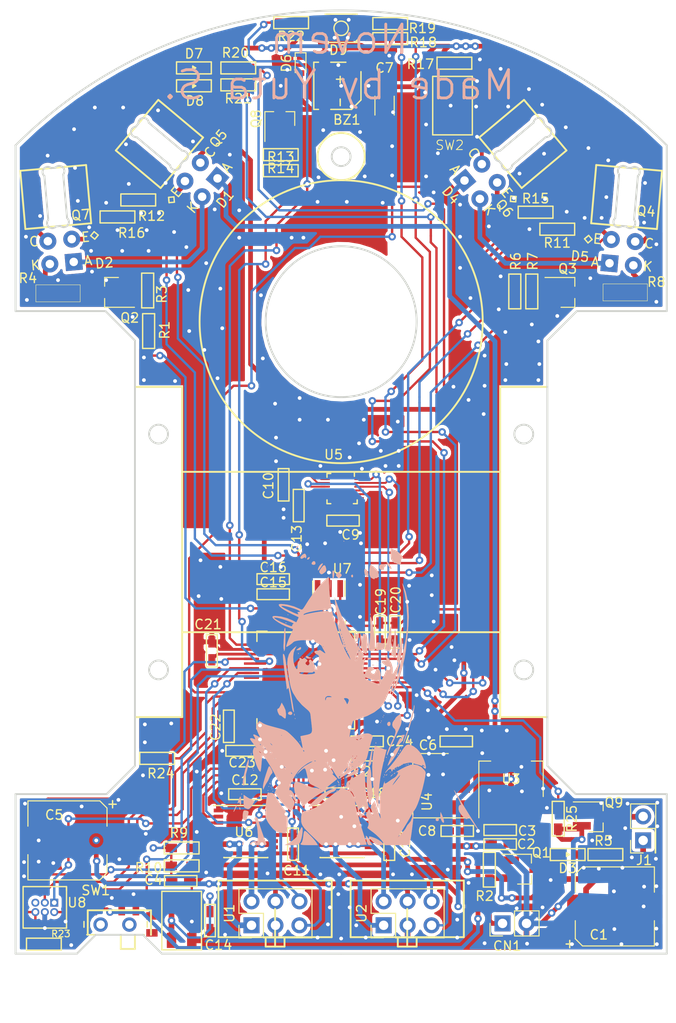
<source format=kicad_pcb>
(kicad_pcb (version 20171130) (host pcbnew "(5.0.0)")
  (layers (0 F.Cu signal) (31 B.Cu signal) (34 B.Paste user) (35 F.Paste user hide) (36 B.SilkS user) (37 F.SilkS user) (38 B.Mask user hide) (39 F.Mask user hide) (44 Edge.Cuts user))
  (net 0 "")
  (net 1 VDD)
  (net 2 "Net-(BZ1-Pad2)")
  (net 3 GND)
  (net 4 VBAT)
  (net 5 VCC)
  (net 6 batt_analog)
  (net 7 "Net-(C13-Pad1)")
  (net 8 "Net-(C14-Pad1)")
  (net 9 "Net-(C22-Pad1)")
  (net 10 "Net-(C25-Pad2)")
  (net 11 "Net-(CN1-Pad1)")
  (net 12 "Net-(D1-Pad1)")
  (net 13 "Net-(D2-Pad1)")
  (net 14 "Net-(D3-Pad1)")
  (net 15 "Net-(D4-Pad1)")
  (net 16 "Net-(D5-Pad1)")
  (net 17 "Net-(D7-Pad1)")
  (net 18 led1)
  (net 19 "Net-(D8-Pad1)")
  (net 20 "Net-(D9-Pad1)")
  (net 21 "Net-(D9-Pad4)")
  (net 22 "Net-(D9-Pad3)")
  (net 23 "Net-(J1-Pad2)")
  (net 24 "Net-(Q1-Pad1)")
  (net 25 "Net-(Q2-Pad3)")
  (net 26 "Net-(Q2-Pad1)")
  (net 27 "Net-(Q3-Pad1)")
  (net 28 "Net-(Q3-Pad3)")
  (net 29 sensor0)
  (net 30 sensor2)
  (net 31 sensor1)
  (net 32 sensor3)
  (net 33 "Net-(Q8-Pad1)")
  (net 34 fun)
  (net 35 sensor_paluseL)
  (net 36 sensor_paluseR)
  (net 37 buzzer_pwm)
  (net 38 push1)
  (net 39 fledred)
  (net 40 boot)
  (net 41 "Net-(R24-Pad1)")
  (net 42 MOTOR_L1)
  (net 43 MOTOR_L2)
  (net 44 enc_LA)
  (net 45 enc_LB)
  (net 46 enc_RB)
  (net 47 enc_RA)
  (net 48 MOTOR_R2)
  (net 49 SD0)
  (net 50 gyro_cs)
  (net 51 SCL)
  (net 52 SDI)
  (net 53 "Net-(U7-Pad1)")
  (net 54 "Net-(U7-Pad3)")
  (net 55 usart3_tx)
  (net 56 usart3_rx)
  (net 57 STBY)
  (net 58 fledgreen)
  (net 59 led2)
  (net 60 fledblue)
  (net 61 MOTOR_R1)
  (net 62 IN1_L)
  (net 63 IN2_L)
  (net 64 PWM_L)
  (net 65 PWM_R)
  (net 66 IN2_R)
  (net 67 IN1_R)
  (module mylib:SKRPACE010 (layer F.Cu) (at 101.3 35.1 270)
    (fp_text reference SW2 (at 4.2 0.3) (layer F.SilkS) (effects (font (thickness 0.1))))
    (fp_text value "" (at -0.775001 4 270) (layer F.SilkS) (effects (font (size 1.5 1.5))))
    (pad 2 smd rect (at 2.1 1.075 270) (size 1.6 1) (layers F.Cu F.Paste F.Mask) (net 3 GND))
    (pad 2 smd rect (at -2.1 1.075 270) (size 1.6 1) (layers F.Cu F.Paste F.Mask) (net 3 GND))
    (pad 1 smd rect (at 2.1 -1.075 270) (size 1.6 1) (layers F.Cu F.Paste F.Mask) (net 38 push1))
    (pad 1 smd rect (at -2.1 -1.075 270) (size 1.6 1) (layers F.Cu F.Paste F.Mask) (net 38 push1))
  )
  (module Capacitors_SMD:C_1206_HandSoldering (layer F.Cu) (at 94.1 35.1 270)
    (fp_text reference C7 (at -4 0) (layer F.SilkS))
    (fp_text value 47u)
    (pad 1 smd rect (at -2 0 270) (size 2 1.6) (layers F.Cu F.Paste F.Mask) (net 1 VDD))
    (pad 2 smd rect (at 2 0 270) (size 2 1.6) (layers F.Cu F.Paste F.Mask) (net 3 GND))
  )
  (module mylib:C_0603_HandSoldering_silk (layer F.Cu) (at 77.6 100.9 270)
    (fp_text reference C22 (at 0.1 1.4 270) (layer F.SilkS))
    (fp_text value 2.2u)
    (pad 2 smd rect (at 0.95 0 270) (size 1.2 0.75) (layers F.Cu F.Paste F.Mask) (net 3 GND))
    (pad 1 smd rect (at -0.95 0 270) (size 1.2 0.75) (layers F.Cu F.Paste F.Mask) (net 9 "Net-(C22-Pad1)"))
  )
  (module mylib:C_0603_HandSoldering_silk (layer F.Cu) (at 82.3 86.9)
    (fp_text reference C15 (at 0 -1.25) (layer F.SilkS))
    (fp_text value 1u)
    (pad 1 smd rect (at -0.95 0) (size 1.2 0.75) (layers F.Cu F.Paste F.Mask) (net 1 VDD))
    (pad 2 smd rect (at 0.95 0) (size 1.2 0.75) (layers F.Cu F.Paste F.Mask) (net 3 GND))
  )
  (module mylib:R_0603_HandSoldering_silk (layer F.Cu) (at 72.6 115.7)
    (fp_text reference R10 (at -3.5 0.2) (layer F.SilkS))
    (fp_text value 1k)
    (pad 1 smd rect (at -1.1 0) (size 1.2 0.9) (layers F.Cu F.Paste F.Mask) (net 6 batt_analog))
    (pad 2 smd rect (at 1.1 0) (size 1.2 0.9) (layers F.Cu F.Paste F.Mask) (net 3 GND))
  )
  (module mylib:CSTCE12M0G52A-R0 (layer F.Cu) (at 89.4 86.3 180)
    (fp_text reference U7 (at -0.2 2.1 180) (layer F.SilkS))
    (fp_text value CSTCE12M0G52A)
    (pad 1 smd rect (at 0 0 180) (size 0.6 1.8) (layers F.Cu F.Paste F.Mask) (net 53 "Net-(U7-Pad1)"))
    (pad 2 smd rect (at 1.2 0 180) (size 0.6 1.8) (layers F.Cu F.Paste F.Mask) (net 3 GND))
    (pad 3 smd rect (at 2.4 0 180) (size 0.6 1.8) (layers F.Cu F.Paste F.Mask) (net 54 "Net-(U7-Pad3)"))
  )
  (module mylib:C_0603_HandSoldering_silk (layer F.Cu) (at 94.6 113.4 270)
    (fp_text reference C17 (at 0 -1.7 270) (layer F.SilkS))
    (fp_text value 10u)
    (pad 1 smd rect (at -0.95 0 270) (size 1.2 0.75) (layers F.Cu F.Paste F.Mask) (net 3 GND))
    (pad 2 smd rect (at 0.95 0 270) (size 1.2 0.75) (layers F.Cu F.Paste F.Mask) (net 4 VBAT))
  )
  (module mylib:CSS-0575A-SMT (layer F.Cu) (at 86.6 30.5 270)
    (fp_text reference BZ1 (at 6.1 -3.5) (layer F.SilkS))
    (fp_text value Bz)
    (pad 1 smd rect (at 0 -1.15) (size 0.8 2.5) (layers F.Cu F.Paste F.Mask) (net 1 VDD))
    (pad 2 smd rect (at 5 -1.15) (size 0.8 2.5) (layers F.Cu F.Paste F.Mask) (net 2 "Net-(BZ1-Pad2)"))
    (pad 3 smd rect (at 0 -4.7) (size 2 1.8) (layers F.Cu F.Paste F.Mask))
  )
  (module Capacitors_SMD:CP_Elec_8x10.5 (layer F.Cu) (at 118.5 120)
    (fp_text reference C1 (at -1.7 3) (layer F.SilkS))
    (fp_text value 470u)
    (fp_text user + (at -4.78 3.91) (layer F.SilkS))
    (pad 2 smd rect (at 3.05 0 180) (size 4 2.5) (layers F.Cu F.Paste F.Mask) (net 3 GND))
    (pad 1 smd rect (at -3.05 0 180) (size 4 2.5) (layers F.Cu F.Paste F.Mask) (net 4 VBAT))
  )
  (module mylib:C_0603_HandSoldering_silk (layer F.Cu) (at 106.35 113.4 180)
    (fp_text reference C2 (at -2.75 0 180) (layer F.SilkS))
    (fp_text value 10u)
    (pad 1 smd rect (at -0.95 0 180) (size 1.2 0.75) (layers F.Cu F.Paste F.Mask) (net 4 VBAT))
    (pad 2 smd rect (at 0.95 0 180) (size 1.2 0.75) (layers F.Cu F.Paste F.Mask) (net 3 GND))
  )
  (module mylib:C_0603_HandSoldering_silk (layer F.Cu) (at 106.35 111.9 180)
    (fp_text reference C3 (at -2.85 -0.1 180) (layer F.SilkS))
    (fp_text value 22u)
    (pad 2 smd rect (at 0.95 0 180) (size 1.2 0.75) (layers F.Cu F.Paste F.Mask) (net 3 GND))
    (pad 1 smd rect (at -0.95 0 180) (size 1.2 0.75) (layers F.Cu F.Paste F.Mask) (net 5 VCC))
  )
  (module Capacitors_SMD:CP_Elec_8x10.5 (layer F.Cu) (at 60.5 113 180)
    (fp_text reference C5 (at 1.4 2.7 180) (layer F.SilkS))
    (fp_text value 330u)
    (fp_text user + (at -4.78 3.91 180) (layer F.SilkS))
    (pad 1 smd rect (at -3.05 0) (size 4 2.5) (layers F.Cu F.Paste F.Mask) (net 5 VCC))
    (pad 2 smd rect (at 3.05 0) (size 4 2.5) (layers F.Cu F.Paste F.Mask) (net 3 GND))
  )
  (module mylib:C_0603_HandSoldering_silk (layer F.Cu) (at 101.7 102.5 180)
    (fp_text reference C6 (at 3 -0.4 180) (layer F.SilkS))
    (fp_text value 10u)
    (pad 1 smd rect (at -0.95 0 180) (size 1.2 0.75) (layers F.Cu F.Paste F.Mask) (net 5 VCC))
    (pad 2 smd rect (at 0.95 0 180) (size 1.2 0.75) (layers F.Cu F.Paste F.Mask) (net 3 GND))
  )
  (module mylib:C_0603_HandSoldering_silk (layer F.Cu) (at 101.8 112)
    (fp_text reference C8 (at -3.2 0) (layer F.SilkS))
    (fp_text value 22u)
    (pad 2 smd rect (at 0.95 0) (size 1.2 0.75) (layers F.Cu F.Paste F.Mask) (net 3 GND))
    (pad 1 smd rect (at -0.95 0) (size 1.2 0.75) (layers F.Cu F.Paste F.Mask) (net 1 VDD))
  )
  (module mylib:C_0603_HandSoldering_silk (layer F.Cu) (at 89.7 79.1)
    (fp_text reference C9 (at 0.8 1.5) (layer F.SilkS))
    (fp_text value 0.01u)
    (pad 1 smd rect (at -0.95 0) (size 1.2 0.75) (layers F.Cu F.Paste F.Mask) (net 1 VDD))
    (pad 2 smd rect (at 0.95 0) (size 1.2 0.75) (layers F.Cu F.Paste F.Mask) (net 3 GND))
  )
  (module mylib:C_0603_HandSoldering_silk (layer F.Cu) (at 83.4 75.3 270)
    (fp_text reference C10 (at 0.1 1.6 270) (layer F.SilkS))
    (fp_text value 0.1u)
    (pad 1 smd rect (at -0.95 0 270) (size 1.2 0.75) (layers F.Cu F.Paste F.Mask) (net 1 VDD))
    (pad 2 smd rect (at 0.95 0 270) (size 1.2 0.75) (layers F.Cu F.Paste F.Mask) (net 3 GND))
  )
  (module mylib:C_0603_HandSoldering_silk (layer F.Cu) (at 84.4 113.4 270)
    (fp_text reference C11 (at 2.8 -0.4) (layer F.SilkS))
    (fp_text value 10u)
    (pad 1 smd rect (at -0.95 0 270) (size 1.2 0.75) (layers F.Cu F.Paste F.Mask) (net 3 GND))
    (pad 2 smd rect (at 0.95 0 270) (size 1.2 0.75) (layers F.Cu F.Paste F.Mask) (net 4 VBAT))
  )
  (module mylib:C_0603_HandSoldering_silk (layer F.Cu) (at 79.3 108.1)
    (fp_text reference C12 (at 0 -1.5) (layer F.SilkS))
    (fp_text value 0.1u)
    (pad 1 smd rect (at -0.95 0) (size 1.2 0.75) (layers F.Cu F.Paste F.Mask) (net 3 GND))
    (pad 2 smd rect (at 0.95 0) (size 1.2 0.75) (layers F.Cu F.Paste F.Mask) (net 1 VDD))
  )
  (module mylib:C_0603_HandSoldering_silk (layer F.Cu) (at 85 77.5 270)
    (fp_text reference C13 (at 3.5 0.2 270) (layer F.SilkS))
    (fp_text value 0.1u)
    (pad 2 smd rect (at 0.95 0 270) (size 1.2 0.75) (layers F.Cu F.Paste F.Mask) (net 3 GND))
    (pad 1 smd rect (at -0.95 0 270) (size 1.2 0.75) (layers F.Cu F.Paste F.Mask) (net 7 "Net-(C13-Pad1)"))
  )
  (module mylib:C_0603_HandSoldering_silk (layer F.Cu) (at 75.6 121.5 270)
    (fp_text reference C14 (at 2.6 -0.9) (layer F.SilkS))
    (fp_text value 0.1u)
    (pad 1 smd rect (at -0.95 0 270) (size 1.2 0.75) (layers F.Cu F.Paste F.Mask) (net 8 "Net-(C14-Pad1)"))
    (pad 2 smd rect (at 0.95 0 270) (size 1.2 0.75) (layers F.Cu F.Paste F.Mask) (net 3 GND))
  )
  (module mylib:C_0603_HandSoldering_silk (layer F.Cu) (at 82.3 85.3)
    (fp_text reference C16 (at 0 -1.25) (layer F.SilkS))
    (fp_text value 0.1u)
    (pad 2 smd rect (at 0.95 0) (size 1.2 0.75) (layers F.Cu F.Paste F.Mask) (net 3 GND))
    (pad 1 smd rect (at -0.95 0) (size 1.2 0.75) (layers F.Cu F.Paste F.Mask) (net 1 VDD))
  )
  (module mylib:C_0603_HandSoldering_silk (layer F.Cu) (at 89.5 108)
    (fp_text reference C18 (at 3.4 0) (layer F.SilkS))
    (fp_text value 0.1u)
    (pad 2 smd rect (at 0.95 0) (size 1.2 0.75) (layers F.Cu F.Paste F.Mask) (net 1 VDD))
    (pad 1 smd rect (at -0.95 0) (size 1.2 0.75) (layers F.Cu F.Paste F.Mask) (net 3 GND))
  )
  (module mylib:C_0603_HandSoldering_silk (layer F.Cu) (at 93.6 90.9 270)
    (fp_text reference C19 (at -3.2 -0.1 270) (layer F.SilkS))
    (fp_text value 4.7u)
    (pad 2 smd rect (at 0.95 0 270) (size 1.2 0.75) (layers F.Cu F.Paste F.Mask) (net 3 GND))
    (pad 1 smd rect (at -0.95 0 270) (size 1.2 0.75) (layers F.Cu F.Paste F.Mask) (net 1 VDD))
  )
  (module mylib:C_0603_HandSoldering_silk (layer F.Cu) (at 95.2 90.9 270)
    (fp_text reference C20 (at -3.4 -0.1 270) (layer F.SilkS))
    (fp_text value 0.1u)
    (pad 1 smd rect (at -0.95 0 270) (size 1.2 0.75) (layers F.Cu F.Paste F.Mask) (net 1 VDD))
    (pad 2 smd rect (at 0.95 0 270) (size 1.2 0.75) (layers F.Cu F.Paste F.Mask) (net 3 GND))
  )
  (module mylib:C_0603_HandSoldering_silk (layer F.Cu) (at 75.8 92.9 90)
    (fp_text reference C21 (at 2.8 -0.4 180) (layer F.SilkS))
    (fp_text value 0.1u)
    (pad 1 smd rect (at -0.95 0 90) (size 1.2 0.75) (layers F.Cu F.Paste F.Mask) (net 1 VDD))
    (pad 2 smd rect (at 0.95 0 90) (size 1.2 0.75) (layers F.Cu F.Paste F.Mask) (net 3 GND))
  )
  (module mylib:C_0603_HandSoldering_silk (layer F.Cu) (at 79 103.5 180)
    (fp_text reference C23 (at 0 -1.25 180) (layer F.SilkS))
    (fp_text value 0.1u)
    (pad 2 smd rect (at 0.95 0 180) (size 1.2 0.75) (layers F.Cu F.Paste F.Mask) (net 3 GND))
    (pad 1 smd rect (at -0.95 0 180) (size 1.2 0.75) (layers F.Cu F.Paste F.Mask) (net 1 VDD))
  )
  (module mylib:C_0603_HandSoldering_silk (layer F.Cu) (at 92.25 102.5 180)
    (fp_text reference C24 (at -3.45 0 180) (layer F.SilkS))
    (fp_text value 0.1u)
    (pad 1 smd rect (at -0.95 0 180) (size 1.2 0.75) (layers F.Cu F.Paste F.Mask) (net 3 GND))
    (pad 2 smd rect (at 0.95 0 180) (size 1.2 0.75) (layers F.Cu F.Paste F.Mask) (net 1 VDD))
  )
  (module mylib:C_0603_HandSoldering_silk (layer F.Cu) (at 92.25 104 180)
    (fp_text reference C25 (at 0.05 -1.7 180) (layer F.SilkS))
    (fp_text value 2.2u)
    (pad 2 smd rect (at 0.95 0 180) (size 1.2 0.75) (layers F.Cu F.Paste F.Mask) (net 10 "Net-(C25-Pad2)"))
    (pad 1 smd rect (at -0.95 0 180) (size 1.2 0.75) (layers F.Cu F.Paste F.Mask) (net 3 GND))
  )
  (module Pin_Headers:Pin_Header_Straight_1x02_Pitch2.54mm (layer F.Cu) (at 106.6 121.8 90)
    (fp_text reference CN1 (at -2.4 0.5 180) (layer F.SilkS))
    (fp_text value CONNECT)
    (pad 1 thru_hole rect (at 0 0 90) (size 1.7 1.7) (drill 1) (layers *.Cu *.Mask) (net 11 "Net-(CN1-Pad1)"))
    (pad 2 thru_hole oval (at 0 2.54 90) (size 1.7 1.7) (drill 1) (layers *.Cu *.Mask) (net 3 GND))
  )
  (module mylib:IRED_D5.0mm_angled (layer F.Cu) (at 75.6 43.8 230)
    (fp_text reference D1 (at -0.109207 -1.997016 230) (layer F.SilkS))
    (fp_text value LED_ALT)
    (fp_text user A (at -2.794 0.02 230) (layer F.SilkS))
    (fp_text user K (at 2.794 0.02 230) (layer F.SilkS))
    (pad 1 thru_hole circle (at 1.27 0.02 230) (size 1.8 1.8) (drill 0.9) (layers *.Cu *.Mask) (net 12 "Net-(D1-Pad1)"))
    (pad 2 thru_hole rect (at -1.27 0.02 230) (size 1.8 1.8) (drill 0.9) (layers *.Cu *.Mask) (net 5 VCC))
  )
  (module mylib:IRED_D5.0mm_angled (layer F.Cu) (at 59.9 51.8 185)
    (fp_text reference D2 (at -4.482876 -0.392201 185) (layer F.SilkS))
    (fp_text value LED_ALT)
    (fp_text user K (at 2.794 0.02 185) (layer F.SilkS))
    (fp_text user A (at -2.794 0.02 185) (layer F.SilkS))
    (pad 2 thru_hole rect (at -1.27 0.02 185) (size 1.8 1.8) (drill 0.9) (layers *.Cu *.Mask) (net 12 "Net-(D1-Pad1)"))
    (pad 1 thru_hole circle (at 1.27 0.02 185) (size 1.8 1.8) (drill 0.9) (layers *.Cu *.Mask) (net 13 "Net-(D2-Pad1)"))
  )
  (module mylib:LED_0603_HandSoldering_silk (layer F.Cu) (at 113.5 114.5 180)
    (fp_text reference D3 (at 0 -1.45 180) (layer F.SilkS))
    (fp_text value LED)
    (pad 2 smd rect (at 1.1 0 180) (size 1.2 0.9) (layers F.Cu F.Paste F.Mask) (net 4 VBAT))
    (pad 1 smd rect (at -1.1 0 180) (size 1.2 0.9) (layers F.Cu F.Paste F.Mask) (net 14 "Net-(D3-Pad1)"))
  )
  (module mylib:IRED_D5.0mm_angled (layer F.Cu) (at 103.4 44 310)
    (fp_text reference D4 (at -1.018785 2.147575 310) (layer F.SilkS))
    (fp_text value LED_ALT)
    (fp_text user A (at -2.794 0.02 310) (layer F.SilkS))
    (fp_text user K (at 2.794 0.02 310) (layer F.SilkS))
    (pad 1 thru_hole circle (at 1.27 0.02 310) (size 1.8 1.8) (drill 0.9) (layers *.Cu *.Mask) (net 15 "Net-(D4-Pad1)"))
    (pad 2 thru_hole rect (at -1.27 0.02 310) (size 1.8 1.8) (drill 0.9) (layers *.Cu *.Mask) (net 5 VCC))
  )
  (module mylib:IRED_D5.0mm_angled (layer F.Cu) (at 119.2 51.9 355)
    (fp_text reference D5 (at -4.452981 -0.41347 355) (layer F.SilkS))
    (fp_text value LED_ALT)
    (fp_text user K (at 2.794 0.02 355) (layer F.SilkS))
    (fp_text user A (at -2.794 0.02 355) (layer F.SilkS))
    (pad 2 thru_hole rect (at -1.27 0.02 355) (size 1.8 1.8) (drill 0.9) (layers *.Cu *.Mask) (net 15 "Net-(D4-Pad1)"))
    (pad 1 thru_hole circle (at 1.27 0.02 355) (size 1.8 1.8) (drill 0.9) (layers *.Cu *.Mask) (net 16 "Net-(D5-Pad1)"))
  )
  (module Diodes_SMD:D_0603 (layer F.Cu) (at 85.2 30.8 270)
    (fp_text reference D6 (at -0.2 1.5 270) (layer F.SilkS))
    (fp_text value D)
    (pad 1 smd rect (at -0.85 0 270) (size 0.6 0.8) (layers F.Cu F.Paste F.Mask) (net 1 VDD))
    (pad 2 smd rect (at 0.85 0 270) (size 0.6 0.8) (layers F.Cu F.Paste F.Mask) (net 2 "Net-(BZ1-Pad2)"))
  )
  (module mylib:LED_0603_HandSoldering_silk (layer F.Cu) (at 73.9 31.1 180)
    (fp_text reference D7 (at 0 1.5 180) (layer F.SilkS))
    (fp_text value LED)
    (pad 1 smd rect (at -1.1 0 180) (size 1.2 0.9) (layers F.Cu F.Paste F.Mask) (net 17 "Net-(D7-Pad1)"))
    (pad 2 smd rect (at 1.1 0 180) (size 1.2 0.9) (layers F.Cu F.Paste F.Mask) (net 1 VDD))
  )
  (module mylib:LED_0603_HandSoldering_silk (layer F.Cu) (at 73.9 33 180)
    (fp_text reference D8 (at -0.1 -1.6 180) (layer F.SilkS))
    (fp_text value LED)
    (pad 1 smd rect (at -1.1 0 180) (size 1.2 0.9) (layers F.Cu F.Paste F.Mask) (net 19 "Net-(D8-Pad1)"))
    (pad 2 smd rect (at 1.1 0 180) (size 1.2 0.9) (layers F.Cu F.Paste F.Mask) (net 1 VDD))
  )
  (module mylib:LATBT66B (layer F.Cu) (at 91.2 28.4 90)
    (fp_text reference D9 (at -0.8 -2) (layer F.SilkS))
    (fp_text value LATBT66B)
    (pad 1 smd rect (at 0.75 0.55 90) (size 0.9 1.3) (layers F.Cu F.Paste F.Mask) (net 20 "Net-(D9-Pad1)"))
    (pad 4 smd rect (at 2.2 0.55 90) (size 0.9 1.3) (layers F.Cu F.Paste F.Mask) (net 21 "Net-(D9-Pad4)"))
    (pad 2 smd rect (at 0.8 -3.9 90) (size 0.9 1.3) (layers F.Cu F.Paste F.Mask) (net 1 VDD))
    (pad 3 smd rect (at 2.2 -3.9 90) (size 0.9 1.3) (layers F.Cu F.Paste F.Mask) (net 22 "Net-(D9-Pad3)"))
  )
  (module TO_SOT_Packages_SMD:SOT-23_Handsoldering (layer F.Cu) (at 108.9 116.05)
    (fp_text reference Q1 (at 1.8 -1.75) (layer F.SilkS))
    (fp_text value IRLML6402)
    (pad 1 smd rect (at -1.5 -0.95) (size 1.9 0.8) (layers F.Cu F.Paste F.Mask) (net 24 "Net-(Q1-Pad1)"))
    (pad 2 smd rect (at -1.5 0.95) (size 1.9 0.8) (layers F.Cu F.Paste F.Mask) (net 11 "Net-(CN1-Pad1)"))
    (pad 3 smd rect (at 1.5 0) (size 1.9 0.8) (layers F.Cu F.Paste F.Mask) (net 4 VBAT))
  )
  (module TO_SOT_Packages_SMD:SOT-23_Handsoldering (layer F.Cu) (at 65.2 54.9 180)
    (fp_text reference Q2 (at -1.9 -2.7 180) (layer F.SilkS))
    (fp_text value 2N7002)
    (pad 3 smd rect (at 1.5 0 180) (size 1.9 0.8) (layers F.Cu F.Paste F.Mask) (net 25 "Net-(Q2-Pad3)"))
    (pad 2 smd rect (at -1.5 0.95 180) (size 1.9 0.8) (layers F.Cu F.Paste F.Mask) (net 3 GND))
    (pad 1 smd rect (at -1.5 -0.95 180) (size 1.9 0.8) (layers F.Cu F.Paste F.Mask) (net 26 "Net-(Q2-Pad1)"))
  )
  (module TO_SOT_Packages_SMD:SOT-23_Handsoldering (layer F.Cu) (at 113.5 54.9)
    (fp_text reference Q3 (at 0 -2.5) (layer F.SilkS))
    (fp_text value 2N7002)
    (pad 1 smd rect (at -1.5 -0.95) (size 1.9 0.8) (layers F.Cu F.Paste F.Mask) (net 27 "Net-(Q3-Pad1)"))
    (pad 2 smd rect (at -1.5 0.95) (size 1.9 0.8) (layers F.Cu F.Paste F.Mask) (net 3 GND))
    (pad 3 smd rect (at 1.5 0) (size 1.9 0.8) (layers F.Cu F.Paste F.Mask) (net 28 "Net-(Q3-Pad3)"))
  )
  (module mylib:ST-1KL3A (layer F.Cu) (at 119.6 49.3 175)
    (fp_text reference Q4 (at -1.930161 3.180327 175) (layer F.SilkS))
    (fp_text value Q_Photo_NPN)
    (fp_text user E (at 2.95 -0.2 175) (layer F.SilkS))
    (fp_text user C (at -2.55 -0.2 175) (layer F.SilkS))
    (pad 1 thru_hole circle (at -1.07 -0.12 175) (size 1.8 1.8) (drill 0.9) (layers *.Cu *.Mask) (net 1 VDD))
    (pad 2 thru_hole circle (at 1.47 -0.12 175) (size 1.8 1.8) (drill 0.9) (layers *.Cu *.Mask) (net 29 sensor0))
  )
  (module mylib:ST-1KL3A (layer F.Cu) (at 73.8 41.9 230)
    (fp_text reference Q5 (at -4.263473 0.052879 230) (layer F.SilkS))
    (fp_text value Q_Photo_NPN)
    (fp_text user C (at -2.55 -0.2 230) (layer F.SilkS))
    (fp_text user E (at 2.95 -0.2 230) (layer F.SilkS))
    (pad 2 thru_hole circle (at 1.47 -0.12 230) (size 1.8 1.8) (drill 0.9) (layers *.Cu *.Mask) (net 30 sensor2))
    (pad 1 thru_hole circle (at -1.07 -0.12 230) (size 1.8 1.8) (drill 0.9) (layers *.Cu *.Mask) (net 1 VDD))
  )
  (module mylib:ST-1KL3A (layer F.Cu) (at 105 42.2 310)
    (fp_text reference Q6 (at 4.067987 1.063713 310) (layer F.SilkS))
    (fp_text value Q_Photo_NPN)
    (fp_text user E (at 2.95 -0.2 310) (layer F.SilkS))
    (fp_text user C (at -2.55 -0.2 310) (layer F.SilkS))
    (pad 1 thru_hole circle (at -1.07 -0.12 310) (size 1.8 1.8) (drill 0.9) (layers *.Cu *.Mask) (net 1 VDD))
    (pad 2 thru_hole circle (at 1.47 -0.12 310) (size 1.8 1.8) (drill 0.9) (layers *.Cu *.Mask) (net 31 sensor1))
  )
  (module mylib:ST-1KL3A (layer F.Cu) (at 59.5 49.5 5)
    (fp_text reference Q7 (at 2.634903 -2.580171 5) (layer F.SilkS))
    (fp_text value Q_Photo_NPN)
    (fp_text user C (at -2.55 -0.2 5) (layer F.SilkS))
    (fp_text user E (at 2.95 -0.2 5) (layer F.SilkS))
    (pad 2 thru_hole circle (at 1.47 -0.12 5) (size 1.8 1.8) (drill 0.9) (layers *.Cu *.Mask) (net 32 sensor3))
    (pad 1 thru_hole circle (at -1.07 -0.12 5) (size 1.8 1.8) (drill 0.9) (layers *.Cu *.Mask) (net 1 VDD))
  )
  (module TO_SOT_Packages_SMD:SOT-23_Handsoldering (layer F.Cu) (at 83 36.5 90)
    (fp_text reference Q8 (at 0 -2.5 90) (layer F.SilkS))
    (fp_text value 2N7002)
    (pad 1 smd rect (at -1.5 -0.95 90) (size 1.9 0.8) (layers F.Cu F.Paste F.Mask) (net 33 "Net-(Q8-Pad1)"))
    (pad 2 smd rect (at -1.5 0.95 90) (size 1.9 0.8) (layers F.Cu F.Paste F.Mask) (net 3 GND))
    (pad 3 smd rect (at 1.5 0 90) (size 1.9 0.8) (layers F.Cu F.Paste F.Mask) (net 2 "Net-(BZ1-Pad2)"))
  )
  (module TO_SOT_Packages_SMD:SOT-23_Handsoldering (layer F.Cu) (at 116.5 110.5)
    (fp_text reference Q9 (at 1.9 -1.5) (layer F.SilkS))
    (fp_text value 2N7002)
    (pad 3 smd rect (at 1.5 0) (size 1.9 0.8) (layers F.Cu F.Paste F.Mask) (net 23 "Net-(J1-Pad2)"))
    (pad 2 smd rect (at -1.5 0.95) (size 1.9 0.8) (layers F.Cu F.Paste F.Mask) (net 3 GND))
    (pad 1 smd rect (at -1.5 -0.95) (size 1.9 0.8) (layers F.Cu F.Paste F.Mask) (net 34 fun))
  )
  (module mylib:R_0603_HandSoldering_silk (layer F.Cu) (at 69.1 59 270)
    (fp_text reference R1 (at -0.1 -1.7 270) (layer F.SilkS))
    (fp_text value 330)
    (pad 1 smd rect (at -1.1 0 270) (size 1.2 0.9) (layers F.Cu F.Paste F.Mask) (net 26 "Net-(Q2-Pad1)"))
    (pad 2 smd rect (at 1.1 0 270) (size 1.2 0.9) (layers F.Cu F.Paste F.Mask) (net 35 sensor_paluseL))
  )
  (module mylib:R_0603_HandSoldering_silk (layer F.Cu) (at 105.2 116.1 270)
    (fp_text reference R2 (at 2.8 0.5) (layer F.SilkS))
    (fp_text value 10k)
    (pad 1 smd rect (at -1.1 0 270) (size 1.2 0.9) (layers F.Cu F.Paste F.Mask) (net 24 "Net-(Q1-Pad1)"))
    (pad 2 smd rect (at 1.1 0 270) (size 1.2 0.9) (layers F.Cu F.Paste F.Mask) (net 11 "Net-(CN1-Pad1)"))
  )
  (module mylib:R_0603_HandSoldering_silk (layer F.Cu) (at 69 54.7 90)
    (fp_text reference R3 (at -0.4 1.5 90) (layer F.SilkS))
    (fp_text value 10k)
    (pad 2 smd rect (at 1.1 0 90) (size 1.2 0.9) (layers F.Cu F.Paste F.Mask) (net 3 GND))
    (pad 1 smd rect (at -1.1 0 90) (size 1.2 0.9) (layers F.Cu F.Paste F.Mask) (net 26 "Net-(Q2-Pad1)"))
  )
  (module mylib:R_0805_HandSoldering_silk (layer F.Cu) (at 59.5 55)
    (fp_text reference R4 (at -3.2 -1.6) (layer F.SilkS))
    (fp_text value R)
    (pad 2 smd rect (at 1.35 0) (size 1.5 1.3) (layers F.Cu F.Paste F.Mask) (net 25 "Net-(Q2-Pad3)"))
    (pad 1 smd rect (at -1.35 0) (size 1.5 1.3) (layers F.Cu F.Paste F.Mask) (net 13 "Net-(D2-Pad1)"))
  )
  (module mylib:R_0603_HandSoldering_silk (layer F.Cu) (at 117.5 114.5)
    (fp_text reference R5 (at -0.2 -1.45) (layer F.SilkS))
    (fp_text value 2.2k)
    (pad 1 smd rect (at -1.1 0) (size 1.2 0.9) (layers F.Cu F.Paste F.Mask) (net 14 "Net-(D3-Pad1)"))
    (pad 2 smd rect (at 1.1 0) (size 1.2 0.9) (layers F.Cu F.Paste F.Mask) (net 3 GND))
  )
  (module mylib:R_0603_HandSoldering_silk (layer F.Cu) (at 107.9 54.8 270)
    (fp_text reference R6 (at -3.2 -0.1 270) (layer F.SilkS))
    (fp_text value 330)
    (pad 2 smd rect (at 1.1 0 270) (size 1.2 0.9) (layers F.Cu F.Paste F.Mask) (net 36 sensor_paluseR))
    (pad 1 smd rect (at -1.1 0 270) (size 1.2 0.9) (layers F.Cu F.Paste F.Mask) (net 27 "Net-(Q3-Pad1)"))
  )
  (module mylib:R_0603_HandSoldering_silk (layer F.Cu) (at 109.7 54.8 270)
    (fp_text reference R7 (at -3.2 -0.1 270) (layer F.SilkS))
    (fp_text value 10k)
    (pad 1 smd rect (at -1.1 0 270) (size 1.2 0.9) (layers F.Cu F.Paste F.Mask) (net 27 "Net-(Q3-Pad1)"))
    (pad 2 smd rect (at 1.1 0 270) (size 1.2 0.9) (layers F.Cu F.Paste F.Mask) (net 3 GND))
  )
  (module mylib:R_0805_HandSoldering_silk (layer F.Cu) (at 119.6 54.9 180)
    (fp_text reference R8 (at -3.3 1.1 180) (layer F.SilkS))
    (fp_text value R)
    (pad 2 smd rect (at 1.35 0 180) (size 1.5 1.3) (layers F.Cu F.Paste F.Mask) (net 28 "Net-(Q3-Pad3)"))
    (pad 1 smd rect (at -1.35 0 180) (size 1.5 1.3) (layers F.Cu F.Paste F.Mask) (net 16 "Net-(D5-Pad1)"))
  )
  (module mylib:R_0603_HandSoldering_silk (layer F.Cu) (at 112.4 48.2 180)
    (fp_text reference R11 (at 0 -1.45 180) (layer F.SilkS))
    (fp_text value 1k)
    (pad 2 smd rect (at 1.1 0 180) (size 1.2 0.9) (layers F.Cu F.Paste F.Mask) (net 3 GND))
    (pad 1 smd rect (at -1.1 0 180) (size 1.2 0.9) (layers F.Cu F.Paste F.Mask) (net 29 sensor0))
  )
  (module mylib:R_0603_HandSoldering_silk (layer F.Cu) (at 68 45.1 180)
    (fp_text reference R12 (at -1.4 -1.7 180) (layer F.SilkS))
    (fp_text value 1k)
    (pad 2 smd rect (at 1.1 0 180) (size 1.2 0.9) (layers F.Cu F.Paste F.Mask) (net 3 GND))
    (pad 1 smd rect (at -1.1 0 180) (size 1.2 0.9) (layers F.Cu F.Paste F.Mask) (net 30 sensor2))
  )
  (module mylib:R_0603_HandSoldering_silk (layer F.Cu) (at 83.1 42)
    (fp_text reference R13 (at 0 -1.45) (layer F.SilkS))
    (fp_text value 510)
    (pad 1 smd rect (at -1.1 0) (size 1.2 0.9) (layers F.Cu F.Paste F.Mask) (net 33 "Net-(Q8-Pad1)"))
    (pad 2 smd rect (at 1.1 0) (size 1.2 0.9) (layers F.Cu F.Paste F.Mask) (net 37 buzzer_pwm))
  )
  (module mylib:R_0603_HandSoldering_silk (layer F.Cu) (at 83.1 40.3 180)
    (fp_text reference R14 (at 0 -1.45 180) (layer F.SilkS))
    (fp_text value 10k)
    (pad 1 smd rect (at -1.1 0 180) (size 1.2 0.9) (layers F.Cu F.Paste F.Mask) (net 3 GND))
    (pad 2 smd rect (at 1.1 0 180) (size 1.2 0.9) (layers F.Cu F.Paste F.Mask) (net 33 "Net-(Q8-Pad1)"))
  )
  (module mylib:R_0603_HandSoldering_silk (layer F.Cu) (at 110.1 46.4)
    (fp_text reference R15 (at 0 -1.45) (layer F.SilkS))
    (fp_text value 1k)
    (pad 1 smd rect (at -1.1 0) (size 1.2 0.9) (layers F.Cu F.Paste F.Mask) (net 31 sensor1))
    (pad 2 smd rect (at 1.1 0) (size 1.2 0.9) (layers F.Cu F.Paste F.Mask) (net 3 GND))
  )
  (module mylib:R_0603_HandSoldering_silk (layer F.Cu) (at 65.8 46.9)
    (fp_text reference R16 (at 1.5 1.7) (layer F.SilkS))
    (fp_text value 1k)
    (pad 1 smd rect (at -1.1 0) (size 1.2 0.9) (layers F.Cu F.Paste F.Mask) (net 32 sensor3))
    (pad 2 smd rect (at 1.1 0) (size 1.2 0.9) (layers F.Cu F.Paste F.Mask) (net 3 GND))
  )
  (module mylib:R_0603_HandSoldering_silk (layer F.Cu) (at 101.5 30.6 180)
    (fp_text reference R17 (at 3.6 -0.1 180) (layer F.SilkS))
    (fp_text value 10k)
    (pad 2 smd rect (at 1.1 0 180) (size 1.2 0.9) (layers F.Cu F.Paste F.Mask) (net 1 VDD))
    (pad 1 smd rect (at -1.1 0 180) (size 1.2 0.9) (layers F.Cu F.Paste F.Mask) (net 38 push1))
  )
  (module mylib:R_0603_HandSoldering_silk (layer F.Cu) (at 94.7 28)
    (fp_text reference R18 (at 3.5 0.4) (layer F.SilkS))
    (fp_text value 1k)
    (pad 2 smd rect (at 1.1 0) (size 1.2 0.9) (layers F.Cu F.Paste F.Mask) (net 39 fledred))
    (pad 1 smd rect (at -1.1 0) (size 1.2 0.9) (layers F.Cu F.Paste F.Mask) (net 20 "Net-(D9-Pad1)"))
  )
  (module mylib:R_0603_HandSoldering_silk (layer F.Cu) (at 94.7 26.4)
    (fp_text reference R19 (at 3.4 0.5) (layer F.SilkS))
    (fp_text value 1k)
    (pad 1 smd rect (at -1.1 0) (size 1.2 0.9) (layers F.Cu F.Paste F.Mask) (net 21 "Net-(D9-Pad4)"))
    (pad 2 smd rect (at 1.1 0) (size 1.2 0.9) (layers F.Cu F.Paste F.Mask) (net 58 fledgreen))
  )
  (module mylib:R_0603_HandSoldering_silk (layer F.Cu) (at 78.6 31.1 180)
    (fp_text reference R20 (at 0.3 1.6 180) (layer F.SilkS))
    (fp_text value 1k)
    (pad 1 smd rect (at -1.1 0 180) (size 1.2 0.9) (layers F.Cu F.Paste F.Mask) (net 18 led1))
    (pad 2 smd rect (at 1.1 0 180) (size 1.2 0.9) (layers F.Cu F.Paste F.Mask) (net 17 "Net-(D7-Pad1)"))
  )
  (module mylib:R_0603_HandSoldering_silk (layer F.Cu) (at 78.6 32.9 180)
    (fp_text reference R21 (at 0 -1.45 180) (layer F.SilkS))
    (fp_text value 1k)
    (pad 2 smd rect (at 1.1 0 180) (size 1.2 0.9) (layers F.Cu F.Paste F.Mask) (net 19 "Net-(D8-Pad1)"))
    (pad 1 smd rect (at -1.1 0 180) (size 1.2 0.9) (layers F.Cu F.Paste F.Mask) (net 59 led2))
  )
  (module mylib:R_0603_HandSoldering_silk (layer F.Cu) (at 84.2 26.3 180)
    (fp_text reference R22 (at 0 -1.45 180) (layer F.SilkS))
    (fp_text value 1k)
    (pad 2 smd rect (at 1.1 0 180) (size 1.2 0.9) (layers F.Cu F.Paste F.Mask) (net 60 fledblue))
    (pad 1 smd rect (at -1.1 0 180) (size 1.2 0.9) (layers F.Cu F.Paste F.Mask) (net 22 "Net-(D9-Pad3)"))
  )
  (module mylib:R_0603_HandSoldering_silk (layer F.Cu) (at 58 124)
    (fp_text reference R23 (at 1.8 -1.1) (layer F.SilkS) (effects (font (size 0.7 0.7) (thickness 0.12))))
    (fp_text value 10k)
    (pad 2 smd rect (at 1.1 0) (size 1.2 0.9) (layers F.Cu F.Paste F.Mask) (net 3 GND))
    (pad 1 smd rect (at -1.1 0) (size 1.2 0.9) (layers F.Cu F.Paste F.Mask) (net 40 boot))
  )
  (module mylib:R_0603_HandSoldering_silk (layer F.Cu) (at 70 104.3 180)
    (fp_text reference R24 (at -0.4 -1.6 180) (layer F.SilkS))
    (fp_text value 56k)
    (pad 2 smd rect (at 1.1 0 180) (size 1.2 0.9) (layers F.Cu F.Paste F.Mask) (net 3 GND))
    (pad 1 smd rect (at -1.1 0 180) (size 1.2 0.9) (layers F.Cu F.Paste F.Mask) (net 41 "Net-(R24-Pad1)"))
  )
  (module mylib:R_0603_HandSoldering_silk (layer F.Cu) (at 112.5 110.7 270)
    (fp_text reference R25 (at 0 -1.45 270) (layer F.SilkS))
    (fp_text value 10k)
    (pad 1 smd rect (at -1.1 0 270) (size 1.2 0.9) (layers F.Cu F.Paste F.Mask) (net 34 fun))
    (pad 2 smd rect (at 1.1 0 270) (size 1.2 0.9) (layers F.Cu F.Paste F.Mask) (net 3 GND))
  )
  (module mylib:PCM12SMTR (layer F.Cu) (at 63.25 120.4)
    (fp_text reference SW1 (at 0.25 -2.1) (layer F.SilkS))
    (fp_text value SW_SPST)
    (pad 1 smd rect (at 0 -0.1) (size 0.7 1.3) (layers F.Cu F.Paste F.Mask) (net 24 "Net-(Q1-Pad1)"))
    (pad 2 smd rect (at 3 -0.1) (size 0.7 1.3) (layers F.Cu F.Paste F.Mask) (net 3 GND))
    (pad 3 smd rect (at 4.5 -0.1) (size 0.7 1.3) (layers F.Cu F.Paste F.Mask))
    (pad 4 smd rect (at 6.2 0.6 90) (size 0.8 1.2) (layers F.Cu F.Paste F.Mask))
    (pad 4 smd rect (at -1.5 0.6 90) (size 0.8 1.2) (layers F.Cu F.Paste F.Mask))
    (pad 4 smd rect (at 6.2 2.4 90) (size 0.8 1.2) (layers F.Cu F.Paste F.Mask))
    (pad 4 smd rect (at -1.5 2.4 90) (size 0.8 1.2) (layers F.Cu F.Paste F.Mask))
    (pad "" thru_hole circle (at 3.81 1.524) (size 1.524 1.524) (drill 0.9) (layers *.Cu *.Mask))
    (pad "" thru_hole circle (at 0.762 1.524) (size 1.524 1.524) (drill 0.9) (layers *.Cu *.Mask))
  )
  (module mylib:SKRPACE010 (layer F.Cu) (at 72.6 121.5 270)
    (fp_text reference SW3)
    (fp_text value RESET)
    (pad 1 smd rect (at -2.1 -1.075 270) (size 1.6 1) (layers F.Cu F.Paste F.Mask) (net 3 GND))
    (pad 1 smd rect (at 2.1 -1.075 270) (size 1.6 1) (layers F.Cu F.Paste F.Mask) (net 3 GND))
    (pad 2 smd rect (at -2.1 1.075 270) (size 1.6 1) (layers F.Cu F.Paste F.Mask) (net 8 "Net-(C14-Pad1)"))
    (pad 2 smd rect (at 2.1 1.075 270) (size 1.6 1) (layers F.Cu F.Paste F.Mask) (net 8 "Net-(C14-Pad1)"))
  )
  (module Pin_Headers:Pin_Header_Straight_2x03_Pitch2.54mm (layer F.Cu) (at 80 122 90)
    (fp_text reference U1 (at 1.27 -2.33 90) (layer F.SilkS))
    (fp_text value 1717_ie2_1024)
    (pad 1 thru_hole rect (at 0 0 90) (size 1.7 1.7) (drill 1) (layers *.Cu *.Mask) (net 42 MOTOR_L1))
    (pad 2 thru_hole oval (at 2.54 0 90) (size 1.7 1.7) (drill 1) (layers *.Cu *.Mask) (net 43 MOTOR_L2))
    (pad 3 thru_hole oval (at 0 2.54 90) (size 1.7 1.7) (drill 1) (layers *.Cu *.Mask) (net 3 GND))
    (pad 4 thru_hole oval (at 2.54 2.54 90) (size 1.7 1.7) (drill 1) (layers *.Cu *.Mask) (net 5 VCC))
    (pad 5 thru_hole oval (at 0 5.08 90) (size 1.7 1.7) (drill 1) (layers *.Cu *.Mask) (net 44 enc_LA))
    (pad 6 thru_hole oval (at 2.54 5.08 90) (size 1.7 1.7) (drill 1) (layers *.Cu *.Mask) (net 45 enc_LB))
  )
  (module Pin_Headers:Pin_Header_Straight_2x03_Pitch2.54mm (layer F.Cu) (at 94 122 90)
    (fp_text reference U2 (at 1.27 -2.33 90) (layer F.SilkS))
    (fp_text value 1717_ie2_1024)
    (pad 6 thru_hole oval (at 2.54 5.08 90) (size 1.7 1.7) (drill 1) (layers *.Cu *.Mask) (net 46 enc_RB))
    (pad 5 thru_hole oval (at 0 5.08 90) (size 1.7 1.7) (drill 1) (layers *.Cu *.Mask) (net 47 enc_RA))
    (pad 4 thru_hole oval (at 2.54 2.54 90) (size 1.7 1.7) (drill 1) (layers *.Cu *.Mask) (net 5 VCC))
    (pad 3 thru_hole oval (at 0 2.54 90) (size 1.7 1.7) (drill 1) (layers *.Cu *.Mask) (net 3 GND))
    (pad 2 thru_hole oval (at 2.54 0 90) (size 1.7 1.7) (drill 1) (layers *.Cu *.Mask) (net 48 MOTOR_R2))
    (pad 1 thru_hole rect (at 0 0 90) (size 1.7 1.7) (drill 1) (layers *.Cu *.Mask) (net 61 MOTOR_R1))
  )
  (module TO_SOT_Packages_SMD:SOT-223 (layer F.Cu) (at 107.5 106.5 90)
    (fp_text reference U3 (at 0 0 180) (layer F.SilkS))
    (fp_text value AZ1117-5.0)
    (pad 1 smd rect (at -3.15 -2.3 90) (size 2 1.5) (layers F.Cu F.Paste F.Mask) (net 3 GND))
    (pad 3 smd rect (at -3.15 2.3 90) (size 2 1.5) (layers F.Cu F.Paste F.Mask) (net 4 VBAT))
    (pad 2 smd rect (at -3.15 0 90) (size 2 1.5) (layers F.Cu F.Paste F.Mask) (net 5 VCC))
    (pad 4 smd rect (at 3.15 0 90) (size 2 3.8) (layers F.Cu F.Paste F.Mask) (net 5 VCC))
  )
  (module TO_SOT_Packages_SMD:SOT-223 (layer F.Cu) (at 99 107.2 180)
    (fp_text reference U4 (at 0.4 -1.7 90) (layer F.SilkS))
    (fp_text value AZ1086H-3.3)
    (pad 4 smd rect (at 3.15 0 180) (size 2 3.8) (layers F.Cu F.Paste F.Mask) (net 1 VDD))
    (pad 2 smd rect (at -3.15 0 180) (size 2 1.5) (layers F.Cu F.Paste F.Mask) (net 1 VDD))
    (pad 3 smd rect (at -3.15 2.3 180) (size 2 1.5) (layers F.Cu F.Paste F.Mask) (net 5 VCC))
    (pad 1 smd rect (at -3.15 -2.3 180) (size 2 1.5) (layers F.Cu F.Paste F.Mask) (net 3 GND))
  )
  (module mylib:QFN-24_3x3mm_Pitch0.4mm_silk (layer F.Cu) (at 89.6 75.7 270)
    (fp_text reference U5 (at -3.6 0.9) (layer F.SilkS))
    (fp_text value MPU-6500)
    (pad 1 smd rect (at -1.8 -1 270) (size 1 0.2) (layers F.Cu F.Paste F.Mask))
    (pad 2 smd rect (at -1.8 -0.6 270) (size 1 0.2) (layers F.Cu F.Paste F.Mask))
    (pad 3 smd rect (at -1.8 -0.2 270) (size 1 0.2) (layers F.Cu F.Paste F.Mask))
    (pad 4 smd rect (at -1.8 0.2 270) (size 1 0.2) (layers F.Cu F.Paste F.Mask))
    (pad 5 smd rect (at -1.8 0.6 270) (size 1 0.2) (layers F.Cu F.Paste F.Mask))
    (pad 6 smd rect (at -1.8 1 270) (size 1 0.2) (layers F.Cu F.Paste F.Mask))
    (pad 7 smd rect (at -1 1.8) (size 1 0.2) (layers F.Cu F.Paste F.Mask))
    (pad 8 smd rect (at -0.6 1.8) (size 1 0.2) (layers F.Cu F.Paste F.Mask) (net 1 VDD))
    (pad 9 smd rect (at -0.2 1.8) (size 1 0.2) (layers F.Cu F.Paste F.Mask) (net 49 SD0))
    (pad 10 smd rect (at 0.2 1.8) (size 1 0.2) (layers F.Cu F.Paste F.Mask) (net 7 "Net-(C13-Pad1)"))
    (pad 11 smd rect (at 0.6 1.8) (size 1 0.2) (layers F.Cu F.Paste F.Mask) (net 3 GND))
    (pad 12 smd rect (at 1 1.8) (size 1 0.2) (layers F.Cu F.Paste F.Mask))
    (pad 13 smd rect (at 1.8 1 270) (size 1 0.2) (layers F.Cu F.Paste F.Mask) (net 1 VDD))
    (pad 14 smd rect (at 1.8 0.6 270) (size 1 0.2) (layers F.Cu F.Paste F.Mask))
    (pad 15 smd rect (at 1.8 0.2 270) (size 1 0.2) (layers F.Cu F.Paste F.Mask))
    (pad 16 smd rect (at 1.8 -0.2 270) (size 1 0.2) (layers F.Cu F.Paste F.Mask))
    (pad 17 smd rect (at 1.8 -0.6 270) (size 1 0.2) (layers F.Cu F.Paste F.Mask))
    (pad 18 smd rect (at 1.8 -1 270) (size 1 0.2) (layers F.Cu F.Paste F.Mask) (net 3 GND))
    (pad 19 smd rect (at 1 -1.8) (size 1 0.2) (layers F.Cu F.Paste F.Mask))
    (pad 20 smd rect (at 0.6 -1.8) (size 1 0.2) (layers F.Cu F.Paste F.Mask) (net 3 GND))
    (pad 21 smd rect (at 0.2 -1.8) (size 1 0.2) (layers F.Cu F.Paste F.Mask))
    (pad 22 smd rect (at -0.2 -1.8) (size 1 0.2) (layers F.Cu F.Paste F.Mask) (net 50 gyro_cs))
    (pad 23 smd rect (at -0.6 -1.8) (size 1 0.2) (layers F.Cu F.Paste F.Mask) (net 51 SCL))
    (pad 24 smd rect (at -1 -1.8) (size 1 0.2) (layers F.Cu F.Paste F.Mask) (net 52 SDI))
  )
  (module mylib:SBH51LPSED03STBK (layer F.Cu) (at 59.1 119.6 270)
    (fp_text reference U8 (at 0 -2.4) (layer F.SilkS))
    (fp_text value conn_02*03)
    (pad 6 thru_hole oval (at 1 2 270) (size 0.85 0.85) (drill 0.5) (layers *.Cu *.Mask) (net 40 boot))
    (pad 5 thru_hole oval (at 0 2 270) (size 0.85 0.85) (drill 0.5) (layers *.Cu *.Mask))
    (pad 4 thru_hole oval (at 1 1 270) (size 0.85 0.85) (drill 0.5) (layers *.Cu *.Mask) (net 3 GND))
    (pad 3 thru_hole oval (at 0 1 270) (size 0.85 0.85) (drill 0.5) (layers *.Cu *.Mask) (net 55 usart3_tx))
    (pad 2 thru_hole oval (at 1 0 270) (size 0.85 0.85) (drill 0.5) (layers *.Cu *.Mask) (net 56 usart3_rx))
    (pad 1 thru_hole rect (at 0 0 270) (size 0.85 0.85) (drill 0.5) (layers *.Cu *.Mask) (net 1 VDD))
  )
  (module mylib:LQFP-64_10x10mm_Pitch0.5mm (layer F.Cu) (at 85.75 96 270)
    (fp_text reference U9 (at 0.8 0.55) (layer F.SilkS))
    (fp_text value STM32F405RGT)
    (pad 1 smd rect (at -5.75 -3.75 270) (size 1.6 0.25) (layers F.Cu F.Paste F.Mask) (net 1 VDD))
    (pad 2 smd rect (at -5.75 -3.25 270) (size 1.6 0.25) (layers F.Cu F.Paste F.Mask) (net 36 sensor_paluseR))
    (pad 3 smd rect (at -5.75 -2.75 270) (size 1.6 0.25) (layers F.Cu F.Paste F.Mask) (net 57 STBY))
    (pad 4 smd rect (at -5.75 -2.25 270) (size 1.6 0.25) (layers F.Cu F.Paste F.Mask))
    (pad 5 smd rect (at -5.75 -1.75 270) (size 1.6 0.25) (layers F.Cu F.Paste F.Mask) (net 53 "Net-(U7-Pad1)"))
    (pad 6 smd rect (at -5.75 -1.25 270) (size 1.6 0.25) (layers F.Cu F.Paste F.Mask) (net 54 "Net-(U7-Pad3)"))
    (pad 7 smd rect (at -5.75 -0.75 270) (size 1.6 0.25) (layers F.Cu F.Paste F.Mask) (net 8 "Net-(C14-Pad1)"))
    (pad 8 smd rect (at -5.75 -0.25 270) (size 1.6 0.25) (layers F.Cu F.Paste F.Mask) (net 29 sensor0))
    (pad 9 smd rect (at -5.75 0.25 270) (size 1.6 0.25) (layers F.Cu F.Paste F.Mask) (net 31 sensor1))
    (pad 10 smd rect (at -5.75 0.75 270) (size 1.6 0.25) (layers F.Cu F.Paste F.Mask) (net 30 sensor2))
    (pad 11 smd rect (at -5.75 1.25 270) (size 1.6 0.25) (layers F.Cu F.Paste F.Mask) (net 32 sensor3))
    (pad 12 smd rect (at -5.75 1.75 270) (size 1.6 0.25) (layers F.Cu F.Paste F.Mask) (net 3 GND))
    (pad 13 smd rect (at -5.75 2.25 270) (size 1.6 0.25) (layers F.Cu F.Paste F.Mask) (net 1 VDD))
    (pad 14 smd rect (at -5.75 2.75 270) (size 1.6 0.25) (layers F.Cu F.Paste F.Mask) (net 35 sensor_paluseL))
    (pad 15 smd rect (at -5.75 3.25 270) (size 1.6 0.25) (layers F.Cu F.Paste F.Mask))
    (pad 16 smd rect (at -5.75 3.75 270) (size 1.6 0.25) (layers F.Cu F.Paste F.Mask))
    (pad 17 smd rect (at -3.75 5.75) (size 1.6 0.25) (layers F.Cu F.Paste F.Mask) (net 60 fledblue))
    (pad 18 smd rect (at -3.25 5.75) (size 1.6 0.25) (layers F.Cu F.Paste F.Mask) (net 3 GND))
    (pad 19 smd rect (at -2.75 5.75) (size 1.6 0.25) (layers F.Cu F.Paste F.Mask) (net 1 VDD))
    (pad 20 smd rect (at -2.25 5.75) (size 1.6 0.25) (layers F.Cu F.Paste F.Mask) (net 6 batt_analog))
    (pad 21 smd rect (at -1.75 5.75) (size 1.6 0.25) (layers F.Cu F.Paste F.Mask) (net 37 buzzer_pwm))
    (pad 22 smd rect (at -1.25 5.75) (size 1.6 0.25) (layers F.Cu F.Paste F.Mask) (net 64 PWM_L))
    (pad 23 smd rect (at -0.75 5.75) (size 1.6 0.25) (layers F.Cu F.Paste F.Mask) (net 65 PWM_R))
    (pad 24 smd rect (at -0.25 5.75) (size 1.6 0.25) (layers F.Cu F.Paste F.Mask))
    (pad 25 smd rect (at 0.25 5.75) (size 1.6 0.25) (layers F.Cu F.Paste F.Mask))
    (pad 26 smd rect (at 0.75 5.75) (size 1.6 0.25) (layers F.Cu F.Paste F.Mask) (net 38 push1))
    (pad 27 smd rect (at 1.25 5.75) (size 1.6 0.25) (layers F.Cu F.Paste F.Mask))
    (pad 28 smd rect (at 1.75 5.75) (size 1.6 0.25) (layers F.Cu F.Paste F.Mask) (net 41 "Net-(R24-Pad1)"))
    (pad 29 smd rect (at 2.25 5.75) (size 1.6 0.25) (layers F.Cu F.Paste F.Mask) (net 55 usart3_tx))
    (pad 30 smd rect (at 2.75 5.75) (size 1.6 0.25) (layers F.Cu F.Paste F.Mask) (net 56 usart3_rx))
    (pad 31 smd rect (at 3.25 5.75) (size 1.6 0.25) (layers F.Cu F.Paste F.Mask) (net 9 "Net-(C22-Pad1)"))
    (pad 32 smd rect (at 3.75 5.75) (size 1.6 0.25) (layers F.Cu F.Paste F.Mask) (net 1 VDD))
    (pad 33 smd rect (at 5.75 3.75 270) (size 1.6 0.25) (layers F.Cu F.Paste F.Mask))
    (pad 34 smd rect (at 5.75 3.25 270) (size 1.6 0.25) (layers F.Cu F.Paste F.Mask))
    (pad 35 smd rect (at 5.75 2.75 270) (size 1.6 0.25) (layers F.Cu F.Paste F.Mask) (net 63 IN2_L))
    (pad 36 smd rect (at 5.75 2.25 270) (size 1.6 0.25) (layers F.Cu F.Paste F.Mask) (net 62 IN1_L))
    (pad 37 smd rect (at 5.75 1.75 270) (size 1.6 0.25) (layers F.Cu F.Paste F.Mask) (net 45 enc_LB))
    (pad 38 smd rect (at 5.75 1.25 270) (size 1.6 0.25) (layers F.Cu F.Paste F.Mask) (net 44 enc_LA))
    (pad 39 smd rect (at 5.75 0.75 270) (size 1.6 0.25) (layers F.Cu F.Paste F.Mask) (net 66 IN2_R))
    (pad 40 smd rect (at 5.75 0.25 270) (size 1.6 0.25) (layers F.Cu F.Paste F.Mask) (net 67 IN1_R))
    (pad 41 smd rect (at 5.75 -0.25 270) (size 1.6 0.25) (layers F.Cu F.Paste F.Mask) (net 46 enc_RB))
    (pad 42 smd rect (at 5.75 -0.75 270) (size 1.6 0.25) (layers F.Cu F.Paste F.Mask) (net 47 enc_RA))
    (pad 43 smd rect (at 5.75 -1.25 270) (size 1.6 0.25) (layers F.Cu F.Paste F.Mask))
    (pad 44 smd rect (at 5.75 -1.75 270) (size 1.6 0.25) (layers F.Cu F.Paste F.Mask))
    (pad 45 smd rect (at 5.75 -2.25 270) (size 1.6 0.25) (layers F.Cu F.Paste F.Mask))
    (pad 46 smd rect (at 5.75 -2.75 270) (size 1.6 0.25) (layers F.Cu F.Paste F.Mask))
    (pad 47 smd rect (at 5.75 -3.25 270) (size 1.6 0.25) (layers F.Cu F.Paste F.Mask) (net 10 "Net-(C25-Pad2)"))
    (pad 48 smd rect (at 5.75 -3.75 270) (size 1.6 0.25) (layers F.Cu F.Paste F.Mask) (net 1 VDD))
    (pad 49 smd rect (at 3.75 -5.75) (size 1.6 0.25) (layers F.Cu F.Paste F.Mask))
    (pad 50 smd rect (at 3.25 -5.75) (size 1.6 0.25) (layers F.Cu F.Paste F.Mask))
    (pad 51 smd rect (at 2.75 -5.75) (size 1.6 0.25) (layers F.Cu F.Paste F.Mask) (net 51 SCL))
    (pad 52 smd rect (at 2.25 -5.75) (size 1.6 0.25) (layers F.Cu F.Paste F.Mask) (net 49 SD0))
    (pad 53 smd rect (at 1.75 -5.75) (size 1.6 0.25) (layers F.Cu F.Paste F.Mask) (net 52 SDI))
    (pad 54 smd rect (at 1.25 -5.75) (size 1.6 0.25) (layers F.Cu F.Paste F.Mask))
    (pad 55 smd rect (at 0.75 -5.75) (size 1.6 0.25) (layers F.Cu F.Paste F.Mask) (net 34 fun))
    (pad 56 smd rect (at 0.25 -5.75) (size 1.6 0.25) (layers F.Cu F.Paste F.Mask) (net 59 led2))
    (pad 57 smd rect (at -0.25 -5.75) (size 1.6 0.25) (layers F.Cu F.Paste F.Mask) (net 18 led1))
    (pad 58 smd rect (at -0.75 -5.75) (size 1.6 0.25) (layers F.Cu F.Paste F.Mask))
    (pad 59 smd rect (at -1.25 -5.75) (size 1.6 0.25) (layers F.Cu F.Paste F.Mask) (net 50 gyro_cs))
    (pad 60 smd rect (at -1.75 -5.75) (size 1.6 0.25) (layers F.Cu F.Paste F.Mask) (net 40 boot))
    (pad 61 smd rect (at -2.25 -5.75) (size 1.6 0.25) (layers F.Cu F.Paste F.Mask) (net 39 fledred))
    (pad 62 smd rect (at -2.75 -5.75) (size 1.6 0.25) (layers F.Cu F.Paste F.Mask) (net 58 fledgreen))
    (pad 63 smd rect (at -3.25 -5.75) (size 1.6 0.25) (layers F.Cu F.Paste F.Mask) (net 3 GND))
    (pad 64 smd rect (at -3.75 -5.75) (size 1.6 0.25) (layers F.Cu F.Paste F.Mask) (net 1 VDD))
  )
  (module Housings_SSOP:SSOP-16_4.4x5.2mm_Pitch0.65mm (layer F.Cu) (at 79.4 112.1)
    (fp_text reference U6 (at -0.2 0) (layer F.SilkS))
    (fp_text value TB6614FNG)
    (pad 16 smd rect (at 2.9 -2.275) (size 1 0.4) (layers F.Cu F.Paste F.Mask) (net 1 VDD))
    (pad 15 smd rect (at 2.9 -1.625) (size 1 0.4) (layers F.Cu F.Paste F.Mask) (net 57 STBY))
    (pad 14 smd rect (at 2.9 -0.975) (size 1 0.4) (layers F.Cu F.Paste F.Mask) (net 64 PWM_L))
    (pad 13 smd rect (at 2.9 -0.325) (size 1 0.4) (layers F.Cu F.Paste F.Mask))
    (pad 12 smd rect (at 2.9 0.325) (size 1 0.4) (layers F.Cu F.Paste F.Mask) (net 3 GND))
    (pad 11 smd rect (at 2.9 0.975) (size 1 0.4) (layers F.Cu F.Paste F.Mask) (net 43 MOTOR_L2))
    (pad 10 smd rect (at 2.9 1.625) (size 1 0.4) (layers F.Cu F.Paste F.Mask) (net 43 MOTOR_L2))
    (pad 9 smd rect (at 2.9 2.275) (size 1 0.4) (layers F.Cu F.Paste F.Mask) (net 4 VBAT))
    (pad 8 smd rect (at -2.9 2.275) (size 1 0.4) (layers F.Cu F.Paste F.Mask) (net 4 VBAT))
    (pad 7 smd rect (at -2.9 1.625) (size 1 0.4) (layers F.Cu F.Paste F.Mask) (net 42 MOTOR_L1))
    (pad 6 smd rect (at -2.9 0.975) (size 1 0.4) (layers F.Cu F.Paste F.Mask) (net 42 MOTOR_L1))
    (pad 5 smd rect (at -2.9 0.325) (size 1 0.4) (layers F.Cu F.Paste F.Mask) (net 3 GND))
    (pad 4 smd rect (at -2.9 -0.325) (size 1 0.4) (layers F.Cu F.Paste F.Mask))
    (pad 3 smd rect (at -2.9 -0.975) (size 1 0.4) (layers F.Cu F.Paste F.Mask) (net 63 IN2_L))
    (pad 2 smd rect (at -2.9 -1.625) (size 1 0.4) (layers F.Cu F.Paste F.Mask) (net 62 IN1_L))
    (pad 1 smd rect (at -2.9 -2.275) (size 1 0.4) (layers F.Cu F.Paste F.Mask) (net 3 GND))
  )
  (module Housings_SSOP:SSOP-16_4.4x5.2mm_Pitch0.65mm (layer F.Cu) (at 89.6 112.1)
    (fp_text reference U10 (at -0.3 -0.2) (layer F.SilkS))
    (fp_text value TB6614FNG)
    (pad 16 smd rect (at 2.9 -2.275) (size 1 0.4) (layers F.Cu F.Paste F.Mask) (net 1 VDD))
    (pad 15 smd rect (at 2.9 -1.625) (size 1 0.4) (layers F.Cu F.Paste F.Mask) (net 57 STBY))
    (pad 14 smd rect (at 2.9 -0.975) (size 1 0.4) (layers F.Cu F.Paste F.Mask) (net 65 PWM_R))
    (pad 13 smd rect (at 2.9 -0.325) (size 1 0.4) (layers F.Cu F.Paste F.Mask))
    (pad 12 smd rect (at 2.9 0.325) (size 1 0.4) (layers F.Cu F.Paste F.Mask) (net 3 GND))
    (pad 11 smd rect (at 2.9 0.975) (size 1 0.4) (layers F.Cu F.Paste F.Mask) (net 48 MOTOR_R2))
    (pad 10 smd rect (at 2.9 1.625) (size 1 0.4) (layers F.Cu F.Paste F.Mask) (net 48 MOTOR_R2))
    (pad 9 smd rect (at 2.9 2.275) (size 1 0.4) (layers F.Cu F.Paste F.Mask) (net 4 VBAT))
    (pad 8 smd rect (at -2.9 2.275) (size 1 0.4) (layers F.Cu F.Paste F.Mask) (net 4 VBAT))
    (pad 7 smd rect (at -2.9 1.625) (size 1 0.4) (layers F.Cu F.Paste F.Mask) (net 61 MOTOR_R1))
    (pad 6 smd rect (at -2.9 0.975) (size 1 0.4) (layers F.Cu F.Paste F.Mask) (net 61 MOTOR_R1))
    (pad 5 smd rect (at -2.9 0.325) (size 1 0.4) (layers F.Cu F.Paste F.Mask) (net 3 GND))
    (pad 4 smd rect (at -2.9 -0.325) (size 1 0.4) (layers F.Cu F.Paste F.Mask))
    (pad 3 smd rect (at -2.9 -0.975) (size 1 0.4) (layers F.Cu F.Paste F.Mask) (net 66 IN2_R))
    (pad 2 smd rect (at -2.9 -1.625) (size 1 0.4) (layers F.Cu F.Paste F.Mask) (net 67 IN1_R))
    (pad 1 smd rect (at -2.9 -2.275) (size 1 0.4) (layers F.Cu F.Paste F.Mask) (net 3 GND))
  )
  (module Pin_Headers:Pin_Header_Straight_2x01_Pitch2.54mm (layer F.Cu) (at 121.5 113 90)
    (fp_text reference J1 (at -2.1 0.1 180) (layer F.SilkS))
    (fp_text value Conn_01x02_Female)
    (pad 1 thru_hole rect (at 0 0 90) (size 1.7 1.7) (drill 1) (layers *.Cu *.Mask) (net 4 VBAT))
    (pad 2 thru_hole oval (at 2.54 0 90) (size 1.7 1.7) (drill 1) (layers *.Cu *.Mask) (net 23 "Net-(J1-Pad2)"))
  )
  (module mylib:R_0603_HandSoldering_silk (layer F.Cu) (at 72.6 113.8 180)
    (fp_text reference R9 (at 0.3 1.6 180) (layer F.SilkS))
    (fp_text value 2.2k)
    (pad 2 smd rect (at 1.1 0 180) (size 1.2 0.9) (layers F.Cu F.Paste F.Mask) (net 6 batt_analog))
    (pad 1 smd rect (at -1.1 0 180) (size 1.2 0.9) (layers F.Cu F.Paste F.Mask) (net 4 VBAT))
  )
  (module mylib:C_0603_HandSoldering_silk (layer F.Cu) (at 72.5 117.3 180)
    (fp_text reference C4 (at 2.9 0.1 180) (layer F.SilkS))
    (fp_text value 0.1u)
    (pad 1 smd rect (at -0.95 0 180) (size 1.2 0.75) (layers F.Cu F.Paste F.Mask) (net 3 GND))
    (pad 2 smd rect (at 0.95 0 180) (size 1.2 0.75) (layers F.Cu F.Paste F.Mask) (net 6 batt_analog))
  )
  (module itai:usiomama (layer B.Cu) (at 88.9 96.4 180)
    (fp_text reference G*** hide)
    (fp_text value "" hide)
  )
  (gr_text "Novem\nMade by Yuta S." (at 89.3 30.5) (layer B.SilkS) (effects (font (size 3 3) (thickness 0.3)) (justify mirror)))
  (gr_circle (center 89.5 40.5) (end 92 40.4) (layer F.SilkS) (width 0.2))
  (gr_line (start 82.5 124.2572) (end 83.5 124.2572) (layer F.SilkS) (width 0.2))
  (gr_line (start 82.5 124.2572) (end 81.5 124.2572) (layer F.SilkS) (width 0.2))
  (gr_line (start 82.5 120.2572) (end 82.5 123.2572) (layer F.SilkS) (width 0.2))
  (gr_line (start 76.5 123.2572) (end 88.5 123.2572) (layer F.SilkS) (width 0.2))
  (gr_line (start 111.35 99.923926) (end 106.35 99.923926) (layer F.SilkS) (width 0.2))
  (gr_line (start 76.5 117.2572) (end 76.5 123.2572) (layer F.SilkS) (width 0.2))
  (gr_line (start 106.35 99.923926) (end 106.35 64.923926) (layer F.SilkS) (width 0.2))
  (gr_line (start 88.5 123.2572) (end 88.5 117.2572) (layer F.SilkS) (width 0.2))
  (gr_line (start 81.5 124.2572) (end 81.5 123.2572) (layer F.SilkS) (width 0.2))
  (gr_line (start 82.5 123.2572) (end 82.5 124.2572) (layer F.SilkS) (width 0.2))
  (gr_line (start 102.5 123.2572) (end 90.5 123.2572) (layer F.SilkS) (width 0.2))
  (gr_line (start 90.5 117.2572) (end 102.5 117.2572) (layer F.SilkS) (width 0.2))
  (gr_line (start 90.5 123.2572) (end 90.5 117.2572) (layer F.SilkS) (width 0.2))
  (gr_line (start 106.35 73.925406) (end 72.65 73.925406) (layer F.SilkS) (width 0.2))
  (gr_line (start 88.5 117.2572) (end 76.5 117.2572) (layer F.SilkS) (width 0.2))
  (gr_line (start 111.35 64.923926) (end 106.35 64.923926) (layer F.SilkS) (width 0.2))
  (gr_line (start 96.5 120.2572) (end 96.5 123.2572) (layer F.SilkS) (width 0.2))
  (gr_line (start 102.5 117.2572) (end 102.5 123.2572) (layer F.SilkS) (width 0.2))
  (gr_circle (center 108.85 94.923926) (end 109.85 94.923926) (layer Edge.Cuts) (width 0.2))
  (gr_line (start 83.5 124.2572) (end 83.5 123.2572) (layer F.SilkS) (width 0.2))
  (gr_line (start 55 125.0072) (end 55 108.090474) (layer Edge.Cuts) (width 0.2))
  (gr_circle (center 89.5 58.0072) (end 104.5 58.0072) (layer F.SilkS) (width 0.2))
  (gr_arc (start 119.370657 42.036324) (end 119.791981 41.68279) (angle -180) (layer Edge.Cuts) (width 0.2))
  (gr_line (start 70.123174 34.490197) (end 65.623661 39.852508) (layer F.SilkS) (width 0.2))
  (gr_line (start 62.65 123.0072) (end 62.65 120.4072) (layer F.SilkS) (width 0.2))
  (gr_line (start 70.373136 43.837792) (end 65.623661 39.852508) (layer F.SilkS) (width 0.2))
  (gr_line (start 107.615737 41.422709) (end 111.173527 38.437369) (layer Edge.Cuts) (width 0.2))
  (gr_line (start 109.887952 36.90528) (end 106.330162 39.89062) (layer Edge.Cuts) (width 0.2))
  (gr_line (start 124 125.0072) (end 124 108.090474) (layer Edge.Cuts) (width 0.2))
  (gr_line (start 62.65 120.4072) (end 69.35 120.4072) (layer F.SilkS) (width 0.2))
  (gr_line (start 62.473363 41.39711) (end 55.5 42.0072) (layer F.SilkS) (width 0.2))
  (gr_line (start 124 56.885406) (end 124 39.308207) (layer Edge.Cuts) (width 0.2))
  (gr_line (start 106.35 90.925406) (end 72.65 90.925406) (layer F.SilkS) (width 0.2))
  (gr_line (start 67.65 99.923926) (end 67.8 99.923926) (layer F.SilkS) (width 0.2))
  (gr_arc (start 110.435859 36.953215) (end 110.983766 37.001151) (angle -180) (layer Edge.Cuts) (width 0.2))
  (gr_line (start 108.876826 34.490197) (end 113.376339 39.852508) (layer F.SilkS) (width 0.2))
  (gr_line (start 104.12735 38.47548) (end 108.876826 34.490197) (layer F.SilkS) (width 0.2))
  (gr_line (start 106.234291 40.986434) (end 106.519923 41.326838) (layer Edge.Cuts) (width 0.2))
  (gr_line (start 108.626864 43.837792) (end 113.376339 39.852508) (layer F.SilkS) (width 0.2))
  (gr_line (start 63.013728 47.573517) (end 56.040366 48.183607) (layer F.SilkS) (width 0.2))
  (gr_line (start 122.959634 48.183607) (end 123.5 42.0072) (layer F.SilkS) (width 0.2))
  (gr_arc (start 118.898083 47.437873) (end 118.54455 47.016549) (angle -180) (layer Edge.Cuts) (width 0.2))
  (gr_line (start 74.87265 38.47548) (end 70.373136 43.837792) (layer F.SilkS) (width 0.2))
  (gr_line (start 111.35 99.923926) (end 111.2 99.923926) (layer F.SilkS) (width 0.2))
  (gr_line (start 72.65 99.923926) (end 72.65 64.923926) (layer F.SilkS) (width 0.2))
  (gr_line (start 67.65 124.5072) (end 66.15 124.5072) (layer F.SilkS) (width 0.2))
  (gr_circle (center 70.15 94.923926) (end 71.15 94.923926) (layer Edge.Cuts) (width 0.2))
  (gr_line (start 67.65 64.923926) (end 72.65 64.923926) (layer F.SilkS) (width 0.2))
  (gr_line (start 67.65 123.0072) (end 67.65 124.5072) (layer F.SilkS) (width 0.2))
  (gr_line (start 104.12735 38.47548) (end 108.626864 43.837792) (layer F.SilkS) (width 0.2))
  (gr_line (start 122.959634 48.183607) (end 115.986272 47.573517) (layer F.SilkS) (width 0.2))
  (gr_line (start 56.040366 48.183607) (end 55.5 42.0072) (layer F.SilkS) (width 0.2))
  (gr_line (start 66.15 124.5072) (end 66.15 123.0072) (layer F.SilkS) (width 0.2))
  (gr_arc (start 120.588189 42.142844) (end 120.941722 42.564168) (angle -180) (layer Edge.Cuts) (width 0.2))
  (gr_line (start 111.269399 37.341554) (end 110.983766 37.001151) (layer Edge.Cuts) (width 0.2))
  (gr_line (start 67.65 99.923926) (end 72.65 99.923926) (layer F.SilkS) (width 0.2))
  (gr_circle (center 89.5 40.5072) (end 90.5 40.5072) (layer Edge.Cuts) (width 0.2))
  (gr_line (start 55 56.885406) (end 55 39.308207) (layer Edge.Cuts) (width 0.2))
  (gr_arc (start 107.06783 41.374773) (end 106.519923 41.326838) (angle -180) (layer Edge.Cuts) (width 0.2))
  (gr_line (start 69.35 123.0072) (end 69.35 120.4072) (layer F.SilkS) (width 0.2))
  (gr_line (start 116.526637 41.39711) (end 123.5 42.0072) (layer F.SilkS) (width 0.2))
  (gr_line (start 115.986272 47.573517) (end 116.526637 41.39711) (layer F.SilkS) (width 0.2))
  (gr_line (start 74.87265 38.47548) (end 70.123174 34.490197) (layer F.SilkS) (width 0.2))
  (gr_line (start 63.013728 47.573517) (end 62.473363 41.39711) (layer F.SilkS) (width 0.2))
  (gr_arc (start 111.221463 37.889462) (end 111.173527 38.437369) (angle -180) (layer Edge.Cuts) (width 0.2))
  (gr_arc (start 106.282226 40.438527) (end 106.330162 39.89062) (angle -180) (layer Edge.Cuts) (width 0.2))
  (gr_line (start 64.528206 56.885406) (end 55 56.885406) (layer Edge.Cuts) (width 0.2))
  (gr_line (start 96.5 124.2572) (end 97.5 124.2572) (layer F.SilkS) (width 0.2))
  (gr_line (start 95.5 124.2572) (end 95.5 123.2572) (layer F.SilkS) (width 0.2))
  (gr_line (start 96.5 123.2572) (end 96.5 124.2572) (layer F.SilkS) (width 0.2))
  (gr_line (start 97.5 124.2572) (end 97.5 123.2572) (layer F.SilkS) (width 0.2))
  (gr_line (start 96.5 124.2572) (end 95.5 124.2572) (layer F.SilkS) (width 0.2))
  (gr_line (start 114.471794 56.885406) (end 124 56.885406) (layer Edge.Cuts) (width 0.2))
  (gr_circle (center 108.85 69.923926) (end 109.85 69.923926) (layer Edge.Cuts) (width 0.2))
  (gr_line (start 68.5 123.0072) (end 70.5 125.0072) (layer Edge.Cuts) (width 0.2))
  (gr_line (start 63.5 123.0072) (end 61.5 125.0072) (layer Edge.Cuts) (width 0.2))
  (gr_line (start 120.536939 47.19086) (end 120.941722 42.564168) (layer Edge.Cuts) (width 0.2))
  (gr_arc (start 60.101917 47.437873) (end 59.748384 47.859198) (angle -180) (layer Edge.Cuts) (width 0.2))
  (gr_line (start 58.463061 47.19086) (end 58.058278 42.564168) (layer Edge.Cuts) (width 0.2))
  (gr_arc (start 58.884386 47.544393) (end 58.463061 47.19086) (angle -180) (layer Edge.Cuts) (width 0.2))
  (gr_arc (start 67.778537 37.889462) (end 67.730601 37.341554) (angle -180) (layer Edge.Cuts) (width 0.2))
  (gr_arc (start 71.93217 41.374773) (end 71.384263 41.422709) (angle -180) (layer Edge.Cuts) (width 0.2))
  (gr_arc (start 68.564141 36.953215) (end 69.112048 36.90528) (angle -180) (layer Edge.Cuts) (width 0.2))
  (gr_arc (start 72.717774 40.438527) (end 72.765709 40.986434) (angle -180) (layer Edge.Cuts) (width 0.2))
  (gr_line (start 72.765709 40.986434) (end 72.480077 41.326838) (layer Edge.Cuts) (width 0.2))
  (gr_line (start 114.35 108.090474) (end 111.35 105.090474) (layer Edge.Cuts) (width 0.2))
  (gr_line (start 71.384263 41.422709) (end 67.826473 38.437369) (layer Edge.Cuts) (width 0.2))
  (gr_line (start 69.112048 36.90528) (end 72.669838 39.89062) (layer Edge.Cuts) (width 0.2))
  (gr_line (start 67.730601 37.341554) (end 68.016234 37.001151) (layer Edge.Cuts) (width 0.2))
  (gr_arc (start 58.411811 42.142844) (end 58.765344 41.721519) (angle -180) (layer Edge.Cuts) (width 0.2))
  (gr_arc (start 59.629343 42.036324) (end 60.050667 42.389857) (angle -180) (layer Edge.Cuts) (width 0.2))
  (gr_line (start 59.748384 47.859198) (end 59.30571 47.897927) (layer Edge.Cuts) (width 0.2))
  (gr_line (start 60.050667 42.389857) (end 60.45545 47.016549) (layer Edge.Cuts) (width 0.2))
  (gr_line (start 64.65 108.090474) (end 67.65 105.090474) (layer Edge.Cuts) (width 0.2))
  (gr_line (start 58.765344 41.721519) (end 59.208019 41.68279) (layer Edge.Cuts) (width 0.2))
  (gr_circle (center 70.15 69.923926) (end 71.15 69.923926) (layer Edge.Cuts) (width 0.2))
  (gr_line (start 114.471794 56.885406) (end 111.35 60.0072) (layer Edge.Cuts) (width 0.2))
  (gr_line (start 124 108.090474) (end 114.35 108.090474) (layer Edge.Cuts) (width 0.2))
  (gr_line (start 111.35 105.090474) (end 111.35 60.0072) (layer Edge.Cuts) (width 0.2))
  (gr_arc (start 120.115614 47.544393) (end 119.69429 47.897927) (angle -180) (layer Edge.Cuts) (width 0.2))
  (gr_line (start 119.251616 47.859198) (end 119.69429 47.897927) (layer Edge.Cuts) (width 0.2))
  (gr_line (start 120.234656 41.721519) (end 119.791981 41.68279) (layer Edge.Cuts) (width 0.2))
  (gr_line (start 118.949333 42.389857) (end 118.54455 47.016549) (layer Edge.Cuts) (width 0.2))
  (gr_line (start 63.5 123.0072) (end 68.5 123.0072) (layer Edge.Cuts) (width 0.2))
  (gr_line (start 55 108.090474) (end 64.65 108.090474) (layer Edge.Cuts) (width 0.2))
  (gr_line (start 64.528206 56.885406) (end 67.65 60.0072) (layer Edge.Cuts) (width 0.2))
  (gr_line (start 67.65 105.090474) (end 67.65 60.0072) (layer Edge.Cuts) (width 0.2))
  (gr_line (start 89.5 125.0072) (end 124 125.0072) (layer Edge.Cuts) (width 0.2))
  (gr_circle (center 89.5 58.0072) (end 97.5 58.0072) (layer Edge.Cuts) (width 0.2))
  (gr_line (start 61.5 125.0072) (end 55 125.0072) (layer Edge.Cuts) (width 0.2))
  (gr_line (start 89.5 125.0072) (end 70.5 125.0072) (layer Edge.Cuts) (width 0.2))
  (gr_arc (start 89.5 73.771906) (end 124 39.308207) (angle -90.1) (layer Edge.Cuts) (width 0.2))
  (segment (start 90.45 108) (end 91.9 108) (width 0.25) (layer F.Cu) (net 1))
  (segment (start 92.5 108.6) (end 92.5 109.825) (width 0.25) (layer F.Cu) (net 1))
  (segment (start 91.9 108) (end 92.5 108.6) (width 0.25) (layer F.Cu) (net 1))
  (segment (start 100.85 112) (end 100.6 112) (width 0.4) (layer F.Cu) (net 1))
  (segment (start 99.8 111.2) (end 99.8 107.2) (width 0.4) (layer F.Cu) (net 1))
  (segment (start 100.6 112) (end 99.8 111.2) (width 0.4) (layer F.Cu) (net 1))
  (segment (start 102.15 107.2) (end 99.8 107.2) (width 0.6) (layer F.Cu) (net 1))
  (segment (start 99.8 107.2) (end 97.7 107.2) (width 0.6) (layer F.Cu) (net 1))
  (segment (start 95.05 108) (end 95.85 107.2) (width 0.25) (layer F.Cu) (net 1))
  (segment (start 89.5 101.75) (end 89.5 101.8) (width 0.25) (layer F.Cu) (net 1))
  (segment (start 90.2 102.5) (end 91.3 102.5) (width 0.25) (layer F.Cu) (net 1))
  (segment (start 89.5 101.8) (end 90.2 102.5) (width 0.25) (layer F.Cu) (net 1))
  (segment (start 93.3 90.25) (end 93.6 89.95) (width 0.25) (layer F.Cu) (net 1))
  (segment (start 91.5 90.65) (end 91.9 90.25) (width 0.25) (layer F.Cu) (net 1))
  (segment (start 91.5 92.25) (end 91.5 90.65) (width 0.25) (layer F.Cu) (net 1))
  (segment (start 89.5 90.25) (end 91.9 90.25) (width 0.25) (layer F.Cu) (net 1))
  (segment (start 91.9 90.25) (end 93.3 90.25) (width 0.25) (layer F.Cu) (net 1))
  (segment (start 93.6 89.95) (end 95.2 89.95) (width 0.25) (layer F.Cu) (net 1))
  (segment (start 80.25 108.1) (end 82.1 108.1) (width 0.25) (layer F.Cu) (net 1))
  (segment (start 82.1 108.1) (end 82.3 108.3) (width 0.25) (layer F.Cu) (net 1))
  (segment (start 82.3 108.5) (end 82.3 109.825) (width 0.25) (layer F.Cu) (net 1))
  (segment (start 82.3 108.3) (end 82.3 108.5) (width 0.25) (layer F.Cu) (net 1))
  (segment (start 90.45 108) (end 93.5 108) (width 0.25) (layer F.Cu) (net 1))
  (segment (start 94.3 108) (end 94.3 106.5) (width 0.25) (layer F.Cu) (net 1))
  (segment (start 94.3 108) (end 95.05 108) (width 0.25) (layer F.Cu) (net 1))
  (segment (start 93.5 108) (end 94.3 108) (width 0.25) (layer F.Cu) (net 1))
  (segment (start 93.3 105.5) (end 92 105.5) (width 0.25) (layer F.Cu) (net 1))
  (segment (start 94.3 106.5) (end 93.3 105.5) (width 0.25) (layer F.Cu) (net 1))
  (segment (start 89.1 105.5) (end 92 105.5) (width 0.25) (layer F.Cu) (net 1))
  (segment (start 97.7 107.2) (end 95.1 107.2) (width 0.6) (layer F.Cu) (net 1))
  (via (at 82.9 106.9) (size 0.8) (drill 0.4) (layers F.Cu B.Cu) (net 1))
  (segment (start 82.3 108.3) (end 82.3 107.5) (width 0.25) (layer F.Cu) (net 1))
  (segment (start 82.3 107.5) (end 82.9 106.9) (width 0.25) (layer F.Cu) (net 1))
  (via (at 87.8 105.5) (size 0.8) (drill 0.4) (layers F.Cu B.Cu) (net 1))
  (segment (start 86.4 106.9) (end 87.8 105.5) (width 0.25) (layer B.Cu) (net 1))
  (segment (start 82.9 106.9) (end 86.4 106.9) (width 0.25) (layer B.Cu) (net 1))
  (segment (start 89.1 105.5) (end 87.8 105.5) (width 0.25) (layer F.Cu) (net 1))
  (segment (start 83.5 90.25) (end 83.5 92.5) (width 0.25) (layer F.Cu) (net 1))
  (segment (start 82.75 93.25) (end 83.5 92.5) (width 0.25) (layer F.Cu) (net 1))
  (segment (start 80 93.25) (end 82.75 93.25) (width 0.25) (layer F.Cu) (net 1))
  (segment (start 81.35 86.9) (end 81.35 87.75) (width 0.25) (layer F.Cu) (net 1))
  (segment (start 81.35 87.75) (end 81.5 87.9) (width 0.25) (layer F.Cu) (net 1))
  (segment (start 81.5 87.9) (end 83.1 87.9) (width 0.25) (layer F.Cu) (net 1))
  (segment (start 83.5 88.3) (end 83.5 90.25) (width 0.25) (layer F.Cu) (net 1))
  (segment (start 83.1 87.9) (end 83.5 88.3) (width 0.25) (layer F.Cu) (net 1))
  (via (at 83.2 105.2) (size 0.8) (drill 0.4) (layers F.Cu B.Cu) (net 1))
  (segment (start 82.9 106.9) (end 82.9 105.5) (width 0.25) (layer F.Cu) (net 1))
  (segment (start 82.9 105.5) (end 83.2 105.2) (width 0.25) (layer F.Cu) (net 1))
  (via (at 81.5 103.6) (size 0.8) (drill 0.4) (layers F.Cu B.Cu) (net 1))
  (segment (start 83.2 105.2) (end 81.6 103.6) (width 0.25) (layer B.Cu) (net 1))
  (segment (start 81.6 103.6) (end 81.5 103.6) (width 0.25) (layer B.Cu) (net 1))
  (segment (start 80.05 103.6) (end 79.95 103.5) (width 0.25) (layer F.Cu) (net 1))
  (segment (start 81.5 103.6) (end 80.05 103.6) (width 0.25) (layer F.Cu) (net 1))
  (via (at 60.6 110.7) (size 0.8) (drill 0.4) (layers F.Cu B.Cu) (net 1))
  (segment (start 79.95 104.35) (end 79.95 103.5) (width 0.25) (layer F.Cu) (net 1))
  (segment (start 75.7 105.4) (end 78.9 105.4) (width 0.25) (layer F.Cu) (net 1))
  (segment (start 78.9 105.4) (end 79.95 104.35) (width 0.25) (layer F.Cu) (net 1))
  (segment (start 79.95 99.8) (end 80 99.75) (width 0.25) (layer F.Cu) (net 1))
  (segment (start 79.95 103.5) (end 79.95 99.8) (width 0.25) (layer F.Cu) (net 1))
  (segment (start 73.6 107.5) (end 73.6 110.3) (width 0.25) (layer F.Cu) (net 1))
  (segment (start 73.6 107.5) (end 75.7 105.4) (width 0.25) (layer F.Cu) (net 1))
  (via (at 68.8 111.2) (size 0.8) (drill 0.4) (layers F.Cu B.Cu) (net 1))
  (segment (start 73.6 110.3) (end 72.7 111.2) (width 0.25) (layer F.Cu) (net 1))
  (segment (start 72.7 111.2) (end 68.8 111.2) (width 0.25) (layer F.Cu) (net 1))
  (via (at 60.6 115.6) (size 0.8) (drill 0.4) (layers F.Cu B.Cu) (net 1))
  (segment (start 59.1 119.6) (end 59.1 117.1) (width 0.25) (layer B.Cu) (net 1))
  (segment (start 59.1 117.1) (end 60.6 115.6) (width 0.25) (layer B.Cu) (net 1))
  (segment (start 60.6 115.6) (end 60.6 110.7) (width 0.25) (layer F.Cu) (net 1))
  (segment (start 68.3 110.7) (end 68.8 111.2) (width 0.25) (layer B.Cu) (net 1))
  (segment (start 60.6 110.7) (end 68.3 110.7) (width 0.25) (layer B.Cu) (net 1))
  (segment (start 76.4 93.25) (end 75.8 93.85) (width 0.3) (layer F.Cu) (net 1))
  (segment (start 80 93.25) (end 76.4 93.25) (width 0.3) (layer F.Cu) (net 1))
  (segment (start 88.6 78.95) (end 88.75 79.1) (width 0.2) (layer F.Cu) (net 1))
  (segment (start 88.6 77.5) (end 88.6 78.95) (width 0.2) (layer F.Cu) (net 1))
  (segment (start 83.4 74.35) (end 86.25 74.35) (width 0.2) (layer F.Cu) (net 1))
  (segment (start 87 75.1) (end 87.8 75.1) (width 0.2) (layer F.Cu) (net 1))
  (segment (start 86.25 74.35) (end 87 75.1) (width 0.2) (layer F.Cu) (net 1))
  (segment (start 91.3 102.5) (end 91.3 101.8) (width 0.25) (layer F.Cu) (net 1))
  (segment (start 91.3 101.8) (end 91.8 101.3) (width 0.25) (layer F.Cu) (net 1))
  (segment (start 91.8 101.3) (end 94.9 101.3) (width 0.25) (layer F.Cu) (net 1))
  (segment (start 95.85 102.25) (end 95.85 107.2) (width 0.25) (layer F.Cu) (net 1))
  (segment (start 94.9 101.3) (end 95.85 102.25) (width 0.25) (layer F.Cu) (net 1))
  (segment (start 97.7 107.2) (end 97.7 101.7) (width 0.5) (layer F.Cu) (net 1))
  (segment (start 97.7 101.7) (end 102.5 96.9) (width 0.5) (layer F.Cu) (net 1))
  (segment (start 102.5 70.3) (end 99.5 67.3) (width 0.5) (layer F.Cu) (net 1))
  (segment (start 79.9 40.9) (end 78.2 39.2) (width 0.5) (layer F.Cu) (net 1))
  (segment (start 78.2 39.2) (end 75.7 39.2) (width 0.5) (layer F.Cu) (net 1))
  (segment (start 74.579708 40.320292) (end 74.579708 41.157467) (width 0.5) (layer F.Cu) (net 1))
  (segment (start 75.7 39.2) (end 74.579708 40.320292) (width 0.5) (layer F.Cu) (net 1))
  (segment (start 75.7 39.2) (end 75.7 39) (width 0.5) (layer F.Cu) (net 1))
  (segment (start 62.9 34.1) (end 56.3 40.7) (width 0.5) (layer F.Cu) (net 1))
  (segment (start 56.3 47.3501) (end 58.423613 49.473713) (width 0.5) (layer F.Cu) (net 1))
  (segment (start 56.3 40.7) (end 56.3 47.3501) (width 0.5) (layer F.Cu) (net 1))
  (segment (start 70.8 34.1) (end 69.6 34.1) (width 0.5) (layer F.Cu) (net 1))
  (segment (start 69.6 34.1) (end 62.9 34.1) (width 0.5) (layer F.Cu) (net 1))
  (segment (start 72.8 33) (end 72.8 31.1) (width 0.5) (layer F.Cu) (net 1))
  (segment (start 69.6 34.1) (end 69.6 31.9) (width 0.5) (layer F.Cu) (net 1))
  (segment (start 69.6 31.9) (end 72.5 29) (width 0.5) (layer F.Cu) (net 1))
  (segment (start 85.3 27.6) (end 87.3 27.6) (width 0.5) (layer F.Cu) (net 1))
  (segment (start 83.9 29) (end 85.3 27.6) (width 0.5) (layer F.Cu) (net 1))
  (segment (start 72.8 33) (end 72.8 34.6) (width 0.5) (layer F.Cu) (net 1))
  (segment (start 72.2 35.2) (end 72.2 35.5) (width 0.5) (layer F.Cu) (net 1))
  (segment (start 72.8 34.6) (end 72.2 35.2) (width 0.5) (layer F.Cu) (net 1))
  (segment (start 75.7 39) (end 72.2 35.5) (width 0.5) (layer F.Cu) (net 1))
  (segment (start 72.2 35.5) (end 70.8 34.1) (width 0.5) (layer F.Cu) (net 1))
  (segment (start 87.3 27.6) (end 87.3 28.5) (width 0.5) (layer F.Cu) (net 1))
  (segment (start 87.75 28.95) (end 87.75 30.5) (width 0.5) (layer F.Cu) (net 1))
  (segment (start 87.3 28.5) (end 87.75 28.95) (width 0.5) (layer F.Cu) (net 1))
  (segment (start 87.2 29.95) (end 87.75 30.5) (width 0.5) (layer F.Cu) (net 1))
  (segment (start 85.2 29.95) (end 87.2 29.95) (width 0.5) (layer F.Cu) (net 1))
  (segment (start 99.5 67.3) (end 94.2 67.3) (width 0.5) (layer F.Cu) (net 1))
  (segment (start 107.8 30.9) (end 108.9 30.9) (width 0.5) (layer F.Cu) (net 1))
  (segment (start 107.8 30.9) (end 105.7 28.8) (width 0.5) (layer F.Cu) (net 1))
  (segment (start 117.5 39.5) (end 120.9 39.5) (width 0.5) (layer F.Cu) (net 1))
  (segment (start 120.9 39.5) (end 122.8 41.4) (width 0.5) (layer F.Cu) (net 1))
  (segment (start 122.8 48.2) (end 121.6 49.4) (width 0.5) (layer F.Cu) (net 1))
  (segment (start 122.8 41.4) (end 122.8 48.2) (width 0.5) (layer F.Cu) (net 1))
  (segment (start 121.4872 49.5128) (end 122.8 48.2) (width 0.5) (layer F.Cu) (net 1))
  (segment (start 120.65547 49.5128) (end 121.4872 49.5128) (width 0.5) (layer F.Cu) (net 1))
  (segment (start 100.4 29.3) (end 100.9 28.8) (width 0.5) (layer F.Cu) (net 1))
  (segment (start 100.4 30.6) (end 100.4 29.3) (width 0.5) (layer F.Cu) (net 1))
  (segment (start 94.2 67.3) (end 85 67.3) (width 0.5) (layer F.Cu) (net 1))
  (segment (start 85 67.3) (end 84.7 67.3) (width 0.5) (layer F.Cu) (net 1))
  (segment (start 79.9 62) (end 79.9 40.9) (width 0.5) (layer F.Cu) (net 1))
  (segment (start 79.9 62.5) (end 79.9 62) (width 0.5) (layer F.Cu) (net 1))
  (segment (start 81.35 85.3) (end 81.35 86.9) (width 0.4) (layer F.Cu) (net 1))
  (segment (start 104.404143 39.595857) (end 111 33) (width 0.4) (layer F.Cu) (net 1))
  (segment (start 104.404143 41.303198) (end 104.404143 39.595857) (width 0.4) (layer F.Cu) (net 1))
  (segment (start 108.9 30.9) (end 111 33) (width 0.5) (layer F.Cu) (net 1))
  (segment (start 111 33) (end 117.5 39.5) (width 0.5) (layer F.Cu) (net 1))
  (via (at 101.7 28.8) (size 0.8) (drill 0.4) (layers F.Cu B.Cu) (net 1))
  (segment (start 100.9 28.8) (end 101.7 28.8) (width 0.4) (layer F.Cu) (net 1))
  (via (at 102.7 28.8) (size 0.8) (drill 0.4) (layers F.Cu B.Cu) (net 1))
  (via (at 103.7 28.8) (size 0.8) (drill 0.4) (layers F.Cu B.Cu) (net 1))
  (segment (start 105.7 28.8) (end 103.7 28.8) (width 0.5) (layer F.Cu) (net 1))
  (segment (start 101.7 28.8) (end 102.7 28.8) (width 0.4) (layer B.Cu) (net 1))
  (segment (start 102.7 28.8) (end 103.7 28.8) (width 0.4) (layer B.Cu) (net 1))
  (via (at 82.1 29) (size 0.8) (drill 0.4) (layers F.Cu B.Cu) (net 1))
  (segment (start 82.3 28.8) (end 82.1 29) (width 0.4) (layer B.Cu) (net 1))
  (segment (start 103.7 28.8) (end 82.3 28.8) (width 0.4) (layer B.Cu) (net 1))
  (via (at 81.1 29) (size 0.8) (drill 0.4) (layers F.Cu B.Cu) (net 1))
  (segment (start 72.5 29) (end 81.1 29) (width 0.5) (layer F.Cu) (net 1))
  (via (at 83.1 29) (size 0.8) (drill 0.4) (layers F.Cu B.Cu) (net 1))
  (segment (start 83.1 29) (end 83.9 29) (width 0.5) (layer F.Cu) (net 1))
  (segment (start 83.1 29) (end 82.1 29) (width 0.4) (layer B.Cu) (net 1))
  (segment (start 82.1 29) (end 81.1 29) (width 0.4) (layer B.Cu) (net 1))
  (segment (start 99.5 28.8) (end 100.9 28.8) (width 0.5) (layer F.Cu) (net 1))
  (segment (start 94.1 33.1) (end 97.1 33.1) (width 0.5) (layer F.Cu) (net 1))
  (segment (start 98.6 31.6) (end 98.6 29.7) (width 0.5) (layer F.Cu) (net 1))
  (segment (start 97.1 33.1) (end 98.6 31.6) (width 0.5) (layer F.Cu) (net 1))
  (segment (start 98.6 29.7) (end 99.5 28.8) (width 0.5) (layer F.Cu) (net 1))
  (segment (start 81.35 64.05) (end 81.4 64) (width 0.5) (layer F.Cu) (net 1))
  (segment (start 84.7 67.3) (end 81.4 64) (width 0.5) (layer F.Cu) (net 1))
  (segment (start 81.4 64) (end 79.9 62.5) (width 0.5) (layer F.Cu) (net 1))
  (segment (start 81.7 74.35) (end 81.35 74.7) (width 0.5) (layer F.Cu) (net 1))
  (segment (start 83.4 74.35) (end 81.7 74.35) (width 0.5) (layer F.Cu) (net 1))
  (segment (start 81.35 74.7) (end 81.35 64.05) (width 0.5) (layer F.Cu) (net 1))
  (segment (start 88.75 79.1) (end 88.75 79.45) (width 0.5) (layer F.Cu) (net 1))
  (segment (start 87.9 80.3) (end 81.35 80.3) (width 0.5) (layer F.Cu) (net 1))
  (segment (start 88.75 79.45) (end 87.9 80.3) (width 0.5) (layer F.Cu) (net 1))
  (segment (start 81.35 85.3) (end 81.35 80.3) (width 0.5) (layer F.Cu) (net 1))
  (segment (start 81.35 80.3) (end 81.35 74.7) (width 0.5) (layer F.Cu) (net 1))
  (via (at 102.5 95.25) (size 0.8) (drill 0.4) (layers F.Cu B.Cu) (net 1))
  (segment (start 102.5 94.5) (end 102.5 95.25) (width 0.25) (layer B.Cu) (net 1))
  (segment (start 102.5 96.9) (end 102.5 95.25) (width 0.5) (layer F.Cu) (net 1))
  (segment (start 95.2 89.95) (end 95.85 89.95) (width 0.25) (layer F.Cu) (net 1))
  (segment (start 97.3 88.5) (end 102.5 88.5) (width 0.25) (layer F.Cu) (net 1))
  (segment (start 95.85 89.95) (end 97.3 88.5) (width 0.25) (layer F.Cu) (net 1))
  (segment (start 102.5 95.25) (end 102.5 88.5) (width 0.5) (layer F.Cu) (net 1))
  (segment (start 102.5 88.5) (end 102.5 70.3) (width 0.5) (layer F.Cu) (net 1))
  (segment (start 85.2 31.65) (end 85.2 34.4) (width 0.5) (layer F.Cu) (net 2))
  (segment (start 86.3 35.5) (end 87.75 35.5) (width 0.5) (layer F.Cu) (net 2))
  (segment (start 85.2 34.4) (end 86.3 35.5) (width 0.5) (layer F.Cu) (net 2))
  (segment (start 83.5 35.5) (end 83 35) (width 0.5) (layer F.Cu) (net 2))
  (segment (start 87.75 35.5) (end 83.5 35.5) (width 0.5) (layer F.Cu) (net 2))
  (segment (start 118.6 114.5) (end 118.6 113.3) (width 0.6) (layer F.Cu) (net 3))
  (segment (start 118.6 113.3) (end 118 112.7) (width 0.6) (layer F.Cu) (net 3))
  (segment (start 73.675 123.6) (end 75.3 123.6) (width 0.6) (layer F.Cu) (net 3))
  (segment (start 75.6 123.3) (end 75.6 122.45) (width 0.6) (layer F.Cu) (net 3))
  (segment (start 75.3 123.6) (end 75.6 123.3) (width 0.6) (layer F.Cu) (net 3))
  (segment (start 105.4 109.85) (end 105.2 109.65) (width 0.6) (layer F.Cu) (net 3))
  (segment (start 105.4 111.9) (end 105.4 109.85) (width 0.6) (layer F.Cu) (net 3))
  (segment (start 102.3 109.65) (end 102.15 109.5) (width 0.6) (layer F.Cu) (net 3))
  (segment (start 105.2 109.65) (end 102.3 109.65) (width 0.6) (layer F.Cu) (net 3))
  (segment (start 102.15 109.5) (end 102.15 110.05) (width 0.6) (layer F.Cu) (net 3))
  (segment (start 102.75 110.65) (end 102.75 112) (width 0.6) (layer F.Cu) (net 3))
  (segment (start 102.15 110.05) (end 102.75 110.65) (width 0.6) (layer F.Cu) (net 3))
  (segment (start 120.6 121.8) (end 121.55 120.85) (width 0.6) (layer B.Cu) (net 3))
  (segment (start 121.55 120.85) (end 121.55 120) (width 0.6) (layer B.Cu) (net 3))
  (via (at 121.55 120) (size 0.8) (drill 0.4) (layers F.Cu B.Cu) (net 3))
  (via (at 121.6 117.9) (size 0.8) (drill 0.4) (layers F.Cu B.Cu) (net 3))
  (segment (start 116.8 112.7) (end 116.8 116) (width 0.6) (layer B.Cu) (net 3))
  (segment (start 118.6 117.9) (end 121.6 117.9) (width 0.6) (layer B.Cu) (net 3))
  (segment (start 116.8 116.1) (end 118.6 117.9) (width 0.6) (layer B.Cu) (net 3))
  (via (at 118 112.7) (size 0.8) (drill 0.4) (layers F.Cu B.Cu) (net 3))
  (segment (start 121.55 117.95) (end 121.6 117.9) (width 0.6) (layer B.Cu) (net 3))
  (segment (start 121.55 120) (end 121.55 117.95) (width 0.6) (layer B.Cu) (net 3))
  (segment (start 96.54 122) (end 96.54 123.36) (width 0.6) (layer F.Cu) (net 3))
  (segment (start 96.54 123.36) (end 95.6 124.3) (width 0.6) (layer F.Cu) (net 3))
  (segment (start 82.54 123.74) (end 82.54 122) (width 0.6) (layer F.Cu) (net 3))
  (segment (start 83.1 124.3) (end 82.54 123.74) (width 0.6) (layer F.Cu) (net 3))
  (segment (start 109.14 123.16) (end 109.14 121.8) (width 0.6) (layer F.Cu) (net 3))
  (segment (start 108 124.3) (end 109.14 123.16) (width 0.6) (layer F.Cu) (net 3))
  (segment (start 88.55 108) (end 87.2 108) (width 0.25) (layer F.Cu) (net 3))
  (segment (start 86.7 108.5) (end 86.7 109.825) (width 0.25) (layer F.Cu) (net 3))
  (segment (start 87.2 108) (end 86.7 108.5) (width 0.25) (layer F.Cu) (net 3))
  (segment (start 78.35 108.1) (end 76.9 108.1) (width 0.25) (layer F.Cu) (net 3))
  (segment (start 76.9 108.1) (end 76.5 108.5) (width 0.25) (layer F.Cu) (net 3))
  (segment (start 105.4 113.4) (end 105.4 111.9) (width 0.4) (layer F.Cu) (net 3))
  (segment (start 94.575 112.425) (end 94.6 112.45) (width 0.4) (layer F.Cu) (net 3))
  (segment (start 92.5 112.425) (end 94.575 112.425) (width 0.4) (layer F.Cu) (net 3))
  (segment (start 92.5 112.425) (end 86.7 112.425) (width 0.4) (layer F.Cu) (net 3))
  (segment (start 84.425 112.425) (end 84.4 112.45) (width 0.4) (layer F.Cu) (net 3))
  (segment (start 86.7 112.425) (end 84.425 112.425) (width 0.4) (layer F.Cu) (net 3))
  (segment (start 84.375 112.425) (end 84.4 112.45) (width 0.4) (layer F.Cu) (net 3))
  (segment (start 82.3 112.425) (end 84.375 112.425) (width 0.4) (layer F.Cu) (net 3))
  (segment (start 76.5 112.425) (end 82.3 112.425) (width 0.4) (layer F.Cu) (net 3))
  (segment (start 118 112.7) (end 116.8 112.7) (width 0.6) (layer B.Cu) (net 3))
  (via (at 102.8 113.6) (size 0.8) (drill 0.4) (layers F.Cu B.Cu) (net 3))
  (via (at 103.8 113.6) (size 0.8) (drill 0.4) (layers F.Cu B.Cu) (net 3))
  (segment (start 103.8 113.6) (end 102.8 113.6) (width 0.6) (layer F.Cu) (net 3))
  (segment (start 103.8 113.6) (end 106.3 113.6) (width 0.6) (layer B.Cu) (net 3))
  (segment (start 109.14 116.44) (end 109.14 121.8) (width 0.6) (layer B.Cu) (net 3))
  (segment (start 106.3 113.6) (end 109.14 116.44) (width 0.6) (layer B.Cu) (net 3))
  (via (at 100.7 101.2) (size 0.8) (drill 0.4) (layers F.Cu B.Cu) (net 3))
  (segment (start 109.2 103) (end 107.65 101.45) (width 0.6) (layer B.Cu) (net 3))
  (segment (start 107.4 101.2) (end 104.4 101.2) (width 0.6) (layer B.Cu) (net 3))
  (segment (start 100.7 102.45) (end 100.75 102.5) (width 0.6) (layer F.Cu) (net 3))
  (segment (start 100.7 101.2) (end 100.7 102.45) (width 0.6) (layer F.Cu) (net 3))
  (via (at 104 112) (size 0.8) (drill 0.4) (layers F.Cu B.Cu) (net 3))
  (via (at 105.2 107.7) (size 0.8) (drill 0.4) (layers F.Cu B.Cu) (net 3))
  (segment (start 105.2 109.65) (end 105.2 107.7) (width 0.4) (layer F.Cu) (net 3))
  (segment (start 104.1 111.9) (end 104 112) (width 0.6) (layer F.Cu) (net 3))
  (segment (start 105.4 111.9) (end 104.1 111.9) (width 0.6) (layer F.Cu) (net 3))
  (segment (start 102.75 112) (end 104 112) (width 0.6) (layer F.Cu) (net 3))
  (segment (start 108.3 107.7) (end 108.3 107.7) (width 0.6) (layer B.Cu) (net 3))
  (segment (start 105.2 107.7) (end 108.3 107.7) (width 0.6) (layer B.Cu) (net 3))
  (segment (start 109.2 110.8) (end 108 112) (width 0.6) (layer B.Cu) (net 3))
  (segment (start 109.2 106.4) (end 109.2 110.8) (width 0.6) (layer B.Cu) (net 3))
  (segment (start 104 112) (end 108 112) (width 0.6) (layer B.Cu) (net 3))
  (segment (start 109.2 106.4) (end 109.2 103) (width 0.6) (layer B.Cu) (net 3))
  (segment (start 109.2 106.8) (end 109.2 106.4) (width 0.6) (layer B.Cu) (net 3))
  (segment (start 111.7 115.7) (end 108 112) (width 0.6) (layer B.Cu) (net 3))
  (segment (start 111.7 119.24) (end 111.7 117.2) (width 0.6) (layer B.Cu) (net 3))
  (segment (start 109.14 121.8) (end 110.84 120.1) (width 0.6) (layer B.Cu) (net 3))
  (segment (start 102.8 113.6) (end 99.6 113.6) (width 0.6) (layer F.Cu) (net 3))
  (segment (start 98.45 112.45) (end 94.6 112.45) (width 0.6) (layer F.Cu) (net 3))
  (segment (start 99.6 113.6) (end 98.45 112.45) (width 0.6) (layer F.Cu) (net 3))
  (segment (start 93.2 102.5) (end 93.2 104) (width 0.25) (layer F.Cu) (net 3))
  (segment (start 93.6 91.85) (end 95.2 91.85) (width 0.25) (layer F.Cu) (net 3))
  (via (at 57.45 113) (size 0.8) (drill 0.4) (layers F.Cu B.Cu) (net 3))
  (segment (start 55.9 123.1) (end 55.9 116.8) (width 0.5) (layer B.Cu) (net 3))
  (segment (start 56.8 124) (end 55.9 123.1) (width 0.5) (layer B.Cu) (net 3))
  (segment (start 55.9 116.8) (end 57.45 115.25) (width 0.5) (layer B.Cu) (net 3))
  (via (at 60.9 124.1) (size 0.8) (drill 0.4) (layers F.Cu B.Cu) (net 3))
  (segment (start 59.1 124) (end 60.4 124) (width 0.5) (layer F.Cu) (net 3))
  (segment (start 60.4 124) (end 56.8 124) (width 0.5) (layer B.Cu) (net 3))
  (segment (start 61 124) (end 62.5 122.5) (width 0.5) (layer B.Cu) (net 3))
  (segment (start 60.4 124) (end 61 124) (width 0.5) (layer B.Cu) (net 3))
  (via (at 65.2 119.1) (size 0.8) (drill 0.4) (layers F.Cu B.Cu) (net 3))
  (segment (start 62.5 122.5) (end 62.5 120.1) (width 0.5) (layer B.Cu) (net 3))
  (segment (start 62.5 120.1) (end 63.5 119.1) (width 0.5) (layer B.Cu) (net 3))
  (segment (start 66.25 120.3) (end 66.25 119.65) (width 0.5) (layer F.Cu) (net 3))
  (segment (start 65.7 119.1) (end 65.2 119.1) (width 0.5) (layer F.Cu) (net 3))
  (segment (start 66.25 119.65) (end 65.7 119.1) (width 0.5) (layer F.Cu) (net 3))
  (segment (start 65.2 119.1) (end 63.5 119.1) (width 0.5) (layer B.Cu) (net 3))
  (via (at 73.675 121.6) (size 0.8) (drill 0.4) (layers F.Cu B.Cu) (net 3))
  (segment (start 71.175 119.1) (end 73.675 121.6) (width 0.5) (layer B.Cu) (net 3))
  (segment (start 65.2 119.1) (end 71.175 119.1) (width 0.5) (layer B.Cu) (net 3))
  (segment (start 73.675 119.4) (end 73.675 121.6) (width 0.6) (layer F.Cu) (net 3))
  (segment (start 73.675 121.6) (end 73.675 123.6) (width 0.6) (layer F.Cu) (net 3))
  (segment (start 83.6 124.3) (end 76.1 124.3) (width 0.5) (layer F.Cu) (net 3))
  (segment (start 83.6 124.3) (end 83.1 124.3) (width 0.6) (layer F.Cu) (net 3))
  (segment (start 75.6 123.8) (end 75.6 122.45) (width 0.5) (layer F.Cu) (net 3))
  (segment (start 76.1 124.3) (end 75.6 123.8) (width 0.5) (layer F.Cu) (net 3))
  (segment (start 58.45 108.7) (end 57.45 109.7) (width 0.5) (layer F.Cu) (net 3))
  (segment (start 65.9 108.7) (end 65.9 108.7) (width 0.5) (layer F.Cu) (net 3))
  (segment (start 68.9 105.7) (end 68.5 106.1) (width 0.5) (layer F.Cu) (net 3))
  (segment (start 68.9 104.3) (end 68.9 105.7) (width 0.5) (layer F.Cu) (net 3))
  (segment (start 57.45 109.7) (end 57.45 113) (width 0.5) (layer F.Cu) (net 3))
  (via (at 57.45 115.25) (size 0.8) (drill 0.4) (layers F.Cu B.Cu) (net 3))
  (segment (start 57.45 115.25) (end 57.45 113) (width 0.5) (layer B.Cu) (net 3))
  (segment (start 91.5 92.75) (end 93.35 92.75) (width 0.25) (layer F.Cu) (net 3))
  (segment (start 93.6 92.5) (end 93.6 91.85) (width 0.25) (layer F.Cu) (net 3))
  (segment (start 93.35 92.75) (end 93.6 92.5) (width 0.25) (layer F.Cu) (net 3))
  (segment (start 95.6 124.3) (end 88.3 124.3) (width 0.6) (layer F.Cu) (net 3))
  (segment (start 88.3 124.3) (end 83.6 124.3) (width 0.6) (layer F.Cu) (net 3))
  (segment (start 73.675 117.525) (end 73.45 117.3) (width 0.25) (layer F.Cu) (net 3))
  (segment (start 73.675 119.4) (end 73.675 117.525) (width 0.25) (layer F.Cu) (net 3))
  (segment (start 73.7 117.05) (end 73.45 117.3) (width 0.25) (layer F.Cu) (net 3))
  (segment (start 73.7 115.7) (end 73.7 117.05) (width 0.25) (layer F.Cu) (net 3))
  (via (at 94.9 103.9) (size 0.8) (drill 0.4) (layers F.Cu B.Cu) (net 3))
  (segment (start 93.2 104) (end 94.8 104) (width 0.25) (layer F.Cu) (net 3))
  (segment (start 94.8 104) (end 94.9 103.9) (width 0.25) (layer F.Cu) (net 3))
  (via (at 92.8 106.5) (size 0.8) (drill 0.4) (layers F.Cu B.Cu) (net 3))
  (segment (start 94.9 103.9) (end 92.8 106) (width 0.25) (layer B.Cu) (net 3))
  (segment (start 92.8 106) (end 92.8 106.5) (width 0.25) (layer B.Cu) (net 3))
  (segment (start 92.8 106.5) (end 89.1 106.5) (width 0.25) (layer F.Cu) (net 3))
  (segment (start 88.55 107.05) (end 88.55 108) (width 0.25) (layer F.Cu) (net 3))
  (segment (start 89.1 106.5) (end 88.55 107.05) (width 0.25) (layer F.Cu) (net 3))
  (via (at 86.4 105.6) (size 0.8) (drill 0.4) (layers F.Cu B.Cu) (net 3))
  (segment (start 86.7 108.5) (end 86.7 105.9) (width 0.25) (layer F.Cu) (net 3))
  (segment (start 86.7 105.9) (end 86.4 105.6) (width 0.25) (layer F.Cu) (net 3))
  (segment (start 76.5 108.5) (end 76.5 108.8) (width 0.25) (layer F.Cu) (net 3))
  (segment (start 76.5 108.8) (end 76.5 109.825) (width 0.25) (layer F.Cu) (net 3))
  (segment (start 86 106) (end 86.4 105.6) (width 0.25) (layer B.Cu) (net 3))
  (segment (start 82.4 106) (end 86 106) (width 0.25) (layer B.Cu) (net 3))
  (via (at 88.2 84.6) (size 0.8) (drill 0.4) (layers F.Cu B.Cu) (net 3))
  (segment (start 88.2 84.6) (end 88.2 86.3) (width 0.25) (layer F.Cu) (net 3))
  (via (at 83.1 84) (size 0.8) (drill 0.4) (layers F.Cu B.Cu) (net 3))
  (segment (start 83.25 85.3) (end 83.25 84.15) (width 0.25) (layer F.Cu) (net 3))
  (segment (start 83.25 84.15) (end 83.1 84) (width 0.25) (layer F.Cu) (net 3))
  (segment (start 87.6 84) (end 88.2 84.6) (width 0.25) (layer B.Cu) (net 3))
  (segment (start 83.1 84) (end 87.6 84) (width 0.25) (layer B.Cu) (net 3))
  (segment (start 83.25 85.3) (end 83.25 86.9) (width 0.25) (layer F.Cu) (net 3))
  (segment (start 84 87.65) (end 83.25 86.9) (width 0.25) (layer F.Cu) (net 3))
  (segment (start 84 90.25) (end 84 87.65) (width 0.25) (layer F.Cu) (net 3))
  (segment (start 74.3 112.3) (end 75.2 113.2) (width 0.25) (layer B.Cu) (net 3))
  (segment (start 74.2 112.2) (end 74.3 112.3) (width 0.25) (layer B.Cu) (net 3))
  (via (at 68.8 112.3) (size 0.8) (drill 0.4) (layers F.Cu B.Cu) (net 3))
  (segment (start 77.6 103.05) (end 78.05 103.5) (width 0.25) (layer F.Cu) (net 3))
  (segment (start 77.6 101.85) (end 77.6 103.05) (width 0.25) (layer F.Cu) (net 3))
  (via (at 76.8 108) (size 0.8) (drill 0.4) (layers F.Cu B.Cu) (net 3))
  (segment (start 76.9 108.1) (end 76.8 108) (width 0.25) (layer F.Cu) (net 3))
  (segment (start 80.4 108) (end 82.4 106) (width 0.25) (layer B.Cu) (net 3))
  (segment (start 76.8 108) (end 80.4 108) (width 0.25) (layer B.Cu) (net 3))
  (via (at 76.9 103.5) (size 0.8) (drill 0.4) (layers F.Cu B.Cu) (net 3))
  (segment (start 76.8 108) (end 76.8 103.6) (width 0.25) (layer B.Cu) (net 3))
  (segment (start 76.8 103.6) (end 76.9 103.5) (width 0.25) (layer B.Cu) (net 3))
  (segment (start 76.9 103.5) (end 78.05 103.5) (width 0.25) (layer F.Cu) (net 3))
  (via (at 74.2 105.7) (size 0.8) (drill 0.4) (layers F.Cu B.Cu) (net 3))
  (segment (start 76.4 103.5) (end 74.2 105.7) (width 0.25) (layer F.Cu) (net 3))
  (segment (start 76.9 103.5) (end 76.4 103.5) (width 0.25) (layer F.Cu) (net 3))
  (segment (start 74.2 105.7) (end 74.2 110.8) (width 0.25) (layer B.Cu) (net 3))
  (via (at 74.2 112.1) (size 0.8) (drill 0.4) (layers F.Cu B.Cu) (net 3))
  (segment (start 74 112.3) (end 74.2 112.1) (width 0.25) (layer F.Cu) (net 3))
  (segment (start 68.8 112.3) (end 74 112.3) (width 0.25) (layer F.Cu) (net 3))
  (segment (start 74.2 110.8) (end 74.2 112.1) (width 0.25) (layer B.Cu) (net 3))
  (segment (start 74.2 112.1) (end 74.2 112.2) (width 0.25) (layer B.Cu) (net 3))
  (via (at 75.2 116.4) (size 0.8) (drill 0.4) (layers F.Cu B.Cu) (net 3))
  (segment (start 75.2 113.2) (end 75.2 116.4) (width 0.25) (layer B.Cu) (net 3))
  (segment (start 58.1 120.6) (end 58.1 121.8) (width 0.25) (layer F.Cu) (net 3))
  (segment (start 59.1 122.8) (end 59.1 124) (width 0.25) (layer F.Cu) (net 3))
  (segment (start 58.1 121.8) (end 59.1 122.8) (width 0.25) (layer F.Cu) (net 3))
  (segment (start 68.8 112.3) (end 67.1 112.3) (width 0.25) (layer B.Cu) (net 3))
  (segment (start 67.1 112.3) (end 66.6 111.8) (width 0.25) (layer B.Cu) (net 3))
  (segment (start 66.6 111.8) (end 57.9 111.8) (width 0.25) (layer B.Cu) (net 3))
  (segment (start 57.45 112.25) (end 57.45 113) (width 0.25) (layer B.Cu) (net 3))
  (segment (start 57.9 111.8) (end 57.45 112.25) (width 0.25) (layer B.Cu) (net 3))
  (segment (start 76.6 92.75) (end 75.8 91.95) (width 0.3) (layer F.Cu) (net 3))
  (segment (start 80 92.75) (end 76.6 92.75) (width 0.3) (layer F.Cu) (net 3))
  (segment (start 90.6 79.05) (end 90.65 79.1) (width 0.2) (layer F.Cu) (net 3))
  (segment (start 90.6 77.5) (end 90.6 79.05) (width 0.2) (layer F.Cu) (net 3))
  (segment (start 87.8 76.3) (end 86.9 76.3) (width 0.2) (layer F.Cu) (net 3))
  (segment (start 86.9 76.3) (end 86.6 76.6) (width 0.2) (layer F.Cu) (net 3))
  (segment (start 86.6 76.6) (end 86.6 78) (width 0.2) (layer F.Cu) (net 3))
  (segment (start 86.15 78.45) (end 85 78.45) (width 0.2) (layer F.Cu) (net 3))
  (segment (start 86.6 78) (end 86.15 78.45) (width 0.2) (layer F.Cu) (net 3))
  (segment (start 68.65 53.95) (end 69 53.6) (width 0.5) (layer F.Cu) (net 3))
  (segment (start 66.7 53.95) (end 68.65 53.95) (width 0.5) (layer F.Cu) (net 3))
  (segment (start 109.75 55.85) (end 109.7 55.9) (width 0.5) (layer F.Cu) (net 3))
  (segment (start 112 55.85) (end 109.75 55.85) (width 0.5) (layer F.Cu) (net 3))
  (segment (start 111.2 48.1) (end 111.3 48.2) (width 0.5) (layer F.Cu) (net 3))
  (segment (start 111.2 46.4) (end 111.2 48.1) (width 0.5) (layer F.Cu) (net 3))
  (segment (start 83.95 40.05) (end 84.2 40.3) (width 0.5) (layer F.Cu) (net 3))
  (segment (start 83.95 38) (end 83.95 40.05) (width 0.5) (layer F.Cu) (net 3))
  (segment (start 90.65 79.1) (end 92.1 79.1) (width 0.2) (layer F.Cu) (net 3))
  (segment (start 92.1 79.1) (end 93.2 78) (width 0.2) (layer F.Cu) (net 3))
  (segment (start 93.2 78) (end 93.2 76.6) (width 0.2) (layer F.Cu) (net 3))
  (segment (start 92.9 76.3) (end 91.4 76.3) (width 0.2) (layer F.Cu) (net 3))
  (segment (start 93.2 76.6) (end 92.9 76.3) (width 0.2) (layer F.Cu) (net 3))
  (segment (start 92.8 44) (end 94.1 42.7) (width 0.5) (layer F.Cu) (net 3))
  (segment (start 100.225 33) (end 100.225 37.2) (width 0.5) (layer F.Cu) (net 3))
  (segment (start 94.1 37.1) (end 96.4 37.1) (width 0.5) (layer F.Cu) (net 3))
  (segment (start 100.3 37.2) (end 100.225 37.2) (width 0.5) (layer F.Cu) (net 3))
  (segment (start 100.4 37.1) (end 100.3 37.2) (width 0.5) (layer F.Cu) (net 3))
  (segment (start 83.95 38) (end 84.9 38) (width 0.5) (layer F.Cu) (net 3))
  (segment (start 86 39.1) (end 86 41.6) (width 0.5) (layer F.Cu) (net 3))
  (segment (start 84.9 38) (end 86 39.1) (width 0.5) (layer F.Cu) (net 3))
  (segment (start 86 41.6) (end 87.1 42.7) (width 0.5) (layer F.Cu) (net 3))
  (segment (start 84 90.25) (end 84 91.75) (width 0.25) (layer F.Cu) (net 3))
  (segment (start 85 92.75) (end 91.5 92.75) (width 0.25) (layer F.Cu) (net 3))
  (segment (start 84 91.75) (end 85 92.75) (width 0.25) (layer F.Cu) (net 3))
  (via (at 76.7 84) (size 0.8) (drill 0.4) (layers F.Cu B.Cu) (net 3))
  (segment (start 83.1 84) (end 76.5 84) (width 0.25) (layer B.Cu) (net 3))
  (segment (start 76.5 84) (end 76.25 84.25) (width 0.25) (layer B.Cu) (net 3))
  (segment (start 76.25 84.25) (end 75.75 84.75) (width 0.25) (layer F.Cu) (net 3))
  (segment (start 75.75 91.9) (end 75.8 91.95) (width 0.25) (layer F.Cu) (net 3))
  (segment (start 75.75 90) (end 75.75 91.9) (width 0.25) (layer F.Cu) (net 3))
  (segment (start 75.75 90) (end 75.75 90.25) (width 0.25) (layer F.Cu) (net 3))
  (segment (start 75.75 84.75) (end 75.75 90) (width 0.25) (layer F.Cu) (net 3))
  (via (at 96.75 91.75) (size 0.8) (drill 0.4) (layers F.Cu B.Cu) (net 3))
  (segment (start 95.2 91.85) (end 96.65 91.85) (width 0.25) (layer F.Cu) (net 3))
  (segment (start 96.65 91.85) (end 96.75 91.75) (width 0.25) (layer F.Cu) (net 3))
  (segment (start 97.5 98) (end 97.5 97.6) (width 0.25) (layer B.Cu) (net 3))
  (segment (start 100.7 101.2) (end 98.7 99.2) (width 0.25) (layer B.Cu) (net 3))
  (segment (start 97.35 91.75) (end 96.75 91.75) (width 0.25) (layer F.Cu) (net 3))
  (segment (start 83.4 77.9) (end 83.8 78.3) (width 0.25) (layer F.Cu) (net 3))
  (segment (start 83.4 76.25) (end 83.4 77.9) (width 0.25) (layer F.Cu) (net 3))
  (segment (start 83.95 78.45) (end 83.8 78.3) (width 0.2) (layer F.Cu) (net 3))
  (segment (start 85 78.45) (end 83.95 78.45) (width 0.25) (layer F.Cu) (net 3))
  (via (at 83.4 77.9) (size 0.8) (drill 0.4) (layers F.Cu B.Cu) (net 3))
  (segment (start 83.5 78) (end 83.4 77.9) (width 0.25) (layer F.Cu) (net 3))
  (segment (start 83.95 78.45) (end 83.5 78) (width 0.25) (layer F.Cu) (net 3))
  (via (at 83.4 78.8) (size 0.8) (drill 0.4) (layers F.Cu B.Cu) (net 3))
  (segment (start 83.4 78.8) (end 83.4 77.9) (width 0.25) (layer F.Cu) (net 3))
  (segment (start 83.4 78.8) (end 85.7 78.8) (width 0.25) (layer B.Cu) (net 3))
  (segment (start 88.2 81.3) (end 88.2 84.6) (width 0.25) (layer B.Cu) (net 3))
  (segment (start 85.7 78.8) (end 88.2 81.3) (width 0.25) (layer B.Cu) (net 3))
  (via (at 80.9 102.3) (size 0.8) (drill 0.4) (layers F.Cu B.Cu) (net 3))
  (via (at 80.9 100.8) (size 0.8) (drill 0.4) (layers F.Cu B.Cu) (net 3))
  (via (at 90.4 101) (size 0.8) (drill 0.4) (layers F.Cu B.Cu) (net 3))
  (via (at 93.3 100.4) (size 0.8) (drill 0.4) (layers F.Cu B.Cu) (net 3))
  (via (at 96.5 101.2) (size 0.8) (drill 0.4) (layers F.Cu B.Cu) (net 3))
  (segment (start 98.7 99.2) (end 97.5 98) (width 0.25) (layer B.Cu) (net 3))
  (via (at 98.7 99.2) (size 0.8) (drill 0.4) (layers F.Cu B.Cu) (net 3))
  (via (at 97.5 97.6) (size 0.8) (drill 0.4) (layers F.Cu B.Cu) (net 3))
  (via (at 71.5 100.6) (size 0.8) (drill 0.4) (layers F.Cu B.Cu) (net 3))
  (via (at 68.7 100.7) (size 0.8) (drill 0.4) (layers F.Cu B.Cu) (net 3))
  (via (at 68.7 102.6) (size 0.8) (drill 0.4) (layers F.Cu B.Cu) (net 3))
  (segment (start 68.5 106.1) (end 65.9 108.7) (width 0.5) (layer F.Cu) (net 3))
  (via (at 68.5 106.1) (size 0.8) (drill 0.4) (layers F.Cu B.Cu) (net 3))
  (segment (start 65.9 108.7) (end 58.45 108.7) (width 0.5) (layer F.Cu) (net 3))
  (via (at 65.9 108.7) (size 0.8) (drill 0.4) (layers F.Cu B.Cu) (net 3))
  (via (at 62 109.4) (size 0.8) (drill 0.4) (layers F.Cu B.Cu) (net 3))
  (via (at 56 109.1) (size 0.8) (drill 0.4) (layers F.Cu B.Cu) (net 3))
  (via (at 55.9 115.3) (size 0.8) (drill 0.4) (layers F.Cu B.Cu) (net 3))
  (segment (start 55.9 116.8) (end 55.9 116.8) (width 0.5) (layer B.Cu) (net 3))
  (via (at 55.9 116.8) (size 0.8) (drill 0.4) (layers F.Cu B.Cu) (net 3))
  (via (at 77.2 123) (size 0.8) (drill 0.4) (layers F.Cu B.Cu) (net 3))
  (via (at 87 123.3) (size 0.8) (drill 0.4) (layers F.Cu B.Cu) (net 3))
  (via (at 92.1 123.3) (size 0.8) (drill 0.4) (layers F.Cu B.Cu) (net 3))
  (via (at 81.7 116.5) (size 0.8) (drill 0.4) (layers F.Cu B.Cu) (net 3))
  (via (at 87.3 116.6) (size 0.8) (drill 0.4) (layers F.Cu B.Cu) (net 3))
  (via (at 95 116.6) (size 0.8) (drill 0.4) (layers F.Cu B.Cu) (net 3))
  (via (at 97 116.6) (size 0.8) (drill 0.4) (layers F.Cu B.Cu) (net 3))
  (via (at 100.8 116.1) (size 0.8) (drill 0.4) (layers F.Cu B.Cu) (net 3))
  (via (at 103 117.5) (size 0.8) (drill 0.4) (layers F.Cu B.Cu) (net 3))
  (via (at 101.8 121.4) (size 0.8) (drill 0.4) (layers F.Cu B.Cu) (net 3))
  (via (at 101.8 123.3) (size 0.8) (drill 0.4) (layers F.Cu B.Cu) (net 3))
  (via (at 104.7 123.9) (size 0.8) (drill 0.4) (layers F.Cu B.Cu) (net 3))
  (segment (start 104.85 124.05) (end 104.7 123.9) (width 0.25) (layer F.Cu) (net 3))
  (segment (start 104.85 124.3) (end 104.85 124.05) (width 0.25) (layer F.Cu) (net 3))
  (segment (start 104.85 124.3) (end 108 124.3) (width 0.6) (layer F.Cu) (net 3))
  (segment (start 95.6 124.3) (end 104.85 124.3) (width 0.6) (layer F.Cu) (net 3))
  (via (at 109.2 123.95) (size 0.8) (drill 0.4) (layers F.Cu B.Cu) (net 3))
  (segment (start 104.7 123.9) (end 104.75 123.95) (width 0.25) (layer B.Cu) (net 3))
  (segment (start 104.75 123.95) (end 109.2 123.95) (width 0.25) (layer B.Cu) (net 3))
  (via (at 113.95 124) (size 0.8) (drill 0.4) (layers F.Cu B.Cu) (net 3))
  (segment (start 109.2 123.95) (end 113.9 123.95) (width 0.25) (layer F.Cu) (net 3))
  (segment (start 113.9 123.95) (end 113.95 124) (width 0.25) (layer F.Cu) (net 3))
  (via (at 119.2 124) (size 0.8) (drill 0.4) (layers F.Cu B.Cu) (net 3))
  (segment (start 113.95 124) (end 119.2 124) (width 0.25) (layer B.Cu) (net 3))
  (via (at 122.95 124) (size 0.8) (drill 0.4) (layers F.Cu B.Cu) (net 3))
  (segment (start 119.2 124) (end 122.95 124) (width 0.25) (layer F.Cu) (net 3))
  (via (at 122.9 122.35) (size 0.8) (drill 0.4) (layers F.Cu B.Cu) (net 3))
  (segment (start 122.95 124) (end 122.95 122.4) (width 0.25) (layer B.Cu) (net 3))
  (segment (start 122.95 122.4) (end 122.9 122.35) (width 0.25) (layer B.Cu) (net 3))
  (via (at 118.45 122.4) (size 0.8) (drill 0.4) (layers F.Cu B.Cu) (net 3))
  (segment (start 122.9 122.35) (end 122.85 122.4) (width 0.25) (layer F.Cu) (net 3))
  (segment (start 122.85 122.4) (end 118.45 122.4) (width 0.25) (layer F.Cu) (net 3))
  (segment (start 112.55 122.4) (end 111.95 121.8) (width 0.25) (layer B.Cu) (net 3))
  (segment (start 118.45 122.4) (end 112.55 122.4) (width 0.25) (layer B.Cu) (net 3))
  (segment (start 109.14 121.8) (end 111.95 121.8) (width 0.6) (layer B.Cu) (net 3))
  (segment (start 111.95 121.8) (end 120.6 121.8) (width 0.6) (layer B.Cu) (net 3))
  (via (at 118.4 118.4) (size 0.8) (drill 0.4) (layers F.Cu B.Cu) (net 3))
  (segment (start 118.45 122.4) (end 118.45 118.45) (width 0.25) (layer F.Cu) (net 3))
  (segment (start 118.45 118.45) (end 118.4 118.4) (width 0.25) (layer F.Cu) (net 3))
  (via (at 118.4 118.4) (size 0.8) (drill 0.4) (layers F.Cu B.Cu) (net 3))
  (via (at 122.9 117.85) (size 0.8) (drill 0.4) (layers F.Cu B.Cu) (net 3))
  (segment (start 121.6 117.9) (end 122.85 117.9) (width 0.25) (layer B.Cu) (net 3))
  (segment (start 122.85 117.9) (end 122.9 117.85) (width 0.25) (layer B.Cu) (net 3))
  (via (at 122.85 114.95) (size 0.8) (drill 0.4) (layers F.Cu B.Cu) (net 3))
  (segment (start 122.9 117.85) (end 122.85 117.8) (width 0.25) (layer F.Cu) (net 3))
  (segment (start 122.85 117.8) (end 122.85 114.95) (width 0.25) (layer F.Cu) (net 3))
  (via (at 119.85 109.1) (size 0.8) (drill 0.4) (layers F.Cu B.Cu) (net 3))
  (via (at 117.05 109.05) (size 0.8) (drill 0.4) (layers F.Cu B.Cu) (net 3))
  (via (at 111.3 109.55) (size 0.8) (drill 0.4) (layers F.Cu B.Cu) (net 3))
  (via (at 110.9 107.5) (size 0.8) (drill 0.4) (layers F.Cu B.Cu) (net 3))
  (segment (start 110.9 107.5) (end 110.9 107.4) (width 0.25) (layer B.Cu) (net 3))
  (via (at 108.6 105.2) (size 0.8) (drill 0.4) (layers F.Cu B.Cu) (net 3))
  (segment (start 110.9 107.4) (end 109.8 106.3) (width 0.25) (layer B.Cu) (net 3))
  (segment (start 109.8 106.3) (end 109.8 105.4) (width 0.25) (layer B.Cu) (net 3))
  (segment (start 108.3 107.7) (end 109.2 106.8) (width 0.6) (layer B.Cu) (net 3))
  (via (at 108.65 107.8) (size 0.8) (drill 0.4) (layers F.Cu B.Cu) (net 3))
  (segment (start 107.65 101.45) (end 107.4 101.2) (width 0.6) (layer B.Cu) (net 3))
  (via (at 107.05 101.35) (size 0.8) (drill 0.4) (layers F.Cu B.Cu) (net 3))
  (via (at 104.45 103.75) (size 0.8) (drill 0.4) (layers F.Cu B.Cu) (net 3))
  (segment (start 104.4 101.2) (end 102.7 101.2) (width 0.6) (layer B.Cu) (net 3))
  (via (at 104.4 101.35) (size 0.8) (drill 0.4) (layers F.Cu B.Cu) (net 3))
  (via (at 100.3 106) (size 0.8) (drill 0.4) (layers F.Cu B.Cu) (net 3))
  (via (at 98.75 106.05) (size 0.8) (drill 0.4) (layers F.Cu B.Cu) (net 3))
  (via (at 100.35 103.85) (size 0.8) (drill 0.4) (layers F.Cu B.Cu) (net 3))
  (via (at 98.8 103.8) (size 0.8) (drill 0.4) (layers F.Cu B.Cu) (net 3))
  (via (at 98.8 102.1) (size 0.8) (drill 0.4) (layers F.Cu B.Cu) (net 3))
  (via (at 109.7 58.3) (size 0.8) (drill 0.4) (layers F.Cu B.Cu) (net 3))
  (segment (start 109.7 55.9) (end 109.7 58.3) (width 0.25) (layer F.Cu) (net 3))
  (segment (start 109.7 58.3) (end 107.8 58.3) (width 0.25) (layer B.Cu) (net 3))
  (via (at 102.1 52.3) (size 0.8) (drill 0.4) (layers F.Cu B.Cu) (net 3))
  (segment (start 107.8 58.3) (end 106.2 56.7) (width 0.25) (layer B.Cu) (net 3))
  (segment (start 102.8 53.3) (end 102.8 52.1) (width 0.25) (layer B.Cu) (net 3))
  (via (at 105.15 47.9) (size 0.8) (drill 0.4) (layers F.Cu B.Cu) (net 3))
  (segment (start 102.8 52.1) (end 102.8 50.25) (width 0.25) (layer F.Cu) (net 3))
  (segment (start 102.8 50.25) (end 105.15 47.9) (width 0.25) (layer F.Cu) (net 3))
  (via (at 109.45 48.2) (size 0.8) (drill 0.4) (layers F.Cu B.Cu) (net 3))
  (segment (start 105.15 47.9) (end 105.45 48.2) (width 0.25) (layer B.Cu) (net 3))
  (segment (start 105.45 48.2) (end 109.45 48.2) (width 0.25) (layer B.Cu) (net 3))
  (segment (start 109.45 48.2) (end 111.3 48.2) (width 0.25) (layer F.Cu) (net 3))
  (via (at 99.75 40.15) (size 0.8) (drill 0.4) (layers F.Cu B.Cu) (net 3))
  (segment (start 100.225 37.2) (end 100.225 39.675) (width 0.5) (layer F.Cu) (net 3))
  (segment (start 100.225 39.675) (end 99.75 40.15) (width 0.5) (layer F.Cu) (net 3))
  (segment (start 94.55 40.15) (end 94.1 39.7) (width 0.5) (layer F.Cu) (net 3))
  (segment (start 99.75 40.15) (end 94.55 40.15) (width 0.5) (layer F.Cu) (net 3))
  (segment (start 94.1 42.7) (end 94.1 39.7) (width 0.5) (layer F.Cu) (net 3))
  (segment (start 94.1 39.7) (end 94.1 37.1) (width 0.5) (layer F.Cu) (net 3))
  (segment (start 99.75 40.15) (end 99.75 39.8) (width 0.5) (layer B.Cu) (net 3))
  (segment (start 99.75 39.8) (end 104.35 35.2) (width 0.5) (layer B.Cu) (net 3))
  (segment (start 106.2 33.35) (end 109.4 33.35) (width 0.5) (layer B.Cu) (net 3))
  (segment (start 110.8 33.35) (end 114.55 37.1) (width 0.5) (layer B.Cu) (net 3))
  (via (at 113.4 46.35) (size 0.8) (drill 0.4) (layers F.Cu B.Cu) (net 3))
  (segment (start 114.55 37.1) (end 114.55 45.2) (width 0.5) (layer B.Cu) (net 3))
  (segment (start 114.55 45.2) (end 113.4 46.35) (width 0.5) (layer B.Cu) (net 3))
  (segment (start 113.35 46.4) (end 111.2 46.4) (width 0.5) (layer F.Cu) (net 3))
  (segment (start 113.4 46.35) (end 113.35 46.4) (width 0.5) (layer F.Cu) (net 3))
  (via (at 85.5 49.1) (size 0.8) (drill 0.4) (layers F.Cu B.Cu) (net 3))
  (segment (start 88.7 45.9) (end 85.5 49.1) (width 0.5) (layer F.Cu) (net 3))
  (segment (start 88.7 44) (end 88.7 45.9) (width 0.5) (layer F.Cu) (net 3))
  (segment (start 88.7 44) (end 92.8 44) (width 0.5) (layer F.Cu) (net 3))
  (segment (start 88.4 44) (end 88.7 44) (width 0.5) (layer F.Cu) (net 3))
  (via (at 84.25 49.1) (size 0.8) (drill 0.4) (layers F.Cu B.Cu) (net 3))
  (segment (start 84.25 49.1) (end 85.5 49.1) (width 0.5) (layer F.Cu) (net 3))
  (segment (start 84.25 49.1) (end 78.7 49.1) (width 0.5) (layer B.Cu) (net 3))
  (via (at 76.7 54.5) (size 0.8) (drill 0.4) (layers F.Cu B.Cu) (net 3))
  (segment (start 77.9 49.1) (end 75.2 51.8) (width 0.5) (layer B.Cu) (net 3))
  (segment (start 75.2 51.8) (end 75.2 54.65) (width 0.5) (layer B.Cu) (net 3))
  (segment (start 69.5 53.6) (end 70.55 54.65) (width 0.5) (layer F.Cu) (net 3))
  (segment (start 69 53.6) (end 69.5 53.6) (width 0.5) (layer F.Cu) (net 3))
  (segment (start 75.2 54.65) (end 73.3 54.65) (width 0.5) (layer F.Cu) (net 3))
  (segment (start 75.2 54.65) (end 75.2 51.25) (width 0.5) (layer F.Cu) (net 3))
  (via (at 70.2 46.5) (size 0.8) (drill 0.4) (layers F.Cu B.Cu) (net 3))
  (segment (start 75.2 51.25) (end 72.15 48.2) (width 0.5) (layer F.Cu) (net 3))
  (segment (start 71 47.05) (end 71 46.9) (width 0.5) (layer F.Cu) (net 3))
  (segment (start 71 46.9) (end 71 45.85) (width 0.5) (layer B.Cu) (net 3))
  (via (at 67 43.4) (size 0.8) (drill 0.4) (layers F.Cu B.Cu) (net 3))
  (segment (start 71 45.85) (end 68.55 43.4) (width 0.5) (layer B.Cu) (net 3))
  (segment (start 68.55 43.4) (end 67 43.4) (width 0.5) (layer B.Cu) (net 3))
  (segment (start 67 45) (end 66.9 45.1) (width 0.5) (layer F.Cu) (net 3))
  (segment (start 67 43.4) (end 67 45) (width 0.5) (layer F.Cu) (net 3))
  (segment (start 66.9 45.1) (end 66.9 46.9) (width 0.5) (layer F.Cu) (net 3))
  (via (at 70.1 35.6) (size 0.8) (drill 0.4) (layers F.Cu B.Cu) (net 3))
  (via (at 73.8 38.9) (size 0.8) (drill 0.4) (layers F.Cu B.Cu) (net 3))
  (via (at 66.7 39.2) (size 0.8) (drill 0.4) (layers F.Cu B.Cu) (net 3))
  (via (at 63.4 35.3) (size 0.8) (drill 0.4) (layers F.Cu B.Cu) (net 3))
  (via (at 61.2 37.6) (size 0.8) (drill 0.4) (layers F.Cu B.Cu) (net 3))
  (via (at 58.4 40.4) (size 0.8) (drill 0.4) (layers F.Cu B.Cu) (net 3))
  (via (at 57.6 46.8) (size 0.8) (drill 0.4) (layers F.Cu B.Cu) (net 3))
  (via (at 70.9 43.3) (size 0.8) (drill 0.4) (layers F.Cu B.Cu) (net 3))
  (via (at 64.6 45.4) (size 0.8) (drill 0.4) (layers F.Cu B.Cu) (net 3))
  (via (at 62.8 48) (size 0.8) (drill 0.4) (layers F.Cu B.Cu) (net 3))
  (via (at 61.6 45.2) (size 0.8) (drill 0.4) (layers F.Cu B.Cu) (net 3))
  (via (at 61.3 41.7) (size 0.8) (drill 0.4) (layers F.Cu B.Cu) (net 3))
  (via (at 81 55.2) (size 0.8) (drill 0.4) (layers F.Cu B.Cu) (net 3))
  (via (at 81.2 61.9) (size 0.8) (drill 0.4) (layers F.Cu B.Cu) (net 3))
  (via (at 85.1 66.1) (size 0.8) (drill 0.4) (layers F.Cu B.Cu) (net 3))
  (via (at 103.2 55.5) (size 0.8) (drill 0.4) (layers F.Cu B.Cu) (net 3))
  (via (at 102.1 45.6) (size 0.8) (drill 0.4) (layers F.Cu B.Cu) (net 3))
  (via (at 102.1 49) (size 0.8) (drill 0.4) (layers F.Cu B.Cu) (net 3))
  (via (at 106.9 59.1) (size 0.8) (drill 0.4) (layers F.Cu B.Cu) (net 3))
  (via (at 107 62.5) (size 0.8) (drill 0.4) (layers F.Cu B.Cu) (net 3))
  (via (at 106.9 64.2) (size 0.8) (drill 0.4) (layers F.Cu B.Cu) (net 3))
  (via (at 110.4 64.2) (size 0.8) (drill 0.4) (layers F.Cu B.Cu) (net 3))
  (via (at 110.5 62.5) (size 0.8) (drill 0.4) (layers F.Cu B.Cu) (net 3))
  (via (at 110.4 60.1) (size 0.8) (drill 0.4) (layers F.Cu B.Cu) (net 3))
  (via (at 112.4 57.4) (size 0.8) (drill 0.4) (layers F.Cu B.Cu) (net 3))
  (via (at 122.9 55.9) (size 0.8) (drill 0.4) (layers F.Cu B.Cu) (net 3))
  (via (at 122.9 49.8) (size 0.8) (drill 0.4) (layers F.Cu B.Cu) (net 3))
  (via (at 56.1 49) (size 0.8) (drill 0.4) (layers F.Cu B.Cu) (net 3))
  (via (at 56.2 55.7) (size 0.8) (drill 0.4) (layers F.Cu B.Cu) (net 3))
  (via (at 67.4 57.5) (size 0.8) (drill 0.4) (layers F.Cu B.Cu) (net 3))
  (via (at 71.9 64.3) (size 0.8) (drill 0.4) (layers F.Cu B.Cu) (net 3))
  (via (at 68.6 64.2) (size 0.8) (drill 0.4) (layers F.Cu B.Cu) (net 3))
  (via (at 68.6 61.8) (size 0.8) (drill 0.4) (layers F.Cu B.Cu) (net 3))
  (via (at 76.4 64) (size 0.8) (drill 0.4) (layers F.Cu B.Cu) (net 3))
  (via (at 73.4 59) (size 0.8) (drill 0.4) (layers F.Cu B.Cu) (net 3))
  (via (at 75 61) (size 0.8) (drill 0.4) (layers F.Cu B.Cu) (net 3))
  (via (at 76.9 58.7) (size 0.8) (drill 0.4) (layers F.Cu B.Cu) (net 3))
  (segment (start 75.2 51.8) (end 75.2 51.8) (width 0.5) (layer B.Cu) (net 3))
  (via (at 75.2 51.8) (size 0.8) (drill 0.4) (layers F.Cu B.Cu) (net 3))
  (segment (start 73.3 54.65) (end 70.55 54.65) (width 0.5) (layer F.Cu) (net 3))
  (via (at 73.3 54.65) (size 0.8) (drill 0.4) (layers F.Cu B.Cu) (net 3))
  (segment (start 78.7 49.1) (end 77.9 49.1) (width 0.5) (layer B.Cu) (net 3))
  (via (at 78.7 49.1) (size 0.8) (drill 0.4) (layers F.Cu B.Cu) (net 3))
  (via (at 76.1 46.1) (size 0.8) (drill 0.4) (layers F.Cu B.Cu) (net 3))
  (via (at 87 45.3) (size 0.8) (drill 0.4) (layers F.Cu B.Cu) (net 3))
  (via (at 90.1 45.3) (size 0.8) (drill 0.4) (layers F.Cu B.Cu) (net 3))
  (via (at 93.9 45.4) (size 0.8) (drill 0.4) (layers F.Cu B.Cu) (net 3))
  (via (at 92 42.6) (size 0.8) (drill 0.4) (layers F.Cu B.Cu) (net 3))
  (segment (start 87.1 42.7) (end 88.4 44) (width 0.5) (layer F.Cu) (net 3))
  (via (at 87.1 42.7) (size 0.8) (drill 0.4) (layers F.Cu B.Cu) (net 3))
  (via (at 87.6 37.7) (size 0.8) (drill 0.4) (layers F.Cu B.Cu) (net 3))
  (via (at 91.5 37.9) (size 0.8) (drill 0.4) (layers F.Cu B.Cu) (net 3))
  (via (at 66.4 35.3) (size 0.8) (drill 0.4) (layers F.Cu B.Cu) (net 3))
  (via (at 88.9 26) (size 0.8) (drill 0.4) (layers F.Cu B.Cu) (net 3))
  (via (at 90.3 26) (size 0.8) (drill 0.4) (layers F.Cu B.Cu) (net 3))
  (via (at 88.8 27.9) (size 0.8) (drill 0.4) (layers F.Cu B.Cu) (net 3))
  (via (at 90.2 27.9) (size 0.8) (drill 0.4) (layers F.Cu B.Cu) (net 3))
  (via (at 94.6 29.8) (size 0.8) (drill 0.4) (layers F.Cu B.Cu) (net 3))
  (via (at 89.2 30.8) (size 0.8) (drill 0.4) (layers F.Cu B.Cu) (net 3))
  (via (at 89.5 33) (size 0.8) (drill 0.4) (layers F.Cu B.Cu) (net 3))
  (via (at 92.4 33) (size 0.8) (drill 0.4) (layers F.Cu B.Cu) (net 3))
  (via (at 90.6 35.2) (size 0.8) (drill 0.4) (layers F.Cu B.Cu) (net 3))
  (via (at 95 35.8) (size 0.8) (drill 0.4) (layers F.Cu B.Cu) (net 3))
  (via (at 94.9 39.4) (size 0.8) (drill 0.4) (layers F.Cu B.Cu) (net 3))
  (via (at 94.9 42.5) (size 0.8) (drill 0.4) (layers F.Cu B.Cu) (net 3))
  (via (at 98.5 42.6) (size 0.8) (drill 0.4) (layers F.Cu B.Cu) (net 3))
  (via (at 98.4 33.7) (size 0.8) (drill 0.4) (layers F.Cu B.Cu) (net 3))
  (segment (start 96.4 37.1) (end 98.5 37.1) (width 0.5) (layer F.Cu) (net 3))
  (via (at 101.1 35.1) (size 0.8) (drill 0.4) (layers F.Cu B.Cu) (net 3))
  (segment (start 98.5 37.1) (end 100.4 37.1) (width 0.5) (layer F.Cu) (net 3))
  (via (at 98.5 37.1) (size 0.8) (drill 0.4) (layers F.Cu B.Cu) (net 3))
  (via (at 104.2 30.2) (size 0.8) (drill 0.4) (layers F.Cu B.Cu) (net 3))
  (via (at 106.4 31.2) (size 0.8) (drill 0.4) (layers F.Cu B.Cu) (net 3))
  (segment (start 109.4 33.35) (end 110.8 33.35) (width 0.5) (layer B.Cu) (net 3))
  (via (at 109.4 33.35) (size 0.8) (drill 0.4) (layers F.Cu B.Cu) (net 3))
  (via (at 107.2 35.2) (size 0.8) (drill 0.4) (layers F.Cu B.Cu) (net 3))
  (via (at 103.9 38.4) (size 0.8) (drill 0.4) (layers F.Cu B.Cu) (net 3))
  (via (at 99.3 44.3) (size 0.8) (drill 0.4) (layers F.Cu B.Cu) (net 3))
  (via (at 103.9 32.5) (size 0.8) (drill 0.4) (layers F.Cu B.Cu) (net 3))
  (segment (start 104.35 35.2) (end 106.2 33.35) (width 0.5) (layer B.Cu) (net 3))
  (via (at 103.8 35.2) (size 0.8) (drill 0.4) (layers F.Cu B.Cu) (net 3))
  (via (at 83.1 33) (size 0.8) (drill 0.4) (layers F.Cu B.Cu) (net 3))
  (via (at 83.8 31.3) (size 0.8) (drill 0.4) (layers F.Cu B.Cu) (net 3))
  (via (at 117.1 47) (size 0.8) (drill 0.4) (layers F.Cu B.Cu) (net 3))
  (via (at 117.6 44.8) (size 0.8) (drill 0.4) (layers F.Cu B.Cu) (net 3))
  (via (at 117.8 40.9) (size 0.8) (drill 0.4) (layers F.Cu B.Cu) (net 3))
  (via (at 121.7 43.3) (size 0.8) (drill 0.4) (layers F.Cu B.Cu) (net 3))
  (via (at 121.6 47.5) (size 0.8) (drill 0.4) (layers F.Cu B.Cu) (net 3))
  (via (at 115.7 39.6) (size 0.8) (drill 0.4) (layers F.Cu B.Cu) (net 3))
  (via (at 113.3 37.4) (size 0.8) (drill 0.4) (layers F.Cu B.Cu) (net 3))
  (via (at 110.8 35) (size 0.8) (drill 0.4) (layers F.Cu B.Cu) (net 3))
  (via (at 111 40.2) (size 0.8) (drill 0.4) (layers F.Cu B.Cu) (net 3))
  (via (at 108.4 42.3) (size 0.8) (drill 0.4) (layers F.Cu B.Cu) (net 3))
  (via (at 107.8 44.9) (size 0.8) (drill 0.4) (layers F.Cu B.Cu) (net 3))
  (via (at 111.1 45) (size 0.8) (drill 0.4) (layers F.Cu B.Cu) (net 3))
  (via (at 115.3 47) (size 0.8) (drill 0.4) (layers F.Cu B.Cu) (net 3))
  (via (at 74.6 83.3) (size 0.8) (drill 0.4) (layers F.Cu B.Cu) (net 3))
  (via (at 74.4 87.1) (size 0.8) (drill 0.4) (layers F.Cu B.Cu) (net 3))
  (via (at 76.8 87.4) (size 0.8) (drill 0.4) (layers F.Cu B.Cu) (net 3))
  (via (at 91.5 89.3) (size 0.8) (drill 0.4) (layers F.Cu B.Cu) (net 3))
  (via (at 91.5 85.9) (size 0.8) (drill 0.4) (layers F.Cu B.Cu) (net 3))
  (via (at 60.3 121.6) (size 0.8) (drill 0.4) (layers F.Cu B.Cu) (net 3))
  (via (at 66 115) (size 0.8) (drill 0.4) (layers F.Cu B.Cu) (net 3))
  (via (at 67.5 118.7) (size 0.8) (drill 0.4) (layers F.Cu B.Cu) (net 3))
  (via (at 59 115.4) (size 0.8) (drill 0.4) (layers F.Cu B.Cu) (net 3))
  (via (at 108.1 120.2) (size 0.8) (drill 0.4) (layers F.Cu B.Cu) (net 3))
  (via (at 119.3 115.9) (size 0.8) (drill 0.4) (layers F.Cu B.Cu) (net 3))
  (segment (start 116.8 116) (end 116.8 116.1) (width 0.6) (layer B.Cu) (net 3))
  (via (at 116.8 116) (size 0.8) (drill 0.4) (layers F.Cu B.Cu) (net 3))
  (via (at 120.3 114.8) (size 0.8) (drill 0.4) (layers F.Cu B.Cu) (net 3))
  (segment (start 114.65 111.8) (end 115 111.45) (width 0.5) (layer F.Cu) (net 3))
  (segment (start 112.5 111.8) (end 114.65 111.8) (width 0.5) (layer F.Cu) (net 3))
  (via (at 115 112.9) (size 0.8) (drill 0.4) (layers F.Cu B.Cu) (net 3))
  (segment (start 115 111.45) (end 115 112.9) (width 0.5) (layer F.Cu) (net 3))
  (segment (start 113.9 112.9) (end 115 112.9) (width 0.5) (layer F.Cu) (net 3))
  (via (at 111.8 120.7) (size 0.8) (drill 0.4) (layers F.Cu B.Cu) (net 3))
  (segment (start 110.7 121.8) (end 109.14 121.8) (width 0.5) (layer F.Cu) (net 3))
  (segment (start 111.8 120.7) (end 110.7 121.8) (width 0.5) (layer F.Cu) (net 3))
  (via (at 112.5 120) (size 0.8) (drill 0.4) (layers F.Cu B.Cu) (net 3))
  (segment (start 111.8 120.7) (end 112.5 120) (width 0.5) (layer F.Cu) (net 3))
  (via (at 116.1 113) (size 0.8) (drill 0.4) (layers F.Cu B.Cu) (net 3))
  (via (at 115.2 115.9) (size 0.8) (drill 0.4) (layers F.Cu B.Cu) (net 3))
  (segment (start 111.7 117.2) (end 111.7 115.7) (width 0.6) (layer B.Cu) (net 3))
  (via (at 111.7 117.2) (size 0.8) (drill 0.4) (layers F.Cu B.Cu) (net 3))
  (segment (start 110.84 120.1) (end 111.7 119.24) (width 0.6) (layer B.Cu) (net 3))
  (via (at 110.84 120.1) (size 0.8) (drill 0.4) (layers F.Cu B.Cu) (net 3))
  (via (at 119.6 111.7) (size 0.8) (drill 0.4) (layers F.Cu B.Cu) (net 3))
  (via (at 123 109) (size 0.8) (drill 0.4) (layers F.Cu B.Cu) (net 3))
  (via (at 123 111.5) (size 0.8) (drill 0.4) (layers F.Cu B.Cu) (net 3))
  (segment (start 112.5 111.8) (end 112.5 112.5) (width 0.5) (layer F.Cu) (net 3))
  (segment (start 112.9 112.9) (end 113.9 112.9) (width 0.5) (layer F.Cu) (net 3))
  (segment (start 112.5 112.5) (end 112.9 112.9) (width 0.5) (layer F.Cu) (net 3))
  (segment (start 114.4 112.9) (end 115 112.9) (width 0.5) (layer B.Cu) (net 3))
  (segment (start 114.1 113.2) (end 114.4 112.9) (width 0.5) (layer B.Cu) (net 3))
  (segment (start 114.1 118.4) (end 114.1 113.2) (width 0.5) (layer B.Cu) (net 3))
  (segment (start 112.5 120) (end 114.1 118.4) (width 0.5) (layer B.Cu) (net 3))
  (segment (start 58.1 121.8) (end 58.1 121.8) (width 0.25) (layer F.Cu) (net 3))
  (via (at 58.1 122.3) (size 0.8) (drill 0.4) (layers F.Cu B.Cu) (net 3))
  (segment (start 74.3 117.3) (end 75.2 116.4) (width 0.5) (layer F.Cu) (net 3))
  (segment (start 73.45 117.3) (end 74.3 117.3) (width 0.5) (layer F.Cu) (net 3))
  (via (at 59.5 53.6) (size 0.8) (drill 0.4) (layers F.Cu B.Cu) (net 3))
  (via (at 64.6 53.6) (size 0.8) (drill 0.4) (layers F.Cu B.Cu) (net 3))
  (via (at 63.1 52.7) (size 0.8) (drill 0.4) (layers F.Cu B.Cu) (net 3))
  (via (at 69.1 50.5) (size 0.8) (drill 0.4) (layers F.Cu B.Cu) (net 3))
  (via (at 66.3 50.5) (size 0.8) (drill 0.4) (layers F.Cu B.Cu) (net 3))
  (via (at 63 50.5) (size 0.8) (drill 0.4) (layers F.Cu B.Cu) (net 3))
  (via (at 73.1 50.1) (size 0.8) (drill 0.4) (layers F.Cu B.Cu) (net 3))
  (segment (start 72.15 48.2) (end 71 47.05) (width 0.5) (layer F.Cu) (net 3))
  (via (at 71.8 48.5) (size 0.8) (drill 0.4) (layers F.Cu B.Cu) (net 3))
  (via (at 65.8 48.3) (size 0.8) (drill 0.4) (layers F.Cu B.Cu) (net 3))
  (via (at 68.9 48.3) (size 0.8) (drill 0.4) (layers F.Cu B.Cu) (net 3))
  (via (at 68.3 46.5) (size 0.8) (drill 0.4) (layers F.Cu B.Cu) (net 3))
  (via (at 77.7 40.3) (size 0.8) (drill 0.4) (layers F.Cu B.Cu) (net 3))
  (via (at 78.7 46.2) (size 0.8) (drill 0.4) (layers F.Cu B.Cu) (net 3))
  (via (at 115.9 53.4) (size 0.8) (drill 0.4) (layers F.Cu B.Cu) (net 3))
  (via (at 106.4 53.2) (size 0.8) (drill 0.4) (layers F.Cu B.Cu) (net 3))
  (segment (start 106.2 56.7) (end 102.8 53.3) (width 0.25) (layer B.Cu) (net 3))
  (via (at 106.2 56.7) (size 0.8) (drill 0.4) (layers F.Cu B.Cu) (net 3))
  (segment (start 102.7 101.2) (end 100.7 101.2) (width 0.6) (layer B.Cu) (net 3))
  (via (at 102.7 101.2) (size 0.8) (drill 0.4) (layers F.Cu B.Cu) (net 3))
  (via (at 89.2 118.7) (size 0.8) (drill 0.4) (layers F.Cu B.Cu) (net 3))
  (via (at 90.4 120.1) (size 0.8) (drill 0.4) (layers F.Cu B.Cu) (net 3))
  (via (at 88.3 120.1) (size 0.8) (drill 0.4) (layers F.Cu B.Cu) (net 3))
  (via (at 89.5 123.4) (size 0.8) (drill 0.4) (layers F.Cu B.Cu) (net 3))
  (via (at 91.1 122) (size 0.8) (drill 0.4) (layers F.Cu B.Cu) (net 3))
  (via (at 88.1 121.9) (size 0.8) (drill 0.4) (layers F.Cu B.Cu) (net 3))
  (via (at 89.3 116.6) (size 0.8) (drill 0.4) (layers F.Cu B.Cu) (net 3))
  (via (at 85.9 81.6) (size 0.8) (drill 0.4) (layers F.Cu B.Cu) (net 3))
  (via (at 87.8 81.5) (size 0.8) (drill 0.4) (layers F.Cu B.Cu) (net 3))
  (via (at 91.5 80.4) (size 0.8) (drill 0.4) (layers F.Cu B.Cu) (net 3))
  (via (at 91.6 81.5) (size 0.8) (drill 0.4) (layers F.Cu B.Cu) (net 3))
  (via (at 89.4 80.3) (size 0.8) (drill 0.4) (layers F.Cu B.Cu) (net 3))
  (via (at 82.5 66.7) (size 0.8) (drill 0.4) (layers F.Cu B.Cu) (net 3))
  (via (at 82.6 70.3) (size 0.8) (drill 0.4) (layers F.Cu B.Cu) (net 3))
  (via (at 82.6 72.8) (size 0.8) (drill 0.4) (layers F.Cu B.Cu) (net 3))
  (via (at 87.3 73.3) (size 0.8) (drill 0.4) (layers F.Cu B.Cu) (net 3))
  (via (at 85.1 68.4) (size 0.8) (drill 0.4) (layers F.Cu B.Cu) (net 3))
  (via (at 88.1 68.4) (size 0.8) (drill 0.4) (layers F.Cu B.Cu) (net 3))
  (via (at 91.9 68.4) (size 0.8) (drill 0.4) (layers F.Cu B.Cu) (net 3))
  (via (at 91.4 70.9) (size 0.8) (drill 0.4) (layers F.Cu B.Cu) (net 3))
  (via (at 95.5 68.6) (size 0.8) (drill 0.4) (layers F.Cu B.Cu) (net 3))
  (via (at 90.4 72.4) (size 0.8) (drill 0.4) (layers F.Cu B.Cu) (net 3))
  (via (at 91.7 73.6) (size 0.8) (drill 0.4) (layers F.Cu B.Cu) (net 3))
  (via (at 95.6 71.7) (size 0.8) (drill 0.4) (layers F.Cu B.Cu) (net 3))
  (via (at 93.7 71.7) (size 0.8) (drill 0.4) (layers F.Cu B.Cu) (net 3))
  (via (at 95.6 73.3) (size 0.8) (drill 0.4) (layers F.Cu B.Cu) (net 3))
  (via (at 94.2 73.3) (size 0.8) (drill 0.4) (layers F.Cu B.Cu) (net 3))
  (segment (start 96.75 95.75) (end 97.5 96.5) (width 0.25) (layer B.Cu) (net 3))
  (segment (start 96.75 91.75) (end 96.75 95.75) (width 0.25) (layer B.Cu) (net 3))
  (segment (start 97.5 97.6) (end 97.5 96.5) (width 0.25) (layer B.Cu) (net 3))
  (via (at 101.4 64.9) (size 0.8) (drill 0.4) (layers F.Cu B.Cu) (net 3))
  (via (at 104.6 67.8) (size 0.8) (drill 0.4) (layers F.Cu B.Cu) (net 3))
  (via (at 104.7 61.6) (size 0.8) (drill 0.4) (layers F.Cu B.Cu) (net 3))
  (via (at 104.7 64.8) (size 0.8) (drill 0.4) (layers F.Cu B.Cu) (net 3))
  (via (at 103 66.3) (size 0.8) (drill 0.4) (layers F.Cu B.Cu) (net 3))
  (via (at 96.7 86) (size 0.8) (drill 0.4) (layers F.Cu B.Cu) (net 3))
  (via (at 99.1 84.9) (size 0.8) (drill 0.4) (layers F.Cu B.Cu) (net 3))
  (via (at 99.1 87) (size 0.8) (drill 0.4) (layers F.Cu B.Cu) (net 3))
  (via (at 99.3 89.8) (size 0.8) (drill 0.4) (layers F.Cu B.Cu) (net 3))
  (via (at 99.5 94.9) (size 0.8) (drill 0.4) (layers F.Cu B.Cu) (net 3))
  (via (at 101.5 93.9) (size 0.8) (drill 0.4) (layers F.Cu B.Cu) (net 3))
  (via (at 101.2 92.5) (size 0.8) (drill 0.4) (layers F.Cu B.Cu) (net 3))
  (segment (start 99.3 85.1) (end 99.1 84.9) (width 0.25) (layer B.Cu) (net 3))
  (segment (start 99.3 89.8) (end 99.3 85.1) (width 0.25) (layer B.Cu) (net 3))
  (segment (start 99.1 84.9) (end 99.1 80.4) (width 0.25) (layer F.Cu) (net 3))
  (segment (start 97.8 79.1) (end 97.7 79.1) (width 0.25) (layer F.Cu) (net 3))
  (segment (start 99.1 80.4) (end 97.8 79.1) (width 0.25) (layer F.Cu) (net 3))
  (segment (start 90.65 79.1) (end 97.7 79.1) (width 0.25) (layer F.Cu) (net 3))
  (segment (start 99.3 89.8) (end 99.3 90.1) (width 0.25) (layer F.Cu) (net 3))
  (segment (start 97.65 91.75) (end 96.75 91.75) (width 0.25) (layer F.Cu) (net 3))
  (segment (start 99.3 90.1) (end 97.65 91.75) (width 0.25) (layer F.Cu) (net 3))
  (via (at 96.5 87.7) (size 0.8) (drill 0.4) (layers F.Cu B.Cu) (net 3))
  (segment (start 84.375 114.375) (end 84.4 114.35) (width 0.4) (layer F.Cu) (net 4))
  (segment (start 82.3 114.375) (end 84.375 114.375) (width 0.4) (layer F.Cu) (net 4))
  (segment (start 84.425 114.375) (end 84.4 114.35) (width 0.4) (layer F.Cu) (net 4))
  (segment (start 86.7 114.375) (end 84.425 114.375) (width 0.4) (layer F.Cu) (net 4))
  (segment (start 94.575 114.375) (end 94.6 114.35) (width 0.4) (layer F.Cu) (net 4))
  (segment (start 92.5 114.375) (end 94.575 114.375) (width 0.4) (layer F.Cu) (net 4))
  (segment (start 110.4 116.05) (end 110.4 114.3) (width 0.6) (layer F.Cu) (net 4))
  (segment (start 110.6 114.5) (end 110.4 114.3) (width 0.6) (layer F.Cu) (net 4))
  (segment (start 112.4 114.5) (end 110.6 114.5) (width 0.6) (layer F.Cu) (net 4))
  (segment (start 109.8 109.65) (end 109.8 111.4) (width 0.6) (layer F.Cu) (net 4))
  (segment (start 109.8 111.4) (end 110.4 112) (width 0.6) (layer F.Cu) (net 4))
  (segment (start 109.9 113.4) (end 110.4 113.9) (width 0.6) (layer F.Cu) (net 4))
  (segment (start 107.3 113.4) (end 109.9 113.4) (width 0.6) (layer F.Cu) (net 4))
  (segment (start 110.4 112) (end 110.4 113.9) (width 0.6) (layer F.Cu) (net 4))
  (segment (start 110.4 113.9) (end 110.4 116.05) (width 0.6) (layer F.Cu) (net 4))
  (segment (start 110.4 116.05) (end 112.25 116.05) (width 0.6) (layer F.Cu) (net 4))
  (segment (start 112.25 116.05) (end 113.3 117.1) (width 0.6) (layer F.Cu) (net 4))
  (segment (start 121.5 115.6) (end 121.5 113) (width 0.6) (layer F.Cu) (net 4))
  (segment (start 120 117.1) (end 121.5 115.6) (width 0.6) (layer F.Cu) (net 4))
  (segment (start 115.45 118.15) (end 116.5 117.1) (width 0.6) (layer F.Cu) (net 4))
  (segment (start 115.45 120) (end 115.45 118.15) (width 0.6) (layer F.Cu) (net 4))
  (segment (start 113.3 117.1) (end 116.5 117.1) (width 0.6) (layer F.Cu) (net 4))
  (segment (start 116.5 117.1) (end 120 117.1) (width 0.6) (layer F.Cu) (net 4))
  (segment (start 76.5 114.375) (end 82.3 114.375) (width 0.4) (layer F.Cu) (net 4))
  (segment (start 86.7 114.375) (end 92.5 114.375) (width 0.4) (layer F.Cu) (net 4))
  (segment (start 84.4 114.35) (end 84.4 115.3) (width 0.4) (layer F.Cu) (net 4))
  (segment (start 84.4 115.3) (end 84.7 115.6) (width 0.4) (layer F.Cu) (net 4))
  (segment (start 84.7 115.6) (end 85 115.6) (width 0.4) (layer F.Cu) (net 4))
  (segment (start 76.5 115.1) (end 76.5 114.375) (width 0.4) (layer F.Cu) (net 4))
  (segment (start 85 115.6) (end 84.8 115.6) (width 0.4) (layer F.Cu) (net 4))
  (segment (start 77 115.6) (end 76.8 115.4) (width 0.5) (layer F.Cu) (net 4))
  (segment (start 76.8 115.4) (end 76.5 115.1) (width 0.4) (layer F.Cu) (net 4))
  (segment (start 77 115.6) (end 76.5 115.1) (width 0.5) (layer F.Cu) (net 4))
  (segment (start 94.6 115.3) (end 94.9 115.6) (width 0.5) (layer F.Cu) (net 4))
  (segment (start 94.6 114.35) (end 94.6 115.3) (width 0.5) (layer F.Cu) (net 4))
  (segment (start 84.4 115.2) (end 84.8 115.6) (width 0.5) (layer F.Cu) (net 4))
  (segment (start 84.4 114.35) (end 84.4 115.2) (width 0.5) (layer F.Cu) (net 4))
  (segment (start 94.9 115.6) (end 95.8 115.6) (width 0.5) (layer F.Cu) (net 4))
  (segment (start 95.8 115.6) (end 96.4 115) (width 0.5) (layer F.Cu) (net 4))
  (via (at 102.9 115.3) (size 0.8) (drill 0.4) (layers F.Cu B.Cu) (net 4))
  (segment (start 96.4 115) (end 102.6 115) (width 0.5) (layer F.Cu) (net 4))
  (segment (start 102.6 115) (end 102.9 115.3) (width 0.5) (layer F.Cu) (net 4))
  (via (at 102.9 116.3) (size 0.8) (drill 0.4) (layers F.Cu B.Cu) (net 4))
  (segment (start 102.9 116.3) (end 102.9 115.3) (width 0.5) (layer F.Cu) (net 4))
  (segment (start 102.9 116.3) (end 105.8 116.3) (width 0.5) (layer B.Cu) (net 4))
  (via (at 106.5 119.1) (size 0.8) (drill 0.4) (layers F.Cu B.Cu) (net 4))
  (segment (start 105.8 116.3) (end 106.5 117) (width 0.5) (layer B.Cu) (net 4))
  (segment (start 106.5 117) (end 106.5 119.1) (width 0.5) (layer B.Cu) (net 4))
  (via (at 107.6 119.1) (size 0.8) (drill 0.4) (layers F.Cu B.Cu) (net 4))
  (segment (start 107.6 119.1) (end 106.5 119.1) (width 0.5) (layer B.Cu) (net 4))
  (segment (start 110.4 118.4) (end 110.4 116.05) (width 0.5) (layer F.Cu) (net 4))
  (segment (start 109.7 119.1) (end 110.4 118.4) (width 0.5) (layer F.Cu) (net 4))
  (segment (start 106.5 119.1) (end 108 119.1) (width 0.5) (layer F.Cu) (net 4))
  (segment (start 107.6 119.1) (end 108 119.1) (width 0.5) (layer F.Cu) (net 4))
  (segment (start 108 119.1) (end 109.7 119.1) (width 0.5) (layer F.Cu) (net 4))
  (segment (start 94.9 115.6) (end 88 115.6) (width 0.5) (layer F.Cu) (net 4))
  (segment (start 88 115.6) (end 87.4 115.6) (width 0.5) (layer F.Cu) (net 4))
  (segment (start 87.4 115.6) (end 86.5 115.6) (width 0.5) (layer F.Cu) (net 4))
  (segment (start 86.5 115.6) (end 77.8 115.6) (width 0.5) (layer F.Cu) (net 4))
  (segment (start 77.3 115.6) (end 77 115.6) (width 0.5) (layer F.Cu) (net 4))
  (segment (start 77.8 115.6) (end 77.3 115.6) (width 0.5) (layer F.Cu) (net 4))
  (segment (start 77 115.6) (end 75.6 115.6) (width 0.25) (layer F.Cu) (net 4))
  (segment (start 75.6 115.6) (end 75.1 115.1) (width 0.25) (layer F.Cu) (net 4))
  (segment (start 75.1 115.1) (end 75.1 114.1) (width 0.25) (layer F.Cu) (net 4))
  (segment (start 74.8 113.8) (end 73.7 113.8) (width 0.25) (layer F.Cu) (net 4))
  (segment (start 75.1 114.1) (end 74.8 113.8) (width 0.25) (layer F.Cu) (net 4))
  (segment (start 107.5 111.7) (end 107.3 111.9) (width 0.6) (layer F.Cu) (net 5))
  (segment (start 107.5 109.65) (end 107.5 111.7) (width 0.6) (layer F.Cu) (net 5))
  (segment (start 105.95 104.9) (end 107.5 103.35) (width 0.6) (layer F.Cu) (net 5))
  (segment (start 102.15 104.9) (end 105.95 104.9) (width 0.6) (layer F.Cu) (net 5))
  (segment (start 102.65 104.4) (end 102.15 104.9) (width 0.6) (layer F.Cu) (net 5))
  (segment (start 102.65 102.5) (end 102.65 104.4) (width 0.6) (layer F.Cu) (net 5))
  (segment (start 107.5 109.65) (end 107.5 107.4) (width 0.4) (layer F.Cu) (net 5))
  (segment (start 107.5 109.65) (end 107.5 107.1) (width 0.6) (layer F.Cu) (net 5))
  (segment (start 107.5 107.4) (end 107.5 107.1) (width 0.3) (layer F.Cu) (net 5))
  (segment (start 107.5 105.2) (end 107.5 105.3) (width 0.3) (layer F.Cu) (net 5))
  (segment (start 107.5 105.3) (end 107.5 103.35) (width 0.6) (layer F.Cu) (net 5))
  (segment (start 107.5 105.2) (end 107.5 103.35) (width 0.6) (layer F.Cu) (net 5))
  (via (at 107.5 106.5) (size 0.8) (drill 0.4) (layers F.Cu B.Cu) (net 5))
  (segment (start 107.5 106.7) (end 107.5 106.5) (width 0.3) (layer F.Cu) (net 5))
  (segment (start 107.5 106.5) (end 107.5 105.3) (width 0.6) (layer F.Cu) (net 5))
  (segment (start 107.5 107.1) (end 107.5 106.5) (width 0.6) (layer F.Cu) (net 5))
  (segment (start 107.5 106.7) (end 107.5 105.2) (width 0.6) (layer F.Cu) (net 5))
  (segment (start 107.5 107.4) (end 107.5 106.7) (width 0.6) (layer F.Cu) (net 5))
  (via (at 101.9 120) (size 0.8) (drill 0.4) (layers F.Cu B.Cu) (net 5))
  (via (at 63.55 113) (size 0.8) (drill 0.4) (layers F.Cu B.Cu) (net 5))
  (via (at 63.6 115.2) (size 0.8) (drill 0.4) (layers F.Cu B.Cu) (net 5))
  (segment (start 63.55 113) (end 63.55 115.15) (width 0.5) (layer F.Cu) (net 5))
  (segment (start 63.55 115.15) (end 63.6 115.2) (width 0.5) (layer F.Cu) (net 5))
  (segment (start 63.6 115.2) (end 63.6 116.1) (width 0.5) (layer B.Cu) (net 5))
  (segment (start 63.6 116.1) (end 63.6 116.6) (width 0.5) (layer B.Cu) (net 5))
  (segment (start 63.6 116.6) (end 64.6 117.6) (width 0.5) (layer B.Cu) (net 5))
  (via (at 75.5 117.6) (size 0.8) (drill 0.4) (layers F.Cu B.Cu) (net 5))
  (segment (start 64.6 117.6) (end 75.5 117.6) (width 0.5) (layer B.Cu) (net 5))
  (via (at 76.5 117.6) (size 0.8) (drill 0.4) (layers F.Cu B.Cu) (net 5))
  (segment (start 76.5 117.6) (end 75.5 117.6) (width 0.5) (layer B.Cu) (net 5))
  (segment (start 76.5 117.6) (end 81.98 117.6) (width 0.5) (layer F.Cu) (net 5))
  (segment (start 82.54 118.16) (end 81.98 117.6) (width 0.5) (layer F.Cu) (net 5))
  (segment (start 82.54 119.46) (end 82.54 118.16) (width 0.5) (layer F.Cu) (net 5))
  (segment (start 81.98 117.6) (end 82.5 117.6) (width 0.5) (layer F.Cu) (net 5))
  (segment (start 95.84 117.6) (end 96.54 118.3) (width 0.5) (layer F.Cu) (net 5))
  (segment (start 81.98 117.6) (end 88.2 117.6) (width 0.5) (layer F.Cu) (net 5))
  (segment (start 96.54 119.46) (end 96.54 118.4) (width 0.5) (layer F.Cu) (net 5))
  (segment (start 96.54 118.4) (end 96.54 118.3) (width 0.35) (layer F.Cu) (net 5))
  (segment (start 100.7 117.6) (end 101.7 118.6) (width 0.5) (layer F.Cu) (net 5))
  (segment (start 95.84 117.6) (end 100.7 117.6) (width 0.5) (layer F.Cu) (net 5))
  (segment (start 101.9 118.8) (end 101.7 118.6) (width 0.5) (layer F.Cu) (net 5))
  (segment (start 101.9 120) (end 101.9 118.8) (width 0.5) (layer F.Cu) (net 5))
  (segment (start 101.9 108.7) (end 104.1 106.5) (width 0.5) (layer B.Cu) (net 5))
  (segment (start 101.9 120) (end 101.9 108.7) (width 0.5) (layer B.Cu) (net 5))
  (segment (start 104.1 106.5) (end 107.5 106.5) (width 0.5) (layer B.Cu) (net 5))
  (segment (start 107.5 103.35) (end 107.25 103.35) (width 0.5) (layer F.Cu) (net 5))
  (segment (start 107.25 103.35) (end 105.8 101.9) (width 0.5) (layer F.Cu) (net 5))
  (segment (start 102.568339 43.039979) (end 102.560021 43.039979) (width 0.5) (layer B.Cu) (net 5))
  (segment (start 102.560021 43.039979) (end 101 44.6) (width 0.5) (layer B.Cu) (net 5))
  (via (at 105.8 99.3) (size 0.8) (drill 0.4) (layers F.Cu B.Cu) (net 5))
  (segment (start 105.8 101.9) (end 105.8 99.3) (width 0.5) (layer F.Cu) (net 5))
  (via (at 105.8 98.2) (size 0.8) (drill 0.4) (layers F.Cu B.Cu) (net 5))
  (segment (start 105.8 98.2) (end 105.8 99.3) (width 0.5) (layer F.Cu) (net 5))
  (segment (start 101 44.6) (end 101 46.3) (width 0.5) (layer B.Cu) (net 5))
  (segment (start 105.8 60.1) (end 101 55.3) (width 0.5) (layer B.Cu) (net 5))
  (segment (start 105.8 98.2) (end 105.8 60.1) (width 0.5) (layer B.Cu) (net 5))
  (segment (start 101 47.9) (end 101 46.3) (width 0.5) (layer B.Cu) (net 5))
  (segment (start 101 55.3) (end 101 47.9) (width 0.5) (layer B.Cu) (net 5))
  (segment (start 77.3 43.713249) (end 76.401019 42.814268) (width 0.5) (layer B.Cu) (net 5))
  (segment (start 77.3 46.8) (end 77.3 43.713249) (width 0.5) (layer B.Cu) (net 5))
  (segment (start 101 47.9) (end 78.4 47.9) (width 0.5) (layer B.Cu) (net 5))
  (segment (start 78.4 47.9) (end 77.3 46.8) (width 0.5) (layer B.Cu) (net 5))
  (segment (start 88.2 117.6) (end 90.3 117.6) (width 0.5) (layer F.Cu) (net 5))
  (via (at 88.2 117.6) (size 0.8) (drill 0.4) (layers F.Cu B.Cu) (net 5))
  (segment (start 90.3 117.6) (end 95.84 117.6) (width 0.5) (layer F.Cu) (net 5))
  (via (at 90.3 117.6) (size 0.8) (drill 0.4) (layers F.Cu B.Cu) (net 5))
  (segment (start 71.5 117.25) (end 71.55 117.3) (width 0.25) (layer F.Cu) (net 6))
  (segment (start 71.5 115.7) (end 71.5 117.25) (width 0.25) (layer F.Cu) (net 6))
  (segment (start 71.5 115.7) (end 71.5 113.8) (width 0.25) (layer F.Cu) (net 6))
  (via (at 77.2 94.1) (size 0.8) (drill 0.4) (layers F.Cu B.Cu) (net 6))
  (segment (start 80 93.75) (end 77.55 93.75) (width 0.25) (layer F.Cu) (net 6))
  (segment (start 77.55 93.75) (end 77.2 94.1) (width 0.25) (layer F.Cu) (net 6))
  (segment (start 73.9 94.1) (end 77.2 94.1) (width 0.25) (layer B.Cu) (net 6))
  (segment (start 71.7 103.8) (end 72.9 102.6) (width 0.25) (layer B.Cu) (net 6))
  (segment (start 72.9 102.6) (end 72.9 95.1) (width 0.25) (layer B.Cu) (net 6))
  (segment (start 72.9 95.1) (end 73.9 94.1) (width 0.25) (layer B.Cu) (net 6))
  (via (at 69.6 113.8) (size 0.8) (drill 0.4) (layers F.Cu B.Cu) (net 6))
  (segment (start 71.5 113.8) (end 69.6 113.8) (width 0.25) (layer F.Cu) (net 6))
  (segment (start 70.5 113.8) (end 71.7 112.6) (width 0.25) (layer B.Cu) (net 6))
  (segment (start 69.6 113.8) (end 70.5 113.8) (width 0.25) (layer B.Cu) (net 6))
  (segment (start 71.7 112.6) (end 71.7 103.8) (width 0.25) (layer B.Cu) (net 6))
  (segment (start 85 76.55) (end 86.05 76.55) (width 0.2) (layer F.Cu) (net 7))
  (segment (start 86.7 75.9) (end 87.8 75.9) (width 0.2) (layer F.Cu) (net 7))
  (segment (start 86.05 76.55) (end 86.7 75.9) (width 0.2) (layer F.Cu) (net 7))
  (segment (start 71.525 119.4) (end 71.525 121.5) (width 0.6) (layer F.Cu) (net 8))
  (segment (start 71.525 121.5) (end 71.525 123.6) (width 0.6) (layer F.Cu) (net 8))
  (via (at 86.5 91.9) (size 0.8) (drill 0.4) (layers F.Cu B.Cu) (net 8))
  (segment (start 86.5 90.25) (end 86.5 91.9) (width 0.25) (layer F.Cu) (net 8))
  (via (at 75.6 118.9) (size 0.8) (drill 0.4) (layers F.Cu B.Cu) (net 8))
  (segment (start 75.6 120.55) (end 75.6 118.9) (width 0.25) (layer F.Cu) (net 8))
  (segment (start 75.6 118.9) (end 75.6 122.4) (width 0.25) (layer B.Cu) (net 8))
  (segment (start 75.6 122.4) (end 74.7 123.3) (width 0.25) (layer B.Cu) (net 8))
  (via (at 71.525 121.5) (size 0.8) (drill 0.4) (layers F.Cu B.Cu) (net 8))
  (segment (start 74.7 123.3) (end 73.325 123.3) (width 0.25) (layer B.Cu) (net 8))
  (segment (start 73.325 123.3) (end 71.525 121.5) (width 0.25) (layer B.Cu) (net 8))
  (segment (start 69.6 119.4) (end 71.525 119.4) (width 0.25) (layer F.Cu) (net 8))
  (segment (start 86.5 91.9) (end 86.5 92.9) (width 0.25) (layer B.Cu) (net 8))
  (segment (start 86.5 92.9) (end 84.5 94.9) (width 0.25) (layer B.Cu) (net 8))
  (segment (start 84.5 94.9) (end 74.7 94.9) (width 0.25) (layer B.Cu) (net 8))
  (segment (start 74.7 94.9) (end 73.6 96) (width 0.25) (layer B.Cu) (net 8))
  (segment (start 73.6 96) (end 73.6 103.3) (width 0.25) (layer B.Cu) (net 8))
  (segment (start 73.6 103.3) (end 72.6 104.3) (width 0.25) (layer B.Cu) (net 8))
  (segment (start 72.6 112.1) (end 72.6 113.2) (width 0.25) (layer B.Cu) (net 8))
  (segment (start 72.6 112.1) (end 72.6 104.3) (width 0.25) (layer B.Cu) (net 8))
  (via (at 68.9 115) (size 0.8) (drill 0.4) (layers F.Cu B.Cu) (net 8))
  (segment (start 72.6 113.2) (end 70.8 115) (width 0.25) (layer B.Cu) (net 8))
  (segment (start 70.8 115) (end 68.9 115) (width 0.25) (layer B.Cu) (net 8))
  (segment (start 68.9 118.7) (end 69.6 119.4) (width 0.25) (layer F.Cu) (net 8))
  (segment (start 68.9 115) (end 68.9 118.7) (width 0.25) (layer F.Cu) (net 8))
  (segment (start 78.3 99.25) (end 77.6 99.95) (width 0.25) (layer F.Cu) (net 9))
  (segment (start 80 99.25) (end 78.3 99.25) (width 0.25) (layer F.Cu) (net 9))
  (segment (start 91.3 104) (end 89.5 104) (width 0.25) (layer F.Cu) (net 10))
  (segment (start 89 103.5) (end 89 101.75) (width 0.25) (layer F.Cu) (net 10))
  (segment (start 89.5 104) (end 89 103.5) (width 0.25) (layer F.Cu) (net 10))
  (segment (start 105.4 117) (end 105.2 117.2) (width 0.6) (layer F.Cu) (net 11))
  (segment (start 107.4 117) (end 105.4 117) (width 0.6) (layer F.Cu) (net 11))
  (segment (start 105.2 117.2) (end 105.2 121.5) (width 0.5) (layer F.Cu) (net 11))
  (segment (start 105.5 121.8) (end 106.6 121.8) (width 0.5) (layer F.Cu) (net 11))
  (segment (start 105.2 121.5) (end 105.5 121.8) (width 0.5) (layer F.Cu) (net 11))
  (segment (start 74.768339 50.201049) (end 73.3 51.669388) (width 0.5) (layer B.Cu) (net 12))
  (segment (start 74.768339 44.760021) (end 74.768339 50.201049) (width 0.5) (layer B.Cu) (net 12))
  (segment (start 61.163424 51.669388) (end 73.3 51.669388) (width 0.5) (layer B.Cu) (net 12))
  (segment (start 58.15 52.373854) (end 58.63309 51.890764) (width 0.5) (layer F.Cu) (net 13))
  (segment (start 58.15 55) (end 58.15 52.373854) (width 0.5) (layer F.Cu) (net 13))
  (segment (start 114.6 114.5) (end 116.4 114.5) (width 0.6) (layer F.Cu) (net 14))
  (segment (start 104.201019 44.985732) (end 104.201019 49.101019) (width 0.5) (layer B.Cu) (net 15))
  (segment (start 106.909236 51.809236) (end 117.93309 51.809236) (width 0.5) (layer B.Cu) (net 15))
  (segment (start 104.201019 49.101019) (end 106.909236 51.809236) (width 0.5) (layer B.Cu) (net 15))
  (segment (start 120.463424 52.030612) (end 120.463424 52.963424) (width 0.5) (layer F.Cu) (net 16))
  (segment (start 120.95 53.45) (end 120.95 54.9) (width 0.5) (layer F.Cu) (net 16))
  (segment (start 120.463424 52.963424) (end 120.95 53.45) (width 0.5) (layer F.Cu) (net 16))
  (segment (start 75 31.1) (end 77.5 31.1) (width 0.5) (layer F.Cu) (net 17))
  (via (at 101 96.3) (size 0.8) (drill 0.4) (layers F.Cu B.Cu) (net 18))
  (segment (start 91.5 95.75) (end 100.45 95.75) (width 0.25) (layer F.Cu) (net 18))
  (segment (start 100.45 95.75) (end 101 96.3) (width 0.25) (layer F.Cu) (net 18))
  (via (at 104.5 96.3) (size 0.8) (drill 0.4) (layers F.Cu B.Cu) (net 18))
  (segment (start 101 96.3) (end 104.5 96.3) (width 0.25) (layer B.Cu) (net 18))
  (segment (start 104.5 96.3) (end 104.5 69.3) (width 0.25) (layer F.Cu) (net 18))
  (segment (start 104.5 69.3) (end 100.4 65.2) (width 0.25) (layer F.Cu) (net 18))
  (segment (start 100.4 65.2) (end 100.4 46.1) (width 0.25) (layer F.Cu) (net 18))
  (via (at 98.7 45.5) (size 0.8) (drill 0.4) (layers F.Cu B.Cu) (net 18))
  (segment (start 100.4 46.1) (end 99.8 45.5) (width 0.25) (layer F.Cu) (net 18))
  (segment (start 99.8 45.5) (end 98.7 45.5) (width 0.25) (layer F.Cu) (net 18))
  (segment (start 98.7 45.7) (end 98.2 46.2) (width 0.25) (layer B.Cu) (net 18))
  (segment (start 98.7 45.5) (end 98.7 45.7) (width 0.25) (layer B.Cu) (net 18))
  (segment (start 85.45 46.2) (end 82.95 46.2) (width 0.25) (layer B.Cu) (net 18))
  (segment (start 98.2 46.2) (end 85.45 46.2) (width 0.25) (layer B.Cu) (net 18))
  (segment (start 82.95 46.2) (end 80.75 44) (width 0.25) (layer B.Cu) (net 18))
  (via (at 81.65 31.9) (size 0.8) (drill 0.4) (layers F.Cu B.Cu) (net 18))
  (segment (start 80.75 44) (end 80.75 32.8) (width 0.25) (layer B.Cu) (net 18))
  (segment (start 80.75 32.8) (end 81.65 31.9) (width 0.25) (layer B.Cu) (net 18))
  (segment (start 80.85 31.1) (end 79.7 31.1) (width 0.25) (layer F.Cu) (net 18))
  (segment (start 81.65 31.9) (end 80.85 31.1) (width 0.25) (layer F.Cu) (net 18))
  (segment (start 75.1 32.9) (end 75 33) (width 0.5) (layer F.Cu) (net 19))
  (segment (start 77.5 32.9) (end 75.1 32.9) (width 0.5) (layer F.Cu) (net 19))
  (segment (start 92.1 28) (end 91.75 27.65) (width 0.5) (layer F.Cu) (net 20))
  (segment (start 93.6 28) (end 92.1 28) (width 0.5) (layer F.Cu) (net 20))
  (segment (start 93.4 26.2) (end 93.6 26.4) (width 0.5) (layer F.Cu) (net 21))
  (segment (start 91.75 26.2) (end 93.4 26.2) (width 0.5) (layer F.Cu) (net 21))
  (segment (start 85.4 26.2) (end 85.3 26.3) (width 0.5) (layer F.Cu) (net 22))
  (segment (start 87.3 26.2) (end 85.4 26.2) (width 0.5) (layer F.Cu) (net 22))
  (segment (start 121.46 110.5) (end 121.5 110.46) (width 0.6) (layer F.Cu) (net 23))
  (segment (start 118 110.5) (end 121.46 110.5) (width 0.6) (layer F.Cu) (net 23))
  (segment (start 105.3 115.1) (end 105.2 115) (width 0.6) (layer F.Cu) (net 24))
  (segment (start 107.4 115.1) (end 105.3 115.1) (width 0.6) (layer F.Cu) (net 24))
  (segment (start 63.35 120.2) (end 63.25 120.3) (width 0.6) (layer F.Cu) (net 24))
  (via (at 65 120.6) (size 0.8) (drill 0.4) (layers F.Cu B.Cu) (net 24))
  (segment (start 64.7 120.3) (end 65 120.6) (width 0.4) (layer F.Cu) (net 24))
  (segment (start 63.25 120.3) (end 64.7 120.3) (width 0.4) (layer F.Cu) (net 24))
  (segment (start 65 120.6) (end 68.4 120.6) (width 0.4) (layer B.Cu) (net 24))
  (segment (start 104 115.5) (end 104 118.9) (width 0.4) (layer F.Cu) (net 24))
  (segment (start 104 115.5) (end 104.5 115) (width 0.5) (layer F.Cu) (net 24))
  (segment (start 104 119.2) (end 104 115.5) (width 0.5) (layer F.Cu) (net 24))
  (segment (start 104 118.9) (end 104 119.2) (width 0.5) (layer F.Cu) (net 24))
  (segment (start 104.5 115) (end 105.2 115) (width 0.5) (layer F.Cu) (net 24))
  (via (at 104 121.3) (size 0.8) (drill 0.4) (layers F.Cu B.Cu) (net 24))
  (segment (start 104 119.2) (end 104 121.3) (width 0.5) (layer F.Cu) (net 24))
  (segment (start 104 121.3) (end 104 122.7) (width 0.4) (layer B.Cu) (net 24))
  (segment (start 104 122.7) (end 102.3 124.4) (width 0.4) (layer B.Cu) (net 24))
  (segment (start 72.2 124.4) (end 68.4 120.6) (width 0.4) (layer B.Cu) (net 24))
  (segment (start 102.3 124.4) (end 72.2 124.4) (width 0.4) (layer B.Cu) (net 24))
  (segment (start 63.6 55) (end 63.7 54.9) (width 0.5) (layer F.Cu) (net 25))
  (segment (start 60.85 55) (end 63.6 55) (width 0.5) (layer F.Cu) (net 25))
  (segment (start 68.95 55.85) (end 69 55.8) (width 0.5) (layer F.Cu) (net 26))
  (segment (start 66.7 55.85) (end 68.95 55.85) (width 0.5) (layer F.Cu) (net 26))
  (segment (start 69 57.8) (end 69.1 57.9) (width 0.5) (layer F.Cu) (net 26))
  (segment (start 69 55.8) (end 69 57.8) (width 0.5) (layer F.Cu) (net 26))
  (segment (start 109.95 53.95) (end 109.7 53.7) (width 0.5) (layer F.Cu) (net 27))
  (segment (start 112 53.95) (end 109.95 53.95) (width 0.5) (layer F.Cu) (net 27))
  (segment (start 109.7 53.7) (end 107.9 53.7) (width 0.5) (layer F.Cu) (net 27))
  (segment (start 115 54.9) (end 118.25 54.9) (width 0.5) (layer F.Cu) (net 28))
  (segment (start 117.033711 48.2) (end 118.125135 49.291424) (width 0.5) (layer F.Cu) (net 29))
  (segment (start 113.5 48.2) (end 117.033711 48.2) (width 0.5) (layer F.Cu) (net 29))
  (segment (start 87.1 83.6) (end 97.5 83.6) (width 0.25) (layer F.Cu) (net 29))
  (segment (start 86 84.7) (end 87.1 83.6) (width 0.25) (layer F.Cu) (net 29))
  (segment (start 86 90.25) (end 86 84.7) (width 0.25) (layer F.Cu) (net 29))
  (segment (start 97.5 83.6) (end 97.8 83.3) (width 0.25) (layer F.Cu) (net 29))
  (segment (start 97.8 83.3) (end 97.8 66.6) (width 0.25) (layer B.Cu) (net 29))
  (via (at 97.8 83.3) (size 0.8) (drill 0.4) (layers F.Cu B.Cu) (net 29))
  (via (at 102.9 59.3) (size 0.8) (drill 0.4) (layers F.Cu B.Cu) (net 29))
  (segment (start 97.8 64.4) (end 102.9 59.3) (width 0.25) (layer B.Cu) (net 29))
  (segment (start 97.8 66) (end 97.8 64.4) (width 0.25) (layer B.Cu) (net 29))
  (segment (start 97.8 66.6) (end 97.8 66) (width 0.25) (layer B.Cu) (net 29))
  (segment (start 118.125135 49.291424) (end 117.208576 49.291424) (width 0.25) (layer F.Cu) (net 29))
  (segment (start 117.208576 49.291424) (end 116.5 50) (width 0.25) (layer F.Cu) (net 29))
  (segment (start 113.5 49.7) (end 113.2 50) (width 0.25) (layer F.Cu) (net 29))
  (segment (start 113.5 48.2) (end 113.5 49.7) (width 0.25) (layer F.Cu) (net 29))
  (segment (start 116.5 50) (end 113.2 50) (width 0.25) (layer F.Cu) (net 29))
  (segment (start 107.2 50) (end 113.2 50) (width 0.25) (layer F.Cu) (net 29))
  (segment (start 105.2 52) (end 107.2 50) (width 0.25) (layer F.Cu) (net 29))
  (segment (start 105.2 57) (end 105.2 52) (width 0.25) (layer F.Cu) (net 29))
  (segment (start 102.9 59.3) (end 105.2 57) (width 0.25) (layer F.Cu) (net 29))
  (segment (start 72.947028 43.10322) (end 72.947028 43.452972) (width 0.5) (layer F.Cu) (net 30))
  (segment (start 71.3 45.1) (end 69.1 45.1) (width 0.5) (layer F.Cu) (net 30))
  (segment (start 72.947028 43.452972) (end 71.3 45.1) (width 0.5) (layer F.Cu) (net 30))
  (segment (start 69.1 45.1) (end 69.1 47.2) (width 0.25) (layer F.Cu) (net 30))
  (segment (start 69.1 47.2) (end 72.1 50.2) (width 0.25) (layer F.Cu) (net 30))
  (via (at 72.2 53.3) (size 0.8) (drill 0.4) (layers F.Cu B.Cu) (net 30))
  (segment (start 72.1 50.2) (end 72.1 53.2) (width 0.25) (layer F.Cu) (net 30))
  (segment (start 72.1 53.2) (end 72.2 53.3) (width 0.25) (layer F.Cu) (net 30))
  (segment (start 75 62.6) (end 75 80.5) (width 0.25) (layer B.Cu) (net 30))
  (segment (start 72.2 53.3) (end 72.2 59.8) (width 0.25) (layer B.Cu) (net 30))
  (segment (start 72.2 59.8) (end 75 62.6) (width 0.25) (layer B.Cu) (net 30))
  (segment (start 85 83.9) (end 85 90.25) (width 0.25) (layer F.Cu) (net 30))
  (segment (start 76.2 81.7) (end 75 80.5) (width 0.25) (layer B.Cu) (net 30))
  (via (at 84.6 82.2) (size 0.8) (drill 0.4) (layers F.Cu B.Cu) (net 30))
  (segment (start 85 82.6) (end 84.6 82.2) (width 0.25) (layer F.Cu) (net 30))
  (segment (start 85 83.6) (end 85 82.6) (width 0.25) (layer F.Cu) (net 30))
  (segment (start 85 83.9) (end 85 83.6) (width 0.25) (layer F.Cu) (net 30))
  (segment (start 84.1 81.7) (end 83.2 81.7) (width 0.25) (layer B.Cu) (net 30))
  (segment (start 84.6 82.2) (end 84.1 81.7) (width 0.25) (layer B.Cu) (net 30))
  (segment (start 83.2 81.7) (end 76.2 81.7) (width 0.25) (layer B.Cu) (net 30))
  (via (at 96.7 80.8) (size 0.8) (drill 0.4) (layers F.Cu B.Cu) (net 31))
  (segment (start 96.7 81.5) (end 95.7 82.5) (width 0.25) (layer F.Cu) (net 31))
  (segment (start 96.7 80.8) (end 96.7 81.5) (width 0.25) (layer F.Cu) (net 31))
  (segment (start 87.3 82.5) (end 85.5 84.3) (width 0.25) (layer F.Cu) (net 31))
  (segment (start 95.7 82.5) (end 87.3 82.5) (width 0.25) (layer F.Cu) (net 31))
  (segment (start 85.5 90.25) (end 85.5 84.3) (width 0.25) (layer F.Cu) (net 31))
  (segment (start 96.6 80.7) (end 96.7 80.8) (width 0.25) (layer B.Cu) (net 31))
  (segment (start 96.6 66.9) (end 96.6 80.7) (width 0.25) (layer B.Cu) (net 31))
  (via (at 102 58.1) (size 0.8) (drill 0.4) (layers F.Cu B.Cu) (net 31))
  (segment (start 96.6 63.5) (end 102 58.1) (width 0.25) (layer B.Cu) (net 31))
  (segment (start 96.6 65.3) (end 96.6 63.5) (width 0.25) (layer B.Cu) (net 31))
  (segment (start 96.6 66.9) (end 96.6 65.3) (width 0.25) (layer B.Cu) (net 31))
  (segment (start 107.5 46.4) (end 109 46.4) (width 0.25) (layer F.Cu) (net 31))
  (segment (start 106.75 47.15) (end 107.5 46.4) (width 0.25) (layer F.Cu) (net 31))
  (segment (start 106.75 48.686823) (end 106.75 47.15) (width 0.25) (layer F.Cu) (net 31))
  (segment (start 104.4 51.036823) (end 106.75 48.686823) (width 0.25) (layer F.Cu) (net 31))
  (segment (start 102 58.1) (end 104.4 55.7) (width 0.25) (layer F.Cu) (net 31))
  (segment (start 104.4 55.7) (end 104.4 51.036823) (width 0.25) (layer F.Cu) (net 31))
  (segment (start 106.036823 43.248951) (end 106.036823 44.836823) (width 0.5) (layer F.Cu) (net 31))
  (segment (start 107.6 46.4) (end 109 46.4) (width 0.5) (layer F.Cu) (net 31))
  (segment (start 106.036823 44.836823) (end 107.6 46.4) (width 0.5) (layer F.Cu) (net 31))
  (segment (start 60.953948 49.252338) (end 63.947662 49.252338) (width 0.5) (layer F.Cu) (net 32))
  (segment (start 64.7 48.5) (end 64.7 46.9) (width 0.5) (layer F.Cu) (net 32))
  (segment (start 63.947662 49.252338) (end 64.7 48.5) (width 0.5) (layer F.Cu) (net 32))
  (via (at 71 53.6) (size 0.8) (drill 0.4) (layers F.Cu B.Cu) (net 32))
  (segment (start 71 50.752338) (end 69.5 49.252338) (width 0.25) (layer F.Cu) (net 32))
  (segment (start 71 53.6) (end 71 50.752338) (width 0.25) (layer F.Cu) (net 32))
  (segment (start 69.5 49.252338) (end 63.947662 49.252338) (width 0.25) (layer F.Cu) (net 32))
  (via (at 82.8 82.8) (size 0.8) (drill 0.4) (layers F.Cu B.Cu) (net 32))
  (segment (start 83.8 82.8) (end 82.8 82.8) (width 0.25) (layer F.Cu) (net 32))
  (segment (start 84.5 83.5) (end 83.8 82.8) (width 0.25) (layer F.Cu) (net 32))
  (segment (start 84.5 90.25) (end 84.5 83.5) (width 0.25) (layer F.Cu) (net 32))
  (segment (start 75.8 82.8) (end 82.8 82.8) (width 0.25) (layer B.Cu) (net 32))
  (segment (start 74 81) (end 75.8 82.8) (width 0.25) (layer B.Cu) (net 32))
  (segment (start 74 63.4) (end 74 81) (width 0.25) (layer B.Cu) (net 32))
  (segment (start 71 60.4) (end 74 63.4) (width 0.25) (layer B.Cu) (net 32))
  (segment (start 71 53.6) (end 71 60.4) (width 0.25) (layer B.Cu) (net 32))
  (segment (start 82.05 40.25) (end 82 40.3) (width 0.5) (layer F.Cu) (net 33))
  (segment (start 82.05 38) (end 82.05 40.25) (width 0.5) (layer F.Cu) (net 33))
  (segment (start 82 40.3) (end 82 42) (width 0.5) (layer F.Cu) (net 33))
  (segment (start 114.95 109.6) (end 115 109.55) (width 0.6) (layer F.Cu) (net 34))
  (segment (start 112.5 109.6) (end 114.95 109.6) (width 0.6) (layer F.Cu) (net 34))
  (via (at 112.5 107.8) (size 0.8) (drill 0.4) (layers F.Cu B.Cu) (net 34))
  (segment (start 112.5 109.6) (end 112.5 107.8) (width 0.25) (layer F.Cu) (net 34))
  (segment (start 112.5 107.8) (end 112.5 107.7) (width 0.25) (layer B.Cu) (net 34))
  (segment (start 112.5 107.7) (end 110.6 105.8) (width 0.25) (layer B.Cu) (net 34))
  (segment (start 110.6 105.8) (end 110.6 102.1) (width 0.25) (layer B.Cu) (net 34))
  (segment (start 108.8 100.3) (end 104.3 100.3) (width 0.25) (layer B.Cu) (net 34))
  (segment (start 108.8 100.3) (end 110.6 102.1) (width 0.25) (layer B.Cu) (net 34))
  (segment (start 101.7 100.3) (end 108.8 100.3) (width 0.25) (layer B.Cu) (net 34))
  (segment (start 101.7 100.3) (end 101.55 100.3) (width 0.2) (layer B.Cu) (net 34))
  (segment (start 104.3 100.3) (end 101.7 100.3) (width 0.2) (layer B.Cu) (net 34))
  (via (at 98.65 97.4) (size 0.8) (drill 0.4) (layers F.Cu B.Cu) (net 34))
  (segment (start 98.65 97.4) (end 101.55 100.3) (width 0.25) (layer B.Cu) (net 34))
  (segment (start 97 96.75) (end 91.5 96.75) (width 0.25) (layer F.Cu) (net 34))
  (segment (start 98.65 97.4) (end 98 96.75) (width 0.25) (layer F.Cu) (net 34))
  (segment (start 98 96.75) (end 97 96.75) (width 0.25) (layer F.Cu) (net 34))
  (segment (start 83 90.25) (end 83 88.8) (width 0.25) (layer F.Cu) (net 35))
  (segment (start 83 88.8) (end 82.6 88.4) (width 0.25) (layer F.Cu) (net 35))
  (via (at 79.9 88.4) (size 0.8) (drill 0.4) (layers F.Cu B.Cu) (net 35))
  (segment (start 82.6 88.4) (end 79.9 88.4) (width 0.25) (layer F.Cu) (net 35))
  (segment (start 79.9 88.4) (end 74.1 88.4) (width 0.25) (layer B.Cu) (net 35))
  (segment (start 74.1 88.4) (end 73 87.3) (width 0.25) (layer B.Cu) (net 35))
  (segment (start 73 87.3) (end 73 63.9) (width 0.25) (layer B.Cu) (net 35))
  (segment (start 73 63.9) (end 70.7 61.6) (width 0.25) (layer B.Cu) (net 35))
  (via (at 70.3 61.6) (size 0.8) (drill 0.4) (layers F.Cu B.Cu) (net 35))
  (segment (start 70.7 61.6) (end 70.3 61.6) (width 0.25) (layer B.Cu) (net 35))
  (segment (start 70.3 61.6) (end 69.5 61.6) (width 0.25) (layer F.Cu) (net 35))
  (segment (start 69.1 61.2) (end 69.1 60.1) (width 0.25) (layer F.Cu) (net 35))
  (segment (start 69.5 61.6) (end 69.1 61.2) (width 0.25) (layer F.Cu) (net 35))
  (via (at 96.7 84.6) (size 0.8) (drill 0.4) (layers F.Cu B.Cu) (net 36))
  (segment (start 96.7 84.6) (end 91.5 84.6) (width 0.25) (layer F.Cu) (net 36))
  (segment (start 91.5 84.6) (end 90.6 85.5) (width 0.25) (layer F.Cu) (net 36))
  (segment (start 90.6 85.5) (end 90.6 87.3) (width 0.25) (layer F.Cu) (net 36))
  (segment (start 89 88.9) (end 89 90.25) (width 0.25) (layer F.Cu) (net 36))
  (segment (start 90.6 87.3) (end 89 88.9) (width 0.25) (layer F.Cu) (net 36))
  (via (at 104 60.5) (size 0.8) (drill 0.4) (layers F.Cu B.Cu) (net 36))
  (segment (start 107.9 56.6) (end 107.9 55.9) (width 0.25) (layer F.Cu) (net 36))
  (segment (start 104 60.5) (end 107.9 56.6) (width 0.25) (layer F.Cu) (net 36))
  (segment (start 96.7 84.6) (end 98 84.6) (width 0.25) (layer B.Cu) (net 36))
  (segment (start 99 65.5) (end 104 60.5) (width 0.25) (layer B.Cu) (net 36))
  (segment (start 99 83.6) (end 99 65.5) (width 0.25) (layer B.Cu) (net 36))
  (segment (start 98 84.6) (end 99 83.6) (width 0.25) (layer B.Cu) (net 36))
  (via (at 79 89.8) (size 0.8) (drill 0.4) (layers F.Cu B.Cu) (net 37))
  (via (at 81.9 94) (size 0.8) (drill 0.4) (layers F.Cu B.Cu) (net 37))
  (segment (start 81.9 94) (end 81.7 94) (width 0.25) (layer F.Cu) (net 37))
  (segment (start 81.45 94.25) (end 80 94.25) (width 0.25) (layer F.Cu) (net 37))
  (segment (start 81.7 94) (end 81.45 94.25) (width 0.25) (layer F.Cu) (net 37))
  (via (at 78.7 80.6) (size 0.8) (drill 0.4) (layers F.Cu B.Cu) (net 37))
  (segment (start 78.7 89.5) (end 79 89.8) (width 0.25) (layer F.Cu) (net 37))
  (segment (start 78.7 80.6) (end 78.7 89.5) (width 0.25) (layer F.Cu) (net 37))
  (segment (start 78.7 55.7) (end 78.7 58.3) (width 0.25) (layer B.Cu) (net 37))
  (segment (start 78.7 58.3) (end 78.7 80.6) (width 0.25) (layer B.Cu) (net 37))
  (segment (start 78.7 53) (end 78.7 55.7) (width 0.25) (layer B.Cu) (net 37))
  (segment (start 81.9 94) (end 80.5 94) (width 0.25) (layer B.Cu) (net 37))
  (segment (start 79 92.5) (end 79 89.8) (width 0.25) (layer B.Cu) (net 37))
  (segment (start 80.5 94) (end 79 92.5) (width 0.25) (layer B.Cu) (net 37))
  (via (at 81.5 51.9) (size 0.8) (drill 0.4) (layers F.Cu B.Cu) (net 37))
  (segment (start 79.35 51.9) (end 78.7 52.55) (width 0.25) (layer B.Cu) (net 37))
  (segment (start 81.5 51.9) (end 79.35 51.9) (width 0.25) (layer B.Cu) (net 37))
  (segment (start 78.7 52.55) (end 78.7 53) (width 0.25) (layer B.Cu) (net 37))
  (segment (start 84.2 44.65) (end 81.5 47.35) (width 0.25) (layer F.Cu) (net 37))
  (segment (start 84.2 42) (end 84.2 44.65) (width 0.25) (layer F.Cu) (net 37))
  (segment (start 81.5 47.35) (end 81.5 51.9) (width 0.25) (layer F.Cu) (net 37))
  (segment (start 102.6 30.6) (end 102.6 33.125) (width 0.5) (layer F.Cu) (net 38))
  (segment (start 102.6 32.875) (end 102.475 33) (width 0.5) (layer F.Cu) (net 38))
  (segment (start 102.6 30.6) (end 102.6 32.875) (width 0.5) (layer F.Cu) (net 38))
  (segment (start 102.375 30.825) (end 102.6 30.6) (width 0.5) (layer F.Cu) (net 38))
  (segment (start 102.375 33) (end 102.375 30.825) (width 0.5) (layer F.Cu) (net 38))
  (segment (start 102.375 37.2) (end 102.375 33) (width 0.5) (layer F.Cu) (net 38))
  (segment (start 80 96.75) (end 78.65 96.75) (width 0.25) (layer F.Cu) (net 38))
  (segment (start 78.65 96.75) (end 78.1 97.3) (width 0.25) (layer F.Cu) (net 38))
  (segment (start 78.1 97.3) (end 74 97.3) (width 0.25) (layer F.Cu) (net 38))
  (segment (start 74 97.3) (end 73.4 96.7) (width 0.25) (layer F.Cu) (net 38))
  (segment (start 73.4 96.7) (end 73.4 83.1) (width 0.25) (layer F.Cu) (net 38))
  (segment (start 73.4 83.1) (end 76.4 80.1) (width 0.25) (layer F.Cu) (net 38))
  (segment (start 76.4 80.1) (end 76.4 66.5) (width 0.25) (layer F.Cu) (net 38))
  (via (at 80 64.8) (size 0.8) (drill 0.4) (layers F.Cu B.Cu) (net 38))
  (segment (start 76.4 66.5) (end 78.1 64.8) (width 0.25) (layer F.Cu) (net 38))
  (segment (start 78.1 64.8) (end 80 64.8) (width 0.25) (layer F.Cu) (net 38))
  (segment (start 80 56.7) (end 80 54.8) (width 0.25) (layer B.Cu) (net 38))
  (segment (start 80 56.7) (end 80 56.3) (width 0.25) (layer B.Cu) (net 38))
  (segment (start 80 64.8) (end 80 56.7) (width 0.25) (layer B.Cu) (net 38))
  (segment (start 80 54.8) (end 84.6 50.2) (width 0.25) (layer B.Cu) (net 38))
  (segment (start 84.6 50.2) (end 86.1 50.2) (width 0.25) (layer B.Cu) (net 38))
  (via (at 94.9 49) (size 0.8) (drill 0.4) (layers F.Cu B.Cu) (net 38))
  (segment (start 86.1 50.2) (end 87.3 49) (width 0.25) (layer B.Cu) (net 38))
  (segment (start 87.3 49) (end 94.9 49) (width 0.25) (layer B.Cu) (net 38))
  (segment (start 94.9 44.9) (end 94.9 44.7) (width 0.25) (layer F.Cu) (net 38))
  (segment (start 94.9 49) (end 94.9 44.9) (width 0.25) (layer F.Cu) (net 38))
  (segment (start 94.9 44.2) (end 94.9 44.9) (width 0.25) (layer F.Cu) (net 38))
  (segment (start 95.4 43.7) (end 94.9 44.2) (width 0.25) (layer F.Cu) (net 38))
  (segment (start 98.5 43.7) (end 95.4 43.7) (width 0.25) (layer F.Cu) (net 38))
  (segment (start 102.375 39.825) (end 98.5 43.7) (width 0.25) (layer F.Cu) (net 38))
  (segment (start 102.375 37.2) (end 102.375 39.825) (width 0.25) (layer F.Cu) (net 38))
  (via (at 94.2 69.7) (size 0.8) (drill 0.4) (layers F.Cu B.Cu) (net 39))
  (segment (start 100.2 69.7) (end 94.2 69.7) (width 0.25) (layer F.Cu) (net 39))
  (via (at 94.8 65.4) (size 0.8) (drill 0.4) (layers F.Cu B.Cu) (net 39))
  (segment (start 94.2 69.7) (end 94.2 66) (width 0.25) (layer B.Cu) (net 39))
  (segment (start 94.2 66) (end 94.8 65.4) (width 0.25) (layer B.Cu) (net 39))
  (via (at 95.9 30) (size 0.8) (drill 0.4) (layers F.Cu B.Cu) (net 39))
  (segment (start 95.9 28.1) (end 95.8 28) (width 0.25) (layer F.Cu) (net 39))
  (segment (start 95.9 30) (end 95.9 28.1) (width 0.25) (layer F.Cu) (net 39))
  (segment (start 98.1 62.1) (end 94.8 65.4) (width 0.25) (layer F.Cu) (net 39))
  (segment (start 98.1 51.2) (end 98.1 62.1) (width 0.25) (layer F.Cu) (net 39))
  (segment (start 95.9 49) (end 98.1 51.2) (width 0.25) (layer F.Cu) (net 39))
  (via (at 95.9 45.2) (size 0.8) (drill 0.4) (layers F.Cu B.Cu) (net 39))
  (segment (start 95.9 40) (end 95.9 45.2) (width 0.25) (layer B.Cu) (net 39))
  (segment (start 95.9 45.2) (end 95.9 49) (width 0.25) (layer F.Cu) (net 39))
  (segment (start 95.9 40) (end 95.9 30) (width 0.25) (layer B.Cu) (net 39))
  (via (at 98 94.3) (size 0.8) (drill 0.4) (layers F.Cu B.Cu) (net 39))
  (segment (start 91.5 93.75) (end 97.45 93.75) (width 0.25) (layer F.Cu) (net 39))
  (segment (start 97.45 93.75) (end 98 94.3) (width 0.25) (layer F.Cu) (net 39))
  (segment (start 98 94.3) (end 101.6 90.7) (width 0.25) (layer B.Cu) (net 39))
  (via (at 100.2 69.7) (size 0.8) (drill 0.4) (layers F.Cu B.Cu) (net 39))
  (segment (start 101.6 90.7) (end 101.6 71.1) (width 0.25) (layer B.Cu) (net 39))
  (segment (start 101.6 71.1) (end 100.2 69.7) (width 0.25) (layer B.Cu) (net 39))
  (segment (start 57.1 123.8) (end 56.9 124) (width 0.25) (layer F.Cu) (net 40))
  (segment (start 57.1 120.6) (end 57.1 123.8) (width 0.25) (layer F.Cu) (net 40))
  (segment (start 73.3 114.6) (end 71.8 116.1) (width 0.25) (layer B.Cu) (net 40))
  (segment (start 73.3 104.7) (end 73.3 114.6) (width 0.25) (layer B.Cu) (net 40))
  (segment (start 86.3 94.3) (end 85 95.6) (width 0.25) (layer B.Cu) (net 40))
  (segment (start 85 95.6) (end 75.3 95.6) (width 0.25) (layer B.Cu) (net 40))
  (segment (start 75.3 95.6) (end 74.3 96.6) (width 0.25) (layer B.Cu) (net 40))
  (segment (start 74.3 96.6) (end 74.3 103.7) (width 0.25) (layer B.Cu) (net 40))
  (segment (start 74.3 103.7) (end 73.3 104.7) (width 0.25) (layer B.Cu) (net 40))
  (segment (start 57.1 120.6) (end 56.2 120.6) (width 0.25) (layer F.Cu) (net 40))
  (segment (start 56.2 120.6) (end 55.9 120.3) (width 0.25) (layer F.Cu) (net 40))
  (segment (start 55.9 120.3) (end 55.9 118) (width 0.25) (layer F.Cu) (net 40))
  (segment (start 55.9 118) (end 57.3 116.6) (width 0.25) (layer F.Cu) (net 40))
  (via (at 65.1 116.1) (size 0.8) (drill 0.4) (layers F.Cu B.Cu) (net 40))
  (segment (start 64.6 116.6) (end 65.1 116.1) (width 0.25) (layer F.Cu) (net 40))
  (segment (start 57.3 116.6) (end 64.6 116.6) (width 0.25) (layer F.Cu) (net 40))
  (segment (start 71.8 116.1) (end 65.1 116.1) (width 0.25) (layer B.Cu) (net 40))
  (via (at 87.2 94.3) (size 0.8) (drill 0.4) (layers F.Cu B.Cu) (net 40))
  (segment (start 87.25 94.25) (end 87.2 94.3) (width 0.25) (layer F.Cu) (net 40))
  (segment (start 91.5 94.25) (end 87.25 94.25) (width 0.25) (layer F.Cu) (net 40))
  (segment (start 87.2 94.3) (end 86.3 94.3) (width 0.25) (layer B.Cu) (net 40))
  (segment (start 80 97.75) (end 75.95 97.75) (width 0.25) (layer F.Cu) (net 41))
  (segment (start 75.95 97.75) (end 75.2 98.5) (width 0.25) (layer F.Cu) (net 41))
  (segment (start 71.1 104.3) (end 72.4 104.3) (width 0.25) (layer F.Cu) (net 41))
  (segment (start 75.2 101.5) (end 75.2 98.5) (width 0.25) (layer F.Cu) (net 41))
  (segment (start 72.4 104.3) (end 75.2 101.5) (width 0.25) (layer F.Cu) (net 41))
  (via (at 77.7 113.4) (size 0.8) (drill 0.4) (layers F.Cu B.Cu) (net 42))
  (segment (start 76.5 113.4) (end 77.7 113.4) (width 0.6) (layer F.Cu) (net 42))
  (segment (start 76.5 113.4) (end 76.5 113.725) (width 0.25) (layer F.Cu) (net 42))
  (segment (start 76.5 113.075) (end 76.5 113.4) (width 0.25) (layer F.Cu) (net 42))
  (via (at 78.7 113.4) (size 0.8) (drill 0.4) (layers F.Cu B.Cu) (net 42))
  (segment (start 77.7 113.4) (end 78.7 113.4) (width 0.6) (layer B.Cu) (net 42))
  (segment (start 78.7 113.4) (end 78.7 114.8) (width 0.6) (layer B.Cu) (net 42))
  (segment (start 78.7 114.8) (end 77.7 115.8) (width 0.6) (layer B.Cu) (net 42))
  (segment (start 77.7 115.8) (end 77.7 121.1) (width 0.6) (layer B.Cu) (net 42))
  (segment (start 78.6 122) (end 80 122) (width 0.6) (layer B.Cu) (net 42))
  (segment (start 77.7 121.1) (end 78.6 122) (width 0.6) (layer B.Cu) (net 42))
  (via (at 81.1 113.4) (size 0.8) (drill 0.4) (layers F.Cu B.Cu) (net 43))
  (segment (start 82.3 113.4) (end 81.1 113.4) (width 0.6) (layer F.Cu) (net 43))
  (segment (start 82.3 113.4) (end 82.3 113.725) (width 0.25) (layer F.Cu) (net 43))
  (segment (start 82.3 113.075) (end 82.3 113.4) (width 0.25) (layer F.Cu) (net 43))
  (via (at 80.2 113.4) (size 0.8) (drill 0.4) (layers F.Cu B.Cu) (net 43))
  (segment (start 80.2 113.4) (end 81.1 113.4) (width 0.6) (layer F.Cu) (net 43))
  (segment (start 80 113.6) (end 80.2 113.4) (width 0.6) (layer B.Cu) (net 43))
  (segment (start 80 119.46) (end 80 113.6) (width 0.6) (layer B.Cu) (net 43))
  (via (at 84.3 111) (size 0.8) (drill 0.4) (layers F.Cu B.Cu) (net 44))
  (segment (start 84.5 101.75) (end 84.5 110.8) (width 0.25) (layer F.Cu) (net 44))
  (segment (start 84.5 110.8) (end 84.3 111) (width 0.25) (layer F.Cu) (net 44))
  (segment (start 84.3 111) (end 84.3 115.1) (width 0.3) (layer B.Cu) (net 44))
  (segment (start 84.3 115.1) (end 87.3 118.1) (width 0.3) (layer B.Cu) (net 44))
  (segment (start 87.3 118.1) (end 87.3 121.4) (width 0.3) (layer B.Cu) (net 44))
  (segment (start 86.7 122) (end 85.08 122) (width 0.3) (layer B.Cu) (net 44))
  (segment (start 87.3 121.4) (end 86.7 122) (width 0.3) (layer B.Cu) (net 44))
  (via (at 83.7 110.2) (size 0.8) (drill 0.4) (layers F.Cu B.Cu) (net 45))
  (segment (start 84 109.9) (end 83.7 110.2) (width 0.25) (layer F.Cu) (net 45))
  (segment (start 84 107.9) (end 84 109.9) (width 0.25) (layer F.Cu) (net 45))
  (segment (start 84 101.75) (end 84 107.9) (width 0.25) (layer F.Cu) (net 45))
  (segment (start 85.08 119.46) (end 85.08 118.98) (width 0.3) (layer B.Cu) (net 45))
  (segment (start 85.08 118.98) (end 83.1 117) (width 0.3) (layer B.Cu) (net 45))
  (segment (start 83.1 110.8) (end 83.7 110.2) (width 0.3) (layer B.Cu) (net 45))
  (segment (start 83.1 117) (end 83.1 110.8) (width 0.3) (layer B.Cu) (net 45))
  (segment (start 86 101.75) (end 86 103.7) (width 0.25) (layer F.Cu) (net 46))
  (via (at 88.7 104.5) (size 0.8) (drill 0.4) (layers F.Cu B.Cu) (net 46))
  (segment (start 86 103.7) (end 86.8 104.5) (width 0.25) (layer F.Cu) (net 46))
  (segment (start 86.8 104.5) (end 88.7 104.5) (width 0.25) (layer F.Cu) (net 46))
  (segment (start 89.2 104.5) (end 90 105.3) (width 0.3) (layer B.Cu) (net 46))
  (segment (start 88.7 104.5) (end 89.2 104.5) (width 0.3) (layer B.Cu) (net 46))
  (segment (start 90 108.1) (end 99.08 117.18) (width 0.3) (layer B.Cu) (net 46))
  (segment (start 90 105.3) (end 90 108.1) (width 0.3) (layer B.Cu) (net 46))
  (segment (start 99.08 117.18) (end 99.08 119.46) (width 0.3) (layer B.Cu) (net 46))
  (segment (start 100.4 122) (end 100.7 121.7) (width 0.25) (layer B.Cu) (net 47))
  (segment (start 99.08 122) (end 100.4 122) (width 0.25) (layer B.Cu) (net 47))
  (segment (start 86.5 101.75) (end 86.5 103) (width 0.25) (layer F.Cu) (net 47))
  (via (at 87.9 103.5) (size 0.8) (drill 0.4) (layers F.Cu B.Cu) (net 47))
  (segment (start 86.5 103) (end 87 103.5) (width 0.25) (layer F.Cu) (net 47))
  (segment (start 87 103.5) (end 87.9 103.5) (width 0.25) (layer F.Cu) (net 47))
  (segment (start 100.7 117.5) (end 90.8 107.6) (width 0.3) (layer B.Cu) (net 47))
  (segment (start 100.7 121.7) (end 100.7 117.5) (width 0.3) (layer B.Cu) (net 47))
  (segment (start 90.8 107.6) (end 90.7 107.5) (width 0.25) (layer B.Cu) (net 47))
  (segment (start 90.7 104.3) (end 90 103.6) (width 0.3) (layer B.Cu) (net 47))
  (segment (start 90.7 107.5) (end 90.7 104.3) (width 0.3) (layer B.Cu) (net 47))
  (segment (start 89.9 103.5) (end 90 103.6) (width 0.25) (layer B.Cu) (net 47))
  (segment (start 89.9 103.5) (end 87.9 103.5) (width 0.3) (layer B.Cu) (net 47))
  (via (at 91.3 113.4) (size 0.8) (drill 0.4) (layers F.Cu B.Cu) (net 48))
  (segment (start 92.5 113.4) (end 91.3 113.4) (width 0.6) (layer F.Cu) (net 48))
  (segment (start 92.5 113.4) (end 92.5 113.725) (width 0.25) (layer F.Cu) (net 48))
  (segment (start 92.5 113.075) (end 92.5 113.4) (width 0.25) (layer F.Cu) (net 48))
  (via (at 90.4 113.4) (size 0.8) (drill 0.4) (layers F.Cu B.Cu) (net 48))
  (segment (start 94 114.8) (end 92.6 113.4) (width 0.5) (layer B.Cu) (net 48))
  (segment (start 94 119.46) (end 94 114.8) (width 0.5) (layer B.Cu) (net 48))
  (segment (start 92.6 113.4) (end 91.3 113.4) (width 0.5) (layer B.Cu) (net 48))
  (segment (start 91.3 113.4) (end 90.4 113.4) (width 0.5) (layer B.Cu) (net 48))
  (via (at 86 75.2) (size 0.8) (drill 0.4) (layers F.Cu B.Cu) (net 49))
  (segment (start 87.8 75.5) (end 86.3 75.5) (width 0.2) (layer F.Cu) (net 49))
  (segment (start 86.3 75.5) (end 86 75.2) (width 0.2) (layer F.Cu) (net 49))
  (via (at 94.5 98.75) (size 0.8) (drill 0.4) (layers F.Cu B.Cu) (net 49))
  (segment (start 91.5 98.25) (end 94 98.25) (width 0.25) (layer F.Cu) (net 49))
  (segment (start 94 98.25) (end 94.5 98.75) (width 0.25) (layer F.Cu) (net 49))
  (segment (start 94.5 98.75) (end 92.5 96.75) (width 0.25) (layer B.Cu) (net 49))
  (segment (start 92.5 76.7) (end 91 75.2) (width 0.25) (layer B.Cu) (net 49))
  (segment (start 92.5 96.75) (end 92.5 76.7) (width 0.25) (layer B.Cu) (net 49))
  (segment (start 91 75.2) (end 86 75.2) (width 0.25) (layer B.Cu) (net 49))
  (via (at 94.6 76.1) (size 0.8) (drill 0.4) (layers F.Cu B.Cu) (net 50))
  (segment (start 91.4 75.5) (end 94 75.5) (width 0.2) (layer F.Cu) (net 50))
  (segment (start 94 75.5) (end 94.6 76.1) (width 0.2) (layer F.Cu) (net 50))
  (via (at 94.5 94.75) (size 0.8) (drill 0.4) (layers F.Cu B.Cu) (net 50))
  (segment (start 94.5 76.2) (end 94.5 94.75) (width 0.2) (layer B.Cu) (net 50))
  (segment (start 94.6 76.1) (end 94.5 76.2) (width 0.2) (layer B.Cu) (net 50))
  (segment (start 91.5 94.75) (end 94.5 94.75) (width 0.2) (layer F.Cu) (net 50))
  (via (at 94.6 74.7) (size 0.8) (drill 0.4) (layers F.Cu B.Cu) (net 51))
  (segment (start 91.4 75.1) (end 94.2 75.1) (width 0.2) (layer F.Cu) (net 51))
  (segment (start 94.2 75.1) (end 94.6 74.7) (width 0.2) (layer F.Cu) (net 51))
  (segment (start 94.9 74.7) (end 94.6 74.7) (width 0.2) (layer B.Cu) (net 51))
  (segment (start 91.5 98.75) (end 93.25 98.75) (width 0.25) (layer F.Cu) (net 51))
  (via (at 96.5 99.75) (size 0.8) (drill 0.4) (layers F.Cu B.Cu) (net 51))
  (segment (start 93.25 98.75) (end 94.25 99.75) (width 0.25) (layer F.Cu) (net 51))
  (segment (start 94.25 99.75) (end 96.5 99.75) (width 0.25) (layer F.Cu) (net 51))
  (segment (start 95.6 96.1) (end 96.5 97) (width 0.25) (layer B.Cu) (net 51))
  (segment (start 95.6 75.4) (end 95.6 96.1) (width 0.25) (layer B.Cu) (net 51))
  (segment (start 96.5 99.75) (end 96.5 97) (width 0.25) (layer B.Cu) (net 51))
  (segment (start 95.6 75.4) (end 94.9 74.7) (width 0.2) (layer B.Cu) (net 51))
  (via (at 93.2 74.2) (size 0.8) (drill 0.4) (layers F.Cu B.Cu) (net 52))
  (segment (start 92.7 74.7) (end 91.4 74.7) (width 0.2) (layer F.Cu) (net 52))
  (segment (start 93.2 74.2) (end 92.7 74.7) (width 0.2) (layer F.Cu) (net 52))
  (segment (start 93.35 97.75) (end 93.8 97.3) (width 0.25) (layer F.Cu) (net 52))
  (segment (start 91.5 97.75) (end 93.35 97.75) (width 0.25) (layer F.Cu) (net 52))
  (segment (start 94.8 97.3) (end 95.5 98) (width 0.25) (layer F.Cu) (net 52))
  (segment (start 93.8 97.3) (end 94.8 97.3) (width 0.25) (layer F.Cu) (net 52))
  (via (at 95.5 98.75) (size 0.8) (drill 0.4) (layers F.Cu B.Cu) (net 52))
  (segment (start 95.5 98) (end 95.5 98.75) (width 0.25) (layer F.Cu) (net 52))
  (segment (start 93.2 74.2) (end 93.6 74.6) (width 0.25) (layer B.Cu) (net 52))
  (segment (start 93.6 95.6) (end 95.5 97.5) (width 0.25) (layer B.Cu) (net 52))
  (segment (start 93.6 74.6) (end 93.6 95.6) (width 0.25) (layer B.Cu) (net 52))
  (segment (start 95.5 98.75) (end 95.5 97.5) (width 0.25) (layer B.Cu) (net 52))
  (segment (start 89.4 86.3) (end 89.4 87.5) (width 0.25) (layer F.Cu) (net 53))
  (segment (start 89.4 87.5) (end 89.1 87.8) (width 0.25) (layer F.Cu) (net 53))
  (segment (start 89.1 87.8) (end 87.8 87.8) (width 0.25) (layer F.Cu) (net 53))
  (segment (start 87.5 88.1) (end 87.5 90.25) (width 0.25) (layer F.Cu) (net 53))
  (segment (start 87.8 87.8) (end 87.5 88.1) (width 0.25) (layer F.Cu) (net 53))
  (segment (start 87 90.25) (end 87 86.3) (width 0.25) (layer F.Cu) (net 54))
  (segment (start 58.1 118.5) (end 58.1 119.6) (width 0.25) (layer F.Cu) (net 55))
  (segment (start 59.2 117.4) (end 58.1 118.5) (width 0.25) (layer F.Cu) (net 55))
  (segment (start 65.4 117.4) (end 59.2 117.4) (width 0.25) (layer F.Cu) (net 55))
  (segment (start 67 115.8) (end 65.4 117.4) (width 0.25) (layer F.Cu) (net 55))
  (segment (start 67 110.8) (end 67 115.8) (width 0.25) (layer F.Cu) (net 55))
  (segment (start 68.1 109.7) (end 67 110.8) (width 0.25) (layer F.Cu) (net 55))
  (segment (start 71.5 109.7) (end 68.1 109.7) (width 0.25) (layer F.Cu) (net 55))
  (segment (start 80 98.25) (end 76.65 98.25) (width 0.25) (layer F.Cu) (net 55))
  (segment (start 76.65 98.25) (end 75.9 99) (width 0.25) (layer F.Cu) (net 55))
  (segment (start 75.9 99) (end 75.9 101.8) (width 0.25) (layer F.Cu) (net 55))
  (segment (start 71.9 105.8) (end 71.9 109.3) (width 0.25) (layer F.Cu) (net 55))
  (segment (start 75.9 101.8) (end 71.9 105.8) (width 0.25) (layer F.Cu) (net 55))
  (segment (start 71.9 109.3) (end 71.5 109.7) (width 0.25) (layer F.Cu) (net 55))
  (segment (start 76.5 99.3) (end 77.05 98.75) (width 0.25) (layer F.Cu) (net 56))
  (segment (start 72.7 105.9) (end 76.5 102.1) (width 0.25) (layer F.Cu) (net 56))
  (segment (start 72.7 109.7) (end 72.7 105.9) (width 0.25) (layer F.Cu) (net 56))
  (segment (start 72.1 110.3) (end 72.7 109.7) (width 0.25) (layer F.Cu) (net 56))
  (segment (start 77.05 98.75) (end 80 98.75) (width 0.25) (layer F.Cu) (net 56))
  (segment (start 76.5 102.1) (end 76.5 99.3) (width 0.25) (layer F.Cu) (net 56))
  (segment (start 68.4 110.3) (end 72.1 110.3) (width 0.25) (layer F.Cu) (net 56))
  (segment (start 59.1 120.6) (end 60.3 120.6) (width 0.25) (layer F.Cu) (net 56))
  (segment (start 60.3 120.6) (end 62.7 118.2) (width 0.25) (layer F.Cu) (net 56))
  (segment (start 62.7 118.2) (end 66 118.2) (width 0.25) (layer F.Cu) (net 56))
  (segment (start 66 118.2) (end 67.9 116.3) (width 0.25) (layer F.Cu) (net 56))
  (segment (start 67.9 116.3) (end 67.9 110.8) (width 0.25) (layer F.Cu) (net 56))
  (segment (start 67.9 110.8) (end 68.4 110.3) (width 0.25) (layer F.Cu) (net 56))
  (via (at 89.5 110.5) (size 0.8) (drill 0.4) (layers F.Cu B.Cu) (net 57))
  (segment (start 92.5 110.475) (end 89.525 110.475) (width 0.25) (layer F.Cu) (net 57))
  (segment (start 89.525 110.475) (end 89.5 110.5) (width 0.25) (layer F.Cu) (net 57))
  (segment (start 92.5 110.475) (end 93.625 110.475) (width 0.25) (layer F.Cu) (net 57))
  (via (at 88.3 88.6) (size 0.8) (drill 0.4) (layers F.Cu B.Cu) (net 57))
  (segment (start 88.5 90.25) (end 88.5 88.8) (width 0.25) (layer F.Cu) (net 57))
  (segment (start 88.5 88.8) (end 88.3 88.6) (width 0.25) (layer F.Cu) (net 57))
  (segment (start 88.3 88.6) (end 91.4 91.7) (width 0.25) (layer B.Cu) (net 57))
  (via (at 95.5 110.9) (size 0.8) (drill 0.4) (layers F.Cu B.Cu) (net 57))
  (segment (start 92.5 110.475) (end 95.075 110.475) (width 0.25) (layer F.Cu) (net 57))
  (segment (start 95.075 110.475) (end 95.5 110.9) (width 0.25) (layer F.Cu) (net 57))
  (segment (start 91.4 106.8) (end 91.4 106.2) (width 0.25) (layer B.Cu) (net 57))
  (segment (start 95.5 110.9) (end 91.4 106.8) (width 0.25) (layer B.Cu) (net 57))
  (segment (start 91.4 91.7) (end 91.4 106.2) (width 0.25) (layer B.Cu) (net 57))
  (via (at 80.8 110.3) (size 0.8) (drill 0.4) (layers F.Cu B.Cu) (net 57))
  (segment (start 82.3 110.475) (end 80.975 110.475) (width 0.25) (layer F.Cu) (net 57))
  (segment (start 80.975 110.475) (end 80.8 110.3) (width 0.25) (layer F.Cu) (net 57))
  (segment (start 80.8 110.3) (end 80.8 109.7) (width 0.25) (layer B.Cu) (net 57))
  (segment (start 80.8 109.7) (end 81.3 109.2) (width 0.25) (layer B.Cu) (net 57))
  (segment (start 81.3 109.2) (end 85 109.2) (width 0.25) (layer B.Cu) (net 57))
  (segment (start 86.3 110.5) (end 89.5 110.5) (width 0.25) (layer B.Cu) (net 57))
  (segment (start 85 109.2) (end 86.3 110.5) (width 0.25) (layer B.Cu) (net 57))
  (segment (start 97.4 31.8) (end 97.4 29.9) (width 0.25) (layer B.Cu) (net 58))
  (segment (start 97.4 26.7) (end 97.4 29.9) (width 0.25) (layer F.Cu) (net 58))
  (segment (start 92.8 66.4) (end 92.8 70.7) (width 0.25) (layer B.Cu) (net 58))
  (segment (start 92.8 70.7) (end 99.2 70.7) (width 0.25) (layer F.Cu) (net 58))
  (segment (start 97.1 26.4) (end 97.4 26.7) (width 0.25) (layer F.Cu) (net 58))
  (segment (start 95.8 26.4) (end 97.1 26.4) (width 0.25) (layer F.Cu) (net 58))
  (via (at 97.4 29.9) (size 0.8) (drill 0.4) (layers F.Cu B.Cu) (net 58))
  (via (at 92.8 66.4) (size 0.8) (drill 0.4) (layers F.Cu B.Cu) (net 58))
  (via (at 92.8 70.7) (size 0.8) (drill 0.4) (layers F.Cu B.Cu) (net 58))
  (segment (start 98.9 50.6) (end 97.4 49.1) (width 0.25) (layer F.Cu) (net 58))
  (segment (start 98.9 63) (end 98.9 50.6) (width 0.25) (layer F.Cu) (net 58))
  (segment (start 95.5 66.4) (end 98.9 63) (width 0.25) (layer F.Cu) (net 58))
  (segment (start 92.8 66.4) (end 95.5 66.4) (width 0.25) (layer F.Cu) (net 58))
  (via (at 97.4 45.1) (size 0.8) (drill 0.4) (layers F.Cu B.Cu) (net 58))
  (segment (start 97.4 45.8) (end 97.4 45.1) (width 0.25) (layer F.Cu) (net 58))
  (segment (start 97.4 49.1) (end 97.4 45.8) (width 0.25) (layer F.Cu) (net 58))
  (segment (start 97.4 45.1) (end 97.4 39.5) (width 0.25) (layer B.Cu) (net 58))
  (segment (start 97.4 31.8) (end 97.4 39.5) (width 0.25) (layer B.Cu) (net 58))
  (via (at 100.4 71.9) (size 0.8) (drill 0.4) (layers F.Cu B.Cu) (net 58))
  (segment (start 100.1 71.6) (end 100.4 71.9) (width 0.25) (layer F.Cu) (net 58))
  (segment (start 99.2 70.7) (end 100.1 71.6) (width 0.25) (layer F.Cu) (net 58))
  (via (at 97.8 92.9) (size 0.8) (drill 0.4) (layers F.Cu B.Cu) (net 58))
  (segment (start 100.4 71.9) (end 100.4 90.3) (width 0.25) (layer B.Cu) (net 58))
  (segment (start 100.4 90.3) (end 97.8 92.9) (width 0.25) (layer B.Cu) (net 58))
  (segment (start 97.45 93.25) (end 95.3 93.25) (width 0.25) (layer F.Cu) (net 58))
  (segment (start 97.8 92.9) (end 97.45 93.25) (width 0.25) (layer F.Cu) (net 58))
  (segment (start 95.3 93.25) (end 91.5 93.25) (width 0.25) (layer F.Cu) (net 58))
  (via (at 99 46.9) (size 0.8) (drill 0.4) (layers F.Cu B.Cu) (net 59))
  (segment (start 99 46.9) (end 99 48.9) (width 0.25) (layer F.Cu) (net 59))
  (segment (start 99 48.9) (end 99 49.5) (width 0.25) (layer F.Cu) (net 59))
  (segment (start 99 49.5) (end 99 49.6) (width 0.25) (layer F.Cu) (net 59))
  (segment (start 99 49.6) (end 99.6 50.2) (width 0.25) (layer F.Cu) (net 59))
  (segment (start 99.6 50.2) (end 99.6 65.5) (width 0.25) (layer F.Cu) (net 59))
  (segment (start 99.6 65.5) (end 103.5 69.4) (width 0.25) (layer F.Cu) (net 59))
  (segment (start 103.5 69.4) (end 103.5 97.2) (width 0.25) (layer F.Cu) (net 59))
  (via (at 100.3 97.5) (size 0.8) (drill 0.4) (layers F.Cu B.Cu) (net 59))
  (segment (start 91.5 96.25) (end 99.05 96.25) (width 0.25) (layer F.Cu) (net 59))
  (segment (start 99.05 96.25) (end 100.3 97.5) (width 0.25) (layer F.Cu) (net 59))
  (segment (start 100.3 97.5) (end 100.6 97.8) (width 0.25) (layer B.Cu) (net 59))
  (via (at 103.5 97.2) (size 0.8) (drill 0.4) (layers F.Cu B.Cu) (net 59))
  (segment (start 100.6 97.8) (end 102.9 97.8) (width 0.25) (layer B.Cu) (net 59))
  (segment (start 102.9 97.8) (end 103.5 97.2) (width 0.25) (layer B.Cu) (net 59))
  (segment (start 86.95 46.9) (end 99 46.9) (width 0.25) (layer B.Cu) (net 59))
  (via (at 79.6 34.5) (size 0.8) (drill 0.4) (layers F.Cu B.Cu) (net 59))
  (segment (start 79.7 32.9) (end 79.7 34.4) (width 0.25) (layer F.Cu) (net 59))
  (segment (start 79.7 34.4) (end 79.6 34.5) (width 0.25) (layer F.Cu) (net 59))
  (segment (start 79.6 34.5) (end 79.5 34.6) (width 0.25) (layer B.Cu) (net 59))
  (segment (start 79.5 34.6) (end 79.5 44.85) (width 0.25) (layer B.Cu) (net 59))
  (segment (start 81.55 46.9) (end 84.25 46.9) (width 0.25) (layer B.Cu) (net 59))
  (segment (start 79.5 44.85) (end 81.55 46.9) (width 0.25) (layer B.Cu) (net 59))
  (segment (start 84.25 46.9) (end 86.95 46.9) (width 0.25) (layer B.Cu) (net 59))
  (via (at 85.9 43.4) (size 0.8) (drill 0.4) (layers F.Cu B.Cu) (net 60))
  (via (at 81.3 26.5) (size 0.8) (drill 0.4) (layers F.Cu B.Cu) (net 60))
  (segment (start 81.5 26.3) (end 83.1 26.3) (width 0.25) (layer F.Cu) (net 60))
  (segment (start 81.3 26.5) (end 81.5 26.3) (width 0.25) (layer F.Cu) (net 60))
  (segment (start 77.7 91.55) (end 78.4 92.25) (width 0.25) (layer F.Cu) (net 60))
  (segment (start 80 92.25) (end 78.4 92.25) (width 0.25) (layer F.Cu) (net 60))
  (via (at 77.7 79.6) (size 0.8) (drill 0.4) (layers F.Cu B.Cu) (net 60))
  (segment (start 77.7 80.6) (end 77.7 79.6) (width 0.25) (layer F.Cu) (net 60))
  (segment (start 77.7 80.6) (end 77.7 91.55) (width 0.25) (layer F.Cu) (net 60))
  (segment (start 77.7 79.6) (end 77.7 54.8) (width 0.25) (layer B.Cu) (net 60))
  (segment (start 77.7 52.4) (end 77.7 54.8) (width 0.25) (layer B.Cu) (net 60))
  (segment (start 79.7 28.1) (end 79.7 29.7) (width 0.25) (layer B.Cu) (net 60))
  (segment (start 81.3 26.5) (end 79.7 28.1) (width 0.25) (layer B.Cu) (net 60))
  (segment (start 85.9 33.7) (end 85.9 43.4) (width 0.25) (layer B.Cu) (net 60))
  (segment (start 79.7 29.7) (end 80.4 30.4) (width 0.25) (layer B.Cu) (net 60))
  (segment (start 80.4 30.4) (end 85 30.4) (width 0.25) (layer B.Cu) (net 60))
  (segment (start 85 30.4) (end 85.9 31.3) (width 0.25) (layer B.Cu) (net 60))
  (segment (start 85.9 31.3) (end 85.9 33.7) (width 0.25) (layer B.Cu) (net 60))
  (segment (start 85.9 43.4) (end 85.9 44.55) (width 0.25) (layer F.Cu) (net 60))
  (via (at 82.65 50.45) (size 0.8) (drill 0.4) (layers F.Cu B.Cu) (net 60))
  (segment (start 85.9 44.55) (end 82.65 47.8) (width 0.25) (layer F.Cu) (net 60))
  (segment (start 82.65 47.8) (end 82.65 50.45) (width 0.25) (layer F.Cu) (net 60))
  (segment (start 79.35 50.45) (end 77.7 52.1) (width 0.25) (layer B.Cu) (net 60))
  (segment (start 82.65 50.45) (end 79.35 50.45) (width 0.25) (layer B.Cu) (net 60))
  (segment (start 77.7 52.1) (end 77.7 52.4) (width 0.25) (layer B.Cu) (net 60))
  (segment (start 86.7 113.4) (end 86.7 113.725) (width 0.25) (layer F.Cu) (net 61))
  (segment (start 86.7 113.075) (end 86.7 113.4) (width 0.25) (layer F.Cu) (net 61))
  (via (at 87.9 113.4) (size 0.8) (drill 0.4) (layers F.Cu B.Cu) (net 61))
  (segment (start 86.7 113.4) (end 87.9 113.4) (width 0.6) (layer F.Cu) (net 61))
  (via (at 88.9 113.4) (size 0.8) (drill 0.4) (layers F.Cu B.Cu) (net 61))
  (segment (start 88.9 113.4) (end 87.9 113.4) (width 0.6) (layer F.Cu) (net 61))
  (segment (start 88.9 113.4) (end 88.9 114.6) (width 0.5) (layer B.Cu) (net 61))
  (segment (start 88.9 114.6) (end 91.5 117.2) (width 0.5) (layer B.Cu) (net 61))
  (segment (start 91.5 120.9) (end 92.6 122) (width 0.5) (layer B.Cu) (net 61))
  (segment (start 91.5 117.2) (end 91.5 120.9) (width 0.5) (layer B.Cu) (net 61))
  (segment (start 92.6 122) (end 94 122) (width 0.5) (layer B.Cu) (net 61))
  (segment (start 75.275 110.475) (end 76.5 110.475) (width 0.25) (layer F.Cu) (net 62))
  (segment (start 83.5 101.75) (end 83.5 103.7) (width 0.25) (layer F.Cu) (net 62))
  (segment (start 83.5 103.7) (end 80.4 106.8) (width 0.25) (layer F.Cu) (net 62))
  (segment (start 80.4 106.8) (end 76.3 106.8) (width 0.25) (layer F.Cu) (net 62))
  (segment (start 76.3 106.8) (end 74.9 108.2) (width 0.25) (layer F.Cu) (net 62))
  (segment (start 74.9 108.2) (end 74.9 110.1) (width 0.25) (layer F.Cu) (net 62))
  (segment (start 74.9 110.1) (end 75.275 110.475) (width 0.25) (layer F.Cu) (net 62))
  (segment (start 75.025 111.125) (end 76.5 111.125) (width 0.25) (layer F.Cu) (net 63))
  (segment (start 83 101.75) (end 83 103.2) (width 0.25) (layer F.Cu) (net 63))
  (segment (start 83 103.2) (end 80.1 106.1) (width 0.25) (layer F.Cu) (net 63))
  (segment (start 80.1 106.1) (end 76 106.1) (width 0.25) (layer F.Cu) (net 63))
  (segment (start 76 106.1) (end 74.2 107.9) (width 0.25) (layer F.Cu) (net 63))
  (segment (start 74.2 107.9) (end 74.2 110.3) (width 0.25) (layer F.Cu) (net 63))
  (segment (start 74.2 110.3) (end 75.025 111.125) (width 0.25) (layer F.Cu) (net 63))
  (via (at 79.7 111.1) (size 0.8) (drill 0.4) (layers F.Cu B.Cu) (net 64))
  (segment (start 79.725 111.125) (end 79.7 111.1) (width 0.25) (layer F.Cu) (net 64))
  (segment (start 82.3 111.125) (end 79.725 111.125) (width 0.25) (layer F.Cu) (net 64))
  (segment (start 80 94.75) (end 77.75 94.75) (width 0.25) (layer F.Cu) (net 64))
  (segment (start 75.2 97.4) (end 75.2 97.7) (width 0.25) (layer B.Cu) (net 64))
  (via (at 76.1 96.4) (size 0.8) (drill 0.4) (layers F.Cu B.Cu) (net 64))
  (segment (start 77.3 95.2) (end 76.1 96.4) (width 0.25) (layer F.Cu) (net 64))
  (segment (start 77.75 94.75) (end 77.3 95.2) (width 0.25) (layer F.Cu) (net 64))
  (segment (start 75.2 97.3) (end 76.1 96.4) (width 0.25) (layer B.Cu) (net 64))
  (segment (start 75.2 109.9) (end 75.2 97.3) (width 0.25) (layer B.Cu) (net 64))
  (segment (start 79.7 111.1) (end 76.4 111.1) (width 0.25) (layer B.Cu) (net 64))
  (segment (start 76.4 111.1) (end 75.2 109.9) (width 0.25) (layer B.Cu) (net 64))
  (via (at 90.9 111.5) (size 0.8) (drill 0.4) (layers F.Cu B.Cu) (net 65))
  (segment (start 92.5 111.125) (end 91.275 111.125) (width 0.25) (layer F.Cu) (net 65))
  (segment (start 91.275 111.125) (end 90.9 111.5) (width 0.25) (layer F.Cu) (net 65))
  (via (at 77.4 96.4) (size 0.8) (drill 0.4) (layers F.Cu B.Cu) (net 65))
  (segment (start 80 95.25) (end 78.55 95.25) (width 0.25) (layer F.Cu) (net 65))
  (segment (start 78.55 95.25) (end 77.4 96.4) (width 0.25) (layer F.Cu) (net 65))
  (segment (start 90.9 110.4) (end 90.9 111.5) (width 0.25) (layer B.Cu) (net 65))
  (segment (start 77.4 96.4) (end 76 97.8) (width 0.25) (layer B.Cu) (net 65))
  (segment (start 76 97.8) (end 76 108.6) (width 0.25) (layer B.Cu) (net 65))
  (segment (start 76 108.6) (end 77 109.6) (width 0.25) (layer B.Cu) (net 65))
  (segment (start 89 108.5) (end 90.9 110.4) (width 0.25) (layer B.Cu) (net 65))
  (segment (start 77 109.6) (end 79.7 109.6) (width 0.25) (layer B.Cu) (net 65))
  (segment (start 79.7 109.6) (end 80.8 108.5) (width 0.25) (layer B.Cu) (net 65))
  (segment (start 80.8 108.5) (end 89 108.5) (width 0.25) (layer B.Cu) (net 65))
  (segment (start 86.7 111.125) (end 85.425 111.125) (width 0.25) (layer F.Cu) (net 66))
  (segment (start 85 110.7) (end 85 101.75) (width 0.25) (layer F.Cu) (net 66))
  (segment (start 85.425 111.125) (end 85 110.7) (width 0.25) (layer F.Cu) (net 66))
  (segment (start 85.5 101.75) (end 85.5 110.1) (width 0.25) (layer F.Cu) (net 67))
  (segment (start 85.875 110.475) (end 86.7 110.475) (width 0.25) (layer F.Cu) (net 67))
  (segment (start 85.5 110.1) (end 85.875 110.475) (width 0.25) (layer F.Cu) (net 67))
  (zone (net 0) (net_name "") (layer F.Cu) (connect_pads (clearance 0.35)) (min_thickness 0.254)
    (keepout (tracks allowed) (vias allowed) (copperpour not_allowed))
    (fill (arc_segments 16) (thermal_gap 0.508) (thermal_bridge_width 0.508))
    (polygon (pts (xy 75.5 112.75) (xy 75.5 112) (xy 82.75 112) (xy 93.75 112) (xy 93.75 111.5) (xy 95.5 111.5) (xy 95.5 112) (xy 98.75 112) (xy 100 113.25) (xy 99.75 113) (xy 104.25 113) (xy 104.25 114.25) (xy 99.5 114.25) (xy 98.25 113) (xy 95.5 113) (xy 95.5 113.5) (xy 93.75 113.5) (xy 93.75 112.75) (xy 85.25 112.75) (xy 85.25 113.25) (xy 83.75 113.25) (xy 83.75 112.75)))
  )
  (zone (net 0) (net_name "") (layer B.Cu) (connect_pads (clearance 0.35)) (min_thickness 0.254)
    (keepout (tracks allowed) (vias allowed) (copperpour not_allowed))
    (fill (arc_segments 16) (thermal_gap 0.508) (thermal_bridge_width 0.508))
    (polygon (pts (xy 102.25 113) (xy 102.25 114.25) (xy 104.25 114.25) (xy 106.25 114.25) (xy 108.61 116.74) (xy 108.62 120.71) (xy 109.75 120.75) (xy 109.82 116.29) (xy 106.5 113.02) (xy 104.25 113)))
  )
  (zone (net 0) (net_name "") (layers F&B.Cu) (connect_pads (clearance 0.35)) (min_thickness 0.254)
    (keepout (tracks allowed) (vias allowed) (copperpour not_allowed))
    (fill (arc_segments 16) (thermal_gap 0.508) (thermal_bridge_width 0.508))
    (polygon (pts (xy 88.6 37.8) (xy 90.4 37.8) (xy 92.1 39.1) (xy 92.1 41.3) (xy 91 42.9) (xy 88.7 43) (xy 86.9 41.7) (xy 86.8 39.5) (xy 88.5 37.8)))
  )
  (zone (net 3) (net_name GND) (layer F.Cu) (connect_pads (clearance 0.35)) (min_thickness 0.254) (fill yes (arc_segments 16) (thermal_gap 0.508) (thermal_bridge_width 0.508))
    (polygon (pts (xy 55 125) (xy 125 125) (xy 125 25) (xy 55 25)))
  )
  (zone (net 3) (net_name GND) (layer B.Cu) (connect_pads (clearance 0.35)) (min_thickness 0.254) (fill yes (arc_segments 16) (thermal_gap 0.508) (thermal_bridge_width 0.508))
    (polygon (pts (xy 125 25) (xy 55 25) (xy 55 125) (xy 125 125)))
  )
  (zone (net 0) (net_name "") (layers F&B.Cu) (connect_pads (clearance 0.35)) (min_thickness 0.254)
    (keepout (tracks allowed) (vias allowed) (copperpour not_allowed))
    (fill (arc_segments 16) (thermal_gap 0.508) (thermal_bridge_width 0.508))
    (polygon (pts (xy 106.25 65) (xy 106.25 100) (xy 111.25 100) (xy 111.25 64.75) (xy 106.25 64.75)))
  )
  (zone (net 0) (net_name "") (layers F&B.Cu) (connect_pads (clearance 0.35)) (min_thickness 0.254)
    (keepout (tracks allowed) (vias allowed) (copperpour not_allowed))
    (fill (arc_segments 16) (thermal_gap 0.508) (thermal_bridge_width 0.508))
    (polygon (pts (xy 67.75 100) (xy 72.75 100) (xy 72.75 64.75) (xy 67.5 64.75)))
  )
  (zone (net 0) (net_name "") (layers F&B.Cu) (connect_pads (clearance 0.35)) (min_thickness 0.254)
    (keepout (tracks allowed) (vias allowed) (copperpour not_allowed))
    (fill (arc_segments 16) (thermal_gap 0.508) (thermal_bridge_width 0.508))
    (polygon (pts (xy 86.5 85.2) (xy 90 85.2) (xy 90 87.5) (xy 86.5 87.5)))
  )
  (zone (net 0) (net_name "") (layer F.Cu) (connect_pads (clearance 0.35)) (min_thickness 0.254)
    (keepout (tracks allowed) (vias allowed) (copperpour not_allowed))
    (fill (arc_segments 16) (thermal_gap 0.508) (thermal_bridge_width 0.508))
    (polygon (pts (xy 85.8 65.5) (xy 85.8 66.8) (xy 89.4 66.9) (xy 89.4 66.1)))
  )
  (zone (net 0) (net_name "") (layers F&B.Cu) (connect_pads (clearance 0.35)) (min_thickness 0.254)
    (keepout (tracks allowed) (vias allowed) (copperpour not_allowed))
    (fill (arc_segments 16) (thermal_gap 0.508) (thermal_bridge_width 0.508))
    (polygon (pts (xy 94.4 49.5) (xy 94.5 55.7) (xy 99.1 55.6) (xy 98.5 49.5) (xy 94.4 49.6)))
  )
  (zone (net 0) (net_name "") (layer F.Cu) (connect_pads (clearance 0.35)) (min_thickness 0.254)
    (keepout (tracks allowed) (vias allowed) (copperpour not_allowed))
    (fill (arc_segments 16) (thermal_gap 0.508) (thermal_bridge_width 0.508))
    (polygon (pts (xy 71.5 29.5) (xy 71.4 34.1) (xy 82.4 34.2) (xy 82.1 29.6) (xy 71.5 29.4) (xy 71.4 29.7)))
  )
  (zone (net 0) (net_name "") (layer F.Cu) (connect_pads (clearance 0.35)) (min_thickness 0.254)
    (keepout (tracks allowed) (vias allowed) (copperpour not_allowed))
    (fill (arc_segments 16) (thermal_gap 0.508) (thermal_bridge_width 0.508))
    (polygon (pts (xy 66.7 116.7) (xy 68.7 116.6) (xy 68.7 118.2) (xy 66.5 118.2)))
  )
  (zone (net 0) (net_name "") (layer F.Cu) (connect_pads (clearance 0.35)) (min_thickness 0.254)
    (keepout (tracks allowed) (vias allowed) (copperpour not_allowed))
    (fill (arc_segments 16) (thermal_gap 0.508) (thermal_bridge_width 0.508))
    (polygon (pts (xy 65.5 114.5) (xy 65.5 115.7) (xy 64.1 115.8) (xy 64.1 114.6)))
  )
  (zone (net 0) (net_name "") (layer F.Cu) (connect_pads (clearance 0.35)) (min_thickness 0.254)
    (keepout (tracks allowed) (vias allowed) (copperpour not_allowed))
    (fill (arc_segments 16) (thermal_gap 0.508) (thermal_bridge_width 0.508))
    (polygon (pts (xy 65.5 115.6) (xy 66.7 115.6) (xy 66.3 116.2) (xy 65.7 116.3)))
  )
  (zone (net 0) (net_name "") (layers F&B.Cu) (connect_pads (clearance 0.35)) (min_thickness 0.254)
    (keepout (tracks allowed) (vias allowed) (copperpour not_allowed))
    (fill (arc_segments 16) (thermal_gap 0.508) (thermal_bridge_width 0.508))
    (polygon (pts (xy 112.159002 110.790022) (xy 116.3 110.7) (xy 116.2 112.2) (xy 115.6 112.2) (xy 115.6 113.5) (xy 114.6 113.5) (xy 114.6 117.568085) (xy 117.8 117.5) (xy 117.8 118.7) (xy 114.6 118.56087) (xy 114.6 118.9) (xy 111.2 122.3) (xy 110 122.3) (xy 110.1 121.4) (xy 110.5 121.4) (xy 113.212399 118.500539) (xy 113.2 118.5) (xy 113.1 117.6) (xy 113.4 117.593617) (xy 113.4 113.8) (xy 111.7 113.8) (xy 111.7 111.16875) (xy 110.6 111.1) (xy 110.8 110.2) (xy 112.1 110.2)))
    (polygon (pts (xy 113.3 112.2) (xy 113.16 112.3) (xy 113.6 112.3) (xy 113.6 112.4) (xy 114.6 112.4) (xy 114.5 112.2)))
  )
  (zone (net 0) (net_name "") (layers F&B.Cu) (connect_pads (clearance 0.35)) (min_thickness 0.254)
    (keepout (tracks allowed) (vias allowed) (copperpour not_allowed))
    (fill (arc_segments 16) (thermal_gap 0.508) (thermal_bridge_width 0.508))
    (polygon (pts (xy 120.3 110.9) (xy 120.3 112) (xy 121.1 112) (xy 121.1 111) (xy 121.1 110.9)))
  )
  (zone (net 0) (net_name "") (layer F.Cu) (connect_pads (clearance 0.35)) (min_thickness 0.254)
    (keepout (tracks allowed) (vias allowed) (copperpour not_allowed))
    (fill (arc_segments 16) (thermal_gap 0.508) (thermal_bridge_width 0.508))
    (polygon (pts (xy 60.9 121.5) (xy 60.9 122.4) (xy 63 122.4) (xy 63 121.2) (xy 62.6 121.2) (xy 62.4 121.2) (xy 62.4 121.4) (xy 60.9 121.4)))
  )
  (zone (net 0) (net_name "") (layer F.Cu) (connect_pads (clearance 0.35)) (min_thickness 0.254)
    (keepout (tracks allowed) (vias allowed) (copperpour not_allowed))
    (fill (arc_segments 16) (thermal_gap 0.508) (thermal_bridge_width 0.508))
    (polygon (pts (xy 68.5 118.7) (xy 68.5 120.1) (xy 68.8 120.2) (xy 68.8 118.7)))
  )
  (zone (net 0) (net_name "") (layer F.Cu) (connect_pads (clearance 0.35)) (min_thickness 0.254)
    (keepout (tracks allowed) (vias allowed) (copperpour not_allowed))
    (fill (arc_segments 16) (thermal_gap 0.508) (thermal_bridge_width 0.508))
    (polygon (pts (xy 72.3 122.7) (xy 72.8 122.7) (xy 72.8 123) (xy 72.3 123)))
  )
  (zone (net 0) (net_name "") (layer F.Cu) (connect_pads (clearance 0.35)) (min_thickness 0.254)
    (keepout (tracks allowed) (vias allowed) (copperpour not_allowed))
    (fill (arc_segments 16) (thermal_gap 0.508) (thermal_bridge_width 0.508))
    (polygon (pts (xy 72.3 123) (xy 72.3 124.6) (xy 73 124.6) (xy 73 123) (xy 72.8 123)))
  )
  (zone (net 0) (net_name "") (layer F.Cu) (connect_pads (clearance 0.35)) (min_thickness 0.254)
    (keepout (tracks allowed) (vias allowed) (copperpour not_allowed))
    (fill (arc_segments 16) (thermal_gap 0.508) (thermal_bridge_width 0.508))
    (polygon (pts (xy 73 118) (xy 72 118) (xy 72 122.8) (xy 73 122.8)))
  )
  (zone (net 0) (net_name "") (layer F.Cu) (connect_pads (clearance 0.35)) (min_thickness 0.254)
    (keepout (tracks allowed) (vias allowed) (copperpour not_allowed))
    (fill (arc_segments 16) (thermal_gap 0.508) (thermal_bridge_width 0.508))
    (polygon (pts (xy 72.2 113) (xy 73 113) (xy 73 113.1) (xy 72.2 113.1)))
  )
  (zone (net 0) (net_name "") (layer F.Cu) (connect_pads (clearance 0.35)) (min_thickness 0.254)
    (keepout (tracks allowed) (vias allowed) (copperpour not_allowed))
    (fill (arc_segments 16) (thermal_gap 0.508) (thermal_bridge_width 0.508))
    (polygon (pts (xy 68.3 113.1) (xy 69.4 113.1) (xy 69.4 113.3) (xy 68.3 113.3)))
  )
  (zone (net 0) (net_name "") (layer F.Cu) (connect_pads (clearance 0.35)) (min_thickness 0.254)
    (keepout (tracks allowed) (vias allowed) (copperpour not_allowed))
    (fill (arc_segments 16) (thermal_gap 0.508) (thermal_bridge_width 0.508))
    (polygon (pts (xy 74.7 116.2) (xy 75.4 115.9) (xy 75.1 115.5) (xy 74.6 115.7)))
  )
  (zone (net 0) (net_name "") (layer F.Cu) (connect_pads (clearance 0.35)) (min_thickness 0.254)
    (keepout (tracks allowed) (vias allowed) (copperpour not_allowed))
    (fill (arc_segments 16) (thermal_gap 0.508) (thermal_bridge_width 0.508))
    (polygon (pts (xy 74.2 116.5) (xy 74.2 117.8) (xy 75.1 117.8) (xy 75.1 116.2)))
  )
  (zone (net 0) (net_name "") (layer F.Cu) (connect_pads (clearance 0.35)) (min_thickness 0.254)
    (keepout (tracks allowed) (vias allowed) (copperpour not_allowed))
    (fill (arc_segments 16) (thermal_gap 0.508) (thermal_bridge_width 0.508))
    (polygon (pts (xy 107.1 54.3) (xy 107.1 55.3) (xy 107.2 55.3) (xy 107.2 54.3)))
  )
  (zone (net 0) (net_name "") (layer F.Cu) (connect_pads (clearance 0.35)) (min_thickness 0.254)
    (keepout (tracks allowed) (vias allowed) (copperpour not_allowed))
    (fill (arc_segments 16) (thermal_gap 0.508) (thermal_bridge_width 0.508))
    (polygon (pts (xy 105.4 57.2) (xy 106.8 57.2) (xy 106.7 57.4) (xy 105.3 57.4)))
  )
  (zone (net 0) (net_name "") (layer F.Cu) (connect_pads (clearance 0.35)) (min_thickness 0.254)
    (keepout (tracks allowed) (vias allowed) (copperpour not_allowed))
    (fill (arc_segments 16) (thermal_gap 0.508) (thermal_bridge_width 0.508))
    (polygon (pts (xy 85.3 82.1) (xy 87.2 82.1) (xy 87.2 83.3) (xy 85.2 83.6)))
  )
  (zone (net 0) (net_name "") (layer F.Cu) (connect_pads (clearance 0.35)) (min_thickness 0.254)
    (keepout (tracks allowed) (vias allowed) (copperpour not_allowed))
    (fill (arc_segments 16) (thermal_gap 0.508) (thermal_bridge_width 0.508))
    (polygon (pts (xy 85.3 80.7) (xy 85.3 82.1) (xy 85.1 82.1) (xy 85.1 80.7)))
  )
  (zone (net 0) (net_name "") (layer B.Cu) (connect_pads (clearance 0.35)) (min_thickness 0.254)
    (keepout (tracks not_allowed) (vias not_allowed) (copperpour not_allowed))
    (fill (arc_segments 16) (thermal_gap 0.508) (thermal_bridge_width 0.508))
    (polygon (pts (xy 91.4 74.9) (xy 93.3 74.9) (xy 93.3 75.1) (xy 91.4 75.1)))
  )
  (zone (net 0) (net_name "") (layer B.Cu) (connect_pads (clearance 0.35)) (min_thickness 0.254)
    (keepout (tracks allowed) (vias allowed) (copperpour not_allowed))
    (fill (arc_segments 16) (thermal_gap 0.508) (thermal_bridge_width 0.508))
    (polygon (pts (xy 93.8 73.9) (xy 96.2 73.8) (xy 96.2 75.2) (xy 93.9 75.2) (xy 93.9 73.9)))
  )
  (zone (net 0) (net_name "") (layer F.Cu) (connect_pads (clearance 0.35)) (min_thickness 0.254)
    (keepout (tracks allowed) (vias allowed) (copperpour not_allowed))
    (fill (arc_segments 16) (thermal_gap 0.508) (thermal_bridge_width 0.508))
    (polygon (pts (xy 96.2 67.8) (xy 96.2 69.4) (xy 96.3 69.4) (xy 96.3 67.8)))
  )
  (zone (net 0) (net_name "") (layer F.Cu) (connect_pads (clearance 0.35)) (min_thickness 0.254)
    (keepout (tracks not_allowed) (vias not_allowed) (copperpour not_allowed))
    (fill (arc_segments 16) (thermal_gap 0.508) (thermal_bridge_width 0.508))
    (polygon (pts (xy 76 79.9) (xy 72.6 79.9) (xy 72.6 80.2) (xy 75.9 80.2)))
  )
  (zone (net 0) (net_name "") (layer F.Cu) (connect_pads (clearance 0.35)) (min_thickness 0.254)
    (keepout (tracks allowed) (vias allowed) (copperpour not_allowed))
    (fill (arc_segments 16) (thermal_gap 0.508) (thermal_bridge_width 0.508))
    (polygon (pts (xy 74.7 82.5) (xy 77.4 82.5) (xy 77.4 82.1) (xy 74.7 82.1) (xy 74.7 82.3)))
  )
  (zone (net 0) (net_name "") (layer F.Cu) (connect_pads (clearance 0.35)) (min_thickness 0.254)
    (keepout (tracks allowed) (vias allowed) (copperpour not_allowed))
    (fill (arc_segments 16) (thermal_gap 0.508) (thermal_bridge_width 0.508))
    (polygon (pts (xy 79.3 62.1) (xy 79.3 64.5) (xy 79.5 64.5) (xy 79.5 62) (xy 79.3 62) (xy 79.3 62.5)))
  )
)
</source>
